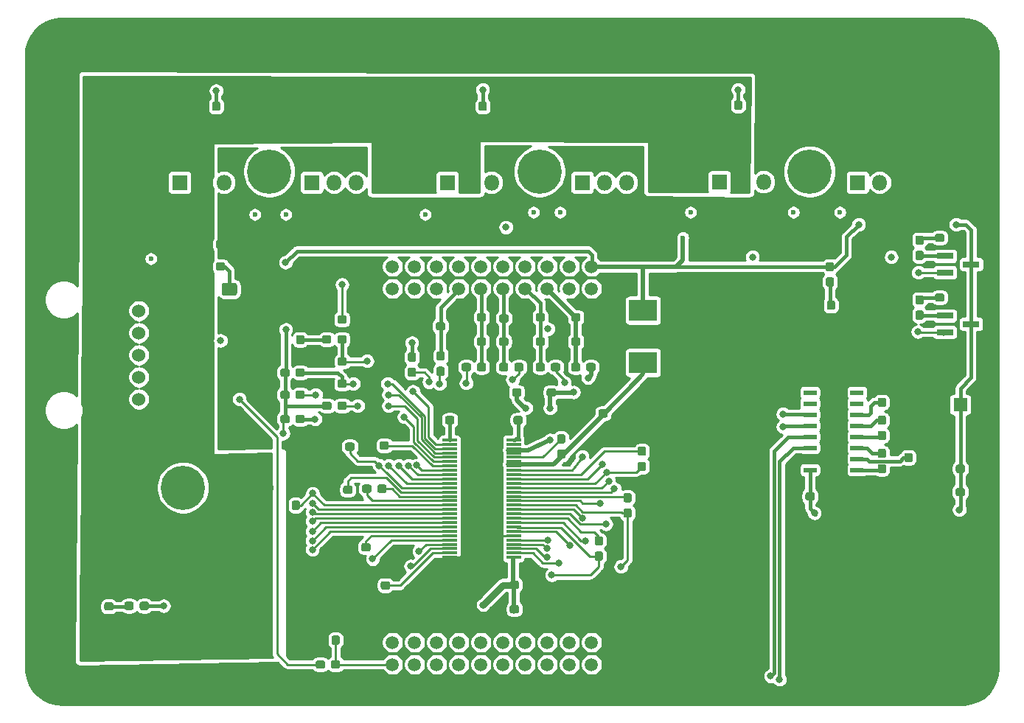
<source format=gbr>
G04 #@! TF.GenerationSoftware,KiCad,Pcbnew,(5.1.2)-1*
G04 #@! TF.CreationDate,2019-10-20T14:10:16-05:00*
G04 #@! TF.ProjectId,MotorController_Hardware,4d6f746f-7243-46f6-9e74-726f6c6c6572,rev?*
G04 #@! TF.SameCoordinates,Original*
G04 #@! TF.FileFunction,Copper,L1,Top*
G04 #@! TF.FilePolarity,Positive*
%FSLAX46Y46*%
G04 Gerber Fmt 4.6, Leading zero omitted, Abs format (unit mm)*
G04 Created by KiCad (PCBNEW (5.1.2)-1) date 2019-10-20 14:10:16*
%MOMM*%
%LPD*%
G04 APERTURE LIST*
%ADD10R,1.676400X0.304800*%
%ADD11R,3.610000X6.350000*%
%ADD12C,0.100000*%
%ADD13C,0.950000*%
%ADD14C,2.400000*%
%ADD15R,2.400000X2.400000*%
%ADD16R,1.600000X1.600000*%
%ADD17C,1.600000*%
%ADD18C,1.524000*%
%ADD19C,5.080000*%
%ADD20R,3.251200X2.489200*%
%ADD21R,1.900000X0.800000*%
%ADD22O,1.800000X1.800000*%
%ADD23R,1.800000X1.800000*%
%ADD24C,1.425000*%
%ADD25R,1.500000X0.600000*%
%ADD26C,0.600000*%
%ADD27C,1.520000*%
%ADD28C,0.800000*%
%ADD29C,0.254000*%
%ADD30C,0.381000*%
%ADD31C,0.508000*%
%ADD32C,0.762000*%
G04 APERTURE END LIST*
D10*
X133489700Y-103740014D03*
X133489700Y-104240012D03*
X133489700Y-104740012D03*
X133489700Y-105240010D03*
X133489700Y-105740010D03*
X133489700Y-106240009D03*
X133489700Y-106740008D03*
X133489700Y-107240006D03*
X133489700Y-107740006D03*
X133489700Y-108240004D03*
X133489700Y-108740004D03*
X133489700Y-109240003D03*
X133489700Y-109740002D03*
X133489700Y-110240000D03*
X133489700Y-110740000D03*
X133489700Y-111239998D03*
X133489700Y-111739997D03*
X133489700Y-112239996D03*
X133489700Y-112739996D03*
X133489700Y-113239994D03*
X133489700Y-113739994D03*
X133489700Y-114239992D03*
X133489700Y-114739991D03*
X133489700Y-115239990D03*
X133489700Y-115739990D03*
X133489700Y-116239988D03*
X133489700Y-116739988D03*
X133489700Y-117239986D03*
X140830300Y-117239986D03*
X140830300Y-116739988D03*
X140830300Y-116239988D03*
X140830300Y-115739990D03*
X140830300Y-115239990D03*
X140830300Y-114739991D03*
X140830300Y-114239992D03*
X140830300Y-113739994D03*
X140830300Y-113239994D03*
X140830300Y-112739996D03*
X140830300Y-112239996D03*
X140830300Y-111739997D03*
X140830300Y-111239998D03*
X140830300Y-110740000D03*
X140830300Y-110240000D03*
X140830300Y-109740002D03*
X140830300Y-109240003D03*
X140830300Y-108740004D03*
X140830300Y-108240004D03*
X140830300Y-107740006D03*
X140830300Y-107240006D03*
X140830300Y-106740008D03*
X140830300Y-106240009D03*
X140830300Y-105740010D03*
X140830300Y-105240010D03*
X140830300Y-104740012D03*
X140830300Y-104240012D03*
X140830300Y-103740014D03*
D11*
X137160000Y-110490000D03*
D12*
G36*
X192461779Y-106587144D02*
G01*
X192484834Y-106590563D01*
X192507443Y-106596227D01*
X192529387Y-106604079D01*
X192550457Y-106614044D01*
X192570448Y-106626026D01*
X192589168Y-106639910D01*
X192606438Y-106655562D01*
X192622090Y-106672832D01*
X192635974Y-106691552D01*
X192647956Y-106711543D01*
X192657921Y-106732613D01*
X192665773Y-106754557D01*
X192671437Y-106777166D01*
X192674856Y-106800221D01*
X192676000Y-106823500D01*
X192676000Y-107298500D01*
X192674856Y-107321779D01*
X192671437Y-107344834D01*
X192665773Y-107367443D01*
X192657921Y-107389387D01*
X192647956Y-107410457D01*
X192635974Y-107430448D01*
X192622090Y-107449168D01*
X192606438Y-107466438D01*
X192589168Y-107482090D01*
X192570448Y-107495974D01*
X192550457Y-107507956D01*
X192529387Y-107517921D01*
X192507443Y-107525773D01*
X192484834Y-107531437D01*
X192461779Y-107534856D01*
X192438500Y-107536000D01*
X191863500Y-107536000D01*
X191840221Y-107534856D01*
X191817166Y-107531437D01*
X191794557Y-107525773D01*
X191772613Y-107517921D01*
X191751543Y-107507956D01*
X191731552Y-107495974D01*
X191712832Y-107482090D01*
X191695562Y-107466438D01*
X191679910Y-107449168D01*
X191666026Y-107430448D01*
X191654044Y-107410457D01*
X191644079Y-107389387D01*
X191636227Y-107367443D01*
X191630563Y-107344834D01*
X191627144Y-107321779D01*
X191626000Y-107298500D01*
X191626000Y-106823500D01*
X191627144Y-106800221D01*
X191630563Y-106777166D01*
X191636227Y-106754557D01*
X191644079Y-106732613D01*
X191654044Y-106711543D01*
X191666026Y-106691552D01*
X191679910Y-106672832D01*
X191695562Y-106655562D01*
X191712832Y-106639910D01*
X191731552Y-106626026D01*
X191751543Y-106614044D01*
X191772613Y-106604079D01*
X191794557Y-106596227D01*
X191817166Y-106590563D01*
X191840221Y-106587144D01*
X191863500Y-106586000D01*
X192438500Y-106586000D01*
X192461779Y-106587144D01*
X192461779Y-106587144D01*
G37*
D13*
X192151000Y-107061000D03*
D12*
G36*
X190711779Y-106587144D02*
G01*
X190734834Y-106590563D01*
X190757443Y-106596227D01*
X190779387Y-106604079D01*
X190800457Y-106614044D01*
X190820448Y-106626026D01*
X190839168Y-106639910D01*
X190856438Y-106655562D01*
X190872090Y-106672832D01*
X190885974Y-106691552D01*
X190897956Y-106711543D01*
X190907921Y-106732613D01*
X190915773Y-106754557D01*
X190921437Y-106777166D01*
X190924856Y-106800221D01*
X190926000Y-106823500D01*
X190926000Y-107298500D01*
X190924856Y-107321779D01*
X190921437Y-107344834D01*
X190915773Y-107367443D01*
X190907921Y-107389387D01*
X190897956Y-107410457D01*
X190885974Y-107430448D01*
X190872090Y-107449168D01*
X190856438Y-107466438D01*
X190839168Y-107482090D01*
X190820448Y-107495974D01*
X190800457Y-107507956D01*
X190779387Y-107517921D01*
X190757443Y-107525773D01*
X190734834Y-107531437D01*
X190711779Y-107534856D01*
X190688500Y-107536000D01*
X190113500Y-107536000D01*
X190090221Y-107534856D01*
X190067166Y-107531437D01*
X190044557Y-107525773D01*
X190022613Y-107517921D01*
X190001543Y-107507956D01*
X189981552Y-107495974D01*
X189962832Y-107482090D01*
X189945562Y-107466438D01*
X189929910Y-107449168D01*
X189916026Y-107430448D01*
X189904044Y-107410457D01*
X189894079Y-107389387D01*
X189886227Y-107367443D01*
X189880563Y-107344834D01*
X189877144Y-107321779D01*
X189876000Y-107298500D01*
X189876000Y-106823500D01*
X189877144Y-106800221D01*
X189880563Y-106777166D01*
X189886227Y-106754557D01*
X189894079Y-106732613D01*
X189904044Y-106711543D01*
X189916026Y-106691552D01*
X189929910Y-106672832D01*
X189945562Y-106655562D01*
X189962832Y-106639910D01*
X189981552Y-106626026D01*
X190001543Y-106614044D01*
X190022613Y-106604079D01*
X190044557Y-106596227D01*
X190067166Y-106590563D01*
X190090221Y-106587144D01*
X190113500Y-106586000D01*
X190688500Y-106586000D01*
X190711779Y-106587144D01*
X190711779Y-106587144D01*
G37*
D13*
X190401000Y-107061000D03*
D12*
G36*
X143721779Y-97824144D02*
G01*
X143744834Y-97827563D01*
X143767443Y-97833227D01*
X143789387Y-97841079D01*
X143810457Y-97851044D01*
X143830448Y-97863026D01*
X143849168Y-97876910D01*
X143866438Y-97892562D01*
X143882090Y-97909832D01*
X143895974Y-97928552D01*
X143907956Y-97948543D01*
X143917921Y-97969613D01*
X143925773Y-97991557D01*
X143931437Y-98014166D01*
X143934856Y-98037221D01*
X143936000Y-98060500D01*
X143936000Y-98535500D01*
X143934856Y-98558779D01*
X143931437Y-98581834D01*
X143925773Y-98604443D01*
X143917921Y-98626387D01*
X143907956Y-98647457D01*
X143895974Y-98667448D01*
X143882090Y-98686168D01*
X143866438Y-98703438D01*
X143849168Y-98719090D01*
X143830448Y-98732974D01*
X143810457Y-98744956D01*
X143789387Y-98754921D01*
X143767443Y-98762773D01*
X143744834Y-98768437D01*
X143721779Y-98771856D01*
X143698500Y-98773000D01*
X143123500Y-98773000D01*
X143100221Y-98771856D01*
X143077166Y-98768437D01*
X143054557Y-98762773D01*
X143032613Y-98754921D01*
X143011543Y-98744956D01*
X142991552Y-98732974D01*
X142972832Y-98719090D01*
X142955562Y-98703438D01*
X142939910Y-98686168D01*
X142926026Y-98667448D01*
X142914044Y-98647457D01*
X142904079Y-98626387D01*
X142896227Y-98604443D01*
X142890563Y-98581834D01*
X142887144Y-98558779D01*
X142886000Y-98535500D01*
X142886000Y-98060500D01*
X142887144Y-98037221D01*
X142890563Y-98014166D01*
X142896227Y-97991557D01*
X142904079Y-97969613D01*
X142914044Y-97948543D01*
X142926026Y-97928552D01*
X142939910Y-97909832D01*
X142955562Y-97892562D01*
X142972832Y-97876910D01*
X142991552Y-97863026D01*
X143011543Y-97851044D01*
X143032613Y-97841079D01*
X143054557Y-97833227D01*
X143077166Y-97827563D01*
X143100221Y-97824144D01*
X143123500Y-97823000D01*
X143698500Y-97823000D01*
X143721779Y-97824144D01*
X143721779Y-97824144D01*
G37*
D13*
X143411000Y-98298000D03*
D12*
G36*
X145471779Y-97824144D02*
G01*
X145494834Y-97827563D01*
X145517443Y-97833227D01*
X145539387Y-97841079D01*
X145560457Y-97851044D01*
X145580448Y-97863026D01*
X145599168Y-97876910D01*
X145616438Y-97892562D01*
X145632090Y-97909832D01*
X145645974Y-97928552D01*
X145657956Y-97948543D01*
X145667921Y-97969613D01*
X145675773Y-97991557D01*
X145681437Y-98014166D01*
X145684856Y-98037221D01*
X145686000Y-98060500D01*
X145686000Y-98535500D01*
X145684856Y-98558779D01*
X145681437Y-98581834D01*
X145675773Y-98604443D01*
X145667921Y-98626387D01*
X145657956Y-98647457D01*
X145645974Y-98667448D01*
X145632090Y-98686168D01*
X145616438Y-98703438D01*
X145599168Y-98719090D01*
X145580448Y-98732974D01*
X145560457Y-98744956D01*
X145539387Y-98754921D01*
X145517443Y-98762773D01*
X145494834Y-98768437D01*
X145471779Y-98771856D01*
X145448500Y-98773000D01*
X144873500Y-98773000D01*
X144850221Y-98771856D01*
X144827166Y-98768437D01*
X144804557Y-98762773D01*
X144782613Y-98754921D01*
X144761543Y-98744956D01*
X144741552Y-98732974D01*
X144722832Y-98719090D01*
X144705562Y-98703438D01*
X144689910Y-98686168D01*
X144676026Y-98667448D01*
X144664044Y-98647457D01*
X144654079Y-98626387D01*
X144646227Y-98604443D01*
X144640563Y-98581834D01*
X144637144Y-98558779D01*
X144636000Y-98535500D01*
X144636000Y-98060500D01*
X144637144Y-98037221D01*
X144640563Y-98014166D01*
X144646227Y-97991557D01*
X144654079Y-97969613D01*
X144664044Y-97948543D01*
X144676026Y-97928552D01*
X144689910Y-97909832D01*
X144705562Y-97892562D01*
X144722832Y-97876910D01*
X144741552Y-97863026D01*
X144761543Y-97851044D01*
X144782613Y-97841079D01*
X144804557Y-97833227D01*
X144827166Y-97827563D01*
X144850221Y-97824144D01*
X144873500Y-97823000D01*
X145448500Y-97823000D01*
X145471779Y-97824144D01*
X145471779Y-97824144D01*
G37*
D13*
X145161000Y-98298000D03*
D12*
G36*
X190697779Y-109254144D02*
G01*
X190720834Y-109257563D01*
X190743443Y-109263227D01*
X190765387Y-109271079D01*
X190786457Y-109281044D01*
X190806448Y-109293026D01*
X190825168Y-109306910D01*
X190842438Y-109322562D01*
X190858090Y-109339832D01*
X190871974Y-109358552D01*
X190883956Y-109378543D01*
X190893921Y-109399613D01*
X190901773Y-109421557D01*
X190907437Y-109444166D01*
X190910856Y-109467221D01*
X190912000Y-109490500D01*
X190912000Y-109965500D01*
X190910856Y-109988779D01*
X190907437Y-110011834D01*
X190901773Y-110034443D01*
X190893921Y-110056387D01*
X190883956Y-110077457D01*
X190871974Y-110097448D01*
X190858090Y-110116168D01*
X190842438Y-110133438D01*
X190825168Y-110149090D01*
X190806448Y-110162974D01*
X190786457Y-110174956D01*
X190765387Y-110184921D01*
X190743443Y-110192773D01*
X190720834Y-110198437D01*
X190697779Y-110201856D01*
X190674500Y-110203000D01*
X190099500Y-110203000D01*
X190076221Y-110201856D01*
X190053166Y-110198437D01*
X190030557Y-110192773D01*
X190008613Y-110184921D01*
X189987543Y-110174956D01*
X189967552Y-110162974D01*
X189948832Y-110149090D01*
X189931562Y-110133438D01*
X189915910Y-110116168D01*
X189902026Y-110097448D01*
X189890044Y-110077457D01*
X189880079Y-110056387D01*
X189872227Y-110034443D01*
X189866563Y-110011834D01*
X189863144Y-109988779D01*
X189862000Y-109965500D01*
X189862000Y-109490500D01*
X189863144Y-109467221D01*
X189866563Y-109444166D01*
X189872227Y-109421557D01*
X189880079Y-109399613D01*
X189890044Y-109378543D01*
X189902026Y-109358552D01*
X189915910Y-109339832D01*
X189931562Y-109322562D01*
X189948832Y-109306910D01*
X189967552Y-109293026D01*
X189987543Y-109281044D01*
X190008613Y-109271079D01*
X190030557Y-109263227D01*
X190053166Y-109257563D01*
X190076221Y-109254144D01*
X190099500Y-109253000D01*
X190674500Y-109253000D01*
X190697779Y-109254144D01*
X190697779Y-109254144D01*
G37*
D13*
X190387000Y-109728000D03*
D12*
G36*
X192447779Y-109254144D02*
G01*
X192470834Y-109257563D01*
X192493443Y-109263227D01*
X192515387Y-109271079D01*
X192536457Y-109281044D01*
X192556448Y-109293026D01*
X192575168Y-109306910D01*
X192592438Y-109322562D01*
X192608090Y-109339832D01*
X192621974Y-109358552D01*
X192633956Y-109378543D01*
X192643921Y-109399613D01*
X192651773Y-109421557D01*
X192657437Y-109444166D01*
X192660856Y-109467221D01*
X192662000Y-109490500D01*
X192662000Y-109965500D01*
X192660856Y-109988779D01*
X192657437Y-110011834D01*
X192651773Y-110034443D01*
X192643921Y-110056387D01*
X192633956Y-110077457D01*
X192621974Y-110097448D01*
X192608090Y-110116168D01*
X192592438Y-110133438D01*
X192575168Y-110149090D01*
X192556448Y-110162974D01*
X192536457Y-110174956D01*
X192515387Y-110184921D01*
X192493443Y-110192773D01*
X192470834Y-110198437D01*
X192447779Y-110201856D01*
X192424500Y-110203000D01*
X191849500Y-110203000D01*
X191826221Y-110201856D01*
X191803166Y-110198437D01*
X191780557Y-110192773D01*
X191758613Y-110184921D01*
X191737543Y-110174956D01*
X191717552Y-110162974D01*
X191698832Y-110149090D01*
X191681562Y-110133438D01*
X191665910Y-110116168D01*
X191652026Y-110097448D01*
X191640044Y-110077457D01*
X191630079Y-110056387D01*
X191622227Y-110034443D01*
X191616563Y-110011834D01*
X191613144Y-109988779D01*
X191612000Y-109965500D01*
X191612000Y-109490500D01*
X191613144Y-109467221D01*
X191616563Y-109444166D01*
X191622227Y-109421557D01*
X191630079Y-109399613D01*
X191640044Y-109378543D01*
X191652026Y-109358552D01*
X191665910Y-109339832D01*
X191681562Y-109322562D01*
X191698832Y-109306910D01*
X191717552Y-109293026D01*
X191737543Y-109281044D01*
X191758613Y-109271079D01*
X191780557Y-109263227D01*
X191803166Y-109257563D01*
X191826221Y-109254144D01*
X191849500Y-109253000D01*
X192424500Y-109253000D01*
X192447779Y-109254144D01*
X192447779Y-109254144D01*
G37*
D13*
X192137000Y-109728000D03*
D12*
G36*
X141506779Y-97824144D02*
G01*
X141529834Y-97827563D01*
X141552443Y-97833227D01*
X141574387Y-97841079D01*
X141595457Y-97851044D01*
X141615448Y-97863026D01*
X141634168Y-97876910D01*
X141651438Y-97892562D01*
X141667090Y-97909832D01*
X141680974Y-97928552D01*
X141692956Y-97948543D01*
X141702921Y-97969613D01*
X141710773Y-97991557D01*
X141716437Y-98014166D01*
X141719856Y-98037221D01*
X141721000Y-98060500D01*
X141721000Y-98535500D01*
X141719856Y-98558779D01*
X141716437Y-98581834D01*
X141710773Y-98604443D01*
X141702921Y-98626387D01*
X141692956Y-98647457D01*
X141680974Y-98667448D01*
X141667090Y-98686168D01*
X141651438Y-98703438D01*
X141634168Y-98719090D01*
X141615448Y-98732974D01*
X141595457Y-98744956D01*
X141574387Y-98754921D01*
X141552443Y-98762773D01*
X141529834Y-98768437D01*
X141506779Y-98771856D01*
X141483500Y-98773000D01*
X140908500Y-98773000D01*
X140885221Y-98771856D01*
X140862166Y-98768437D01*
X140839557Y-98762773D01*
X140817613Y-98754921D01*
X140796543Y-98744956D01*
X140776552Y-98732974D01*
X140757832Y-98719090D01*
X140740562Y-98703438D01*
X140724910Y-98686168D01*
X140711026Y-98667448D01*
X140699044Y-98647457D01*
X140689079Y-98626387D01*
X140681227Y-98604443D01*
X140675563Y-98581834D01*
X140672144Y-98558779D01*
X140671000Y-98535500D01*
X140671000Y-98060500D01*
X140672144Y-98037221D01*
X140675563Y-98014166D01*
X140681227Y-97991557D01*
X140689079Y-97969613D01*
X140699044Y-97948543D01*
X140711026Y-97928552D01*
X140724910Y-97909832D01*
X140740562Y-97892562D01*
X140757832Y-97876910D01*
X140776552Y-97863026D01*
X140796543Y-97851044D01*
X140817613Y-97841079D01*
X140839557Y-97833227D01*
X140862166Y-97827563D01*
X140885221Y-97824144D01*
X140908500Y-97823000D01*
X141483500Y-97823000D01*
X141506779Y-97824144D01*
X141506779Y-97824144D01*
G37*
D13*
X141196000Y-98298000D03*
D12*
G36*
X139756779Y-97824144D02*
G01*
X139779834Y-97827563D01*
X139802443Y-97833227D01*
X139824387Y-97841079D01*
X139845457Y-97851044D01*
X139865448Y-97863026D01*
X139884168Y-97876910D01*
X139901438Y-97892562D01*
X139917090Y-97909832D01*
X139930974Y-97928552D01*
X139942956Y-97948543D01*
X139952921Y-97969613D01*
X139960773Y-97991557D01*
X139966437Y-98014166D01*
X139969856Y-98037221D01*
X139971000Y-98060500D01*
X139971000Y-98535500D01*
X139969856Y-98558779D01*
X139966437Y-98581834D01*
X139960773Y-98604443D01*
X139952921Y-98626387D01*
X139942956Y-98647457D01*
X139930974Y-98667448D01*
X139917090Y-98686168D01*
X139901438Y-98703438D01*
X139884168Y-98719090D01*
X139865448Y-98732974D01*
X139845457Y-98744956D01*
X139824387Y-98754921D01*
X139802443Y-98762773D01*
X139779834Y-98768437D01*
X139756779Y-98771856D01*
X139733500Y-98773000D01*
X139158500Y-98773000D01*
X139135221Y-98771856D01*
X139112166Y-98768437D01*
X139089557Y-98762773D01*
X139067613Y-98754921D01*
X139046543Y-98744956D01*
X139026552Y-98732974D01*
X139007832Y-98719090D01*
X138990562Y-98703438D01*
X138974910Y-98686168D01*
X138961026Y-98667448D01*
X138949044Y-98647457D01*
X138939079Y-98626387D01*
X138931227Y-98604443D01*
X138925563Y-98581834D01*
X138922144Y-98558779D01*
X138921000Y-98535500D01*
X138921000Y-98060500D01*
X138922144Y-98037221D01*
X138925563Y-98014166D01*
X138931227Y-97991557D01*
X138939079Y-97969613D01*
X138949044Y-97948543D01*
X138961026Y-97928552D01*
X138974910Y-97909832D01*
X138990562Y-97892562D01*
X139007832Y-97876910D01*
X139026552Y-97863026D01*
X139046543Y-97851044D01*
X139067613Y-97841079D01*
X139089557Y-97833227D01*
X139112166Y-97827563D01*
X139135221Y-97824144D01*
X139158500Y-97823000D01*
X139733500Y-97823000D01*
X139756779Y-97824144D01*
X139756779Y-97824144D01*
G37*
D13*
X139446000Y-98298000D03*
D14*
X97663000Y-58754000D03*
D15*
X97663000Y-63754000D03*
D16*
X192151000Y-99695000D03*
D17*
X189651000Y-99695000D03*
D15*
X128333500Y-64897000D03*
D14*
X128333500Y-59897000D03*
D12*
G36*
X142981279Y-119922144D02*
G01*
X143004334Y-119925563D01*
X143026943Y-119931227D01*
X143048887Y-119939079D01*
X143069957Y-119949044D01*
X143089948Y-119961026D01*
X143108668Y-119974910D01*
X143125938Y-119990562D01*
X143141590Y-120007832D01*
X143155474Y-120026552D01*
X143167456Y-120046543D01*
X143177421Y-120067613D01*
X143185273Y-120089557D01*
X143190937Y-120112166D01*
X143194356Y-120135221D01*
X143195500Y-120158500D01*
X143195500Y-120633500D01*
X143194356Y-120656779D01*
X143190937Y-120679834D01*
X143185273Y-120702443D01*
X143177421Y-120724387D01*
X143167456Y-120745457D01*
X143155474Y-120765448D01*
X143141590Y-120784168D01*
X143125938Y-120801438D01*
X143108668Y-120817090D01*
X143089948Y-120830974D01*
X143069957Y-120842956D01*
X143048887Y-120852921D01*
X143026943Y-120860773D01*
X143004334Y-120866437D01*
X142981279Y-120869856D01*
X142958000Y-120871000D01*
X142383000Y-120871000D01*
X142359721Y-120869856D01*
X142336666Y-120866437D01*
X142314057Y-120860773D01*
X142292113Y-120852921D01*
X142271043Y-120842956D01*
X142251052Y-120830974D01*
X142232332Y-120817090D01*
X142215062Y-120801438D01*
X142199410Y-120784168D01*
X142185526Y-120765448D01*
X142173544Y-120745457D01*
X142163579Y-120724387D01*
X142155727Y-120702443D01*
X142150063Y-120679834D01*
X142146644Y-120656779D01*
X142145500Y-120633500D01*
X142145500Y-120158500D01*
X142146644Y-120135221D01*
X142150063Y-120112166D01*
X142155727Y-120089557D01*
X142163579Y-120067613D01*
X142173544Y-120046543D01*
X142185526Y-120026552D01*
X142199410Y-120007832D01*
X142215062Y-119990562D01*
X142232332Y-119974910D01*
X142251052Y-119961026D01*
X142271043Y-119949044D01*
X142292113Y-119939079D01*
X142314057Y-119931227D01*
X142336666Y-119925563D01*
X142359721Y-119922144D01*
X142383000Y-119921000D01*
X142958000Y-119921000D01*
X142981279Y-119922144D01*
X142981279Y-119922144D01*
G37*
D13*
X142670500Y-120396000D03*
D12*
G36*
X141231279Y-119922144D02*
G01*
X141254334Y-119925563D01*
X141276943Y-119931227D01*
X141298887Y-119939079D01*
X141319957Y-119949044D01*
X141339948Y-119961026D01*
X141358668Y-119974910D01*
X141375938Y-119990562D01*
X141391590Y-120007832D01*
X141405474Y-120026552D01*
X141417456Y-120046543D01*
X141427421Y-120067613D01*
X141435273Y-120089557D01*
X141440937Y-120112166D01*
X141444356Y-120135221D01*
X141445500Y-120158500D01*
X141445500Y-120633500D01*
X141444356Y-120656779D01*
X141440937Y-120679834D01*
X141435273Y-120702443D01*
X141427421Y-120724387D01*
X141417456Y-120745457D01*
X141405474Y-120765448D01*
X141391590Y-120784168D01*
X141375938Y-120801438D01*
X141358668Y-120817090D01*
X141339948Y-120830974D01*
X141319957Y-120842956D01*
X141298887Y-120852921D01*
X141276943Y-120860773D01*
X141254334Y-120866437D01*
X141231279Y-120869856D01*
X141208000Y-120871000D01*
X140633000Y-120871000D01*
X140609721Y-120869856D01*
X140586666Y-120866437D01*
X140564057Y-120860773D01*
X140542113Y-120852921D01*
X140521043Y-120842956D01*
X140501052Y-120830974D01*
X140482332Y-120817090D01*
X140465062Y-120801438D01*
X140449410Y-120784168D01*
X140435526Y-120765448D01*
X140423544Y-120745457D01*
X140413579Y-120724387D01*
X140405727Y-120702443D01*
X140400063Y-120679834D01*
X140396644Y-120656779D01*
X140395500Y-120633500D01*
X140395500Y-120158500D01*
X140396644Y-120135221D01*
X140400063Y-120112166D01*
X140405727Y-120089557D01*
X140413579Y-120067613D01*
X140423544Y-120046543D01*
X140435526Y-120026552D01*
X140449410Y-120007832D01*
X140465062Y-119990562D01*
X140482332Y-119974910D01*
X140501052Y-119961026D01*
X140521043Y-119949044D01*
X140542113Y-119939079D01*
X140564057Y-119931227D01*
X140586666Y-119925563D01*
X140609721Y-119922144D01*
X140633000Y-119921000D01*
X141208000Y-119921000D01*
X141231279Y-119922144D01*
X141231279Y-119922144D01*
G37*
D13*
X140920500Y-120396000D03*
D14*
X88345000Y-75946000D03*
D15*
X93345000Y-75946000D03*
D12*
G36*
X141231279Y-122716144D02*
G01*
X141254334Y-122719563D01*
X141276943Y-122725227D01*
X141298887Y-122733079D01*
X141319957Y-122743044D01*
X141339948Y-122755026D01*
X141358668Y-122768910D01*
X141375938Y-122784562D01*
X141391590Y-122801832D01*
X141405474Y-122820552D01*
X141417456Y-122840543D01*
X141427421Y-122861613D01*
X141435273Y-122883557D01*
X141440937Y-122906166D01*
X141444356Y-122929221D01*
X141445500Y-122952500D01*
X141445500Y-123427500D01*
X141444356Y-123450779D01*
X141440937Y-123473834D01*
X141435273Y-123496443D01*
X141427421Y-123518387D01*
X141417456Y-123539457D01*
X141405474Y-123559448D01*
X141391590Y-123578168D01*
X141375938Y-123595438D01*
X141358668Y-123611090D01*
X141339948Y-123624974D01*
X141319957Y-123636956D01*
X141298887Y-123646921D01*
X141276943Y-123654773D01*
X141254334Y-123660437D01*
X141231279Y-123663856D01*
X141208000Y-123665000D01*
X140633000Y-123665000D01*
X140609721Y-123663856D01*
X140586666Y-123660437D01*
X140564057Y-123654773D01*
X140542113Y-123646921D01*
X140521043Y-123636956D01*
X140501052Y-123624974D01*
X140482332Y-123611090D01*
X140465062Y-123595438D01*
X140449410Y-123578168D01*
X140435526Y-123559448D01*
X140423544Y-123539457D01*
X140413579Y-123518387D01*
X140405727Y-123496443D01*
X140400063Y-123473834D01*
X140396644Y-123450779D01*
X140395500Y-123427500D01*
X140395500Y-122952500D01*
X140396644Y-122929221D01*
X140400063Y-122906166D01*
X140405727Y-122883557D01*
X140413579Y-122861613D01*
X140423544Y-122840543D01*
X140435526Y-122820552D01*
X140449410Y-122801832D01*
X140465062Y-122784562D01*
X140482332Y-122768910D01*
X140501052Y-122755026D01*
X140521043Y-122743044D01*
X140542113Y-122733079D01*
X140564057Y-122725227D01*
X140586666Y-122719563D01*
X140609721Y-122716144D01*
X140633000Y-122715000D01*
X141208000Y-122715000D01*
X141231279Y-122716144D01*
X141231279Y-122716144D01*
G37*
D13*
X140920500Y-123190000D03*
D12*
G36*
X142981279Y-122716144D02*
G01*
X143004334Y-122719563D01*
X143026943Y-122725227D01*
X143048887Y-122733079D01*
X143069957Y-122743044D01*
X143089948Y-122755026D01*
X143108668Y-122768910D01*
X143125938Y-122784562D01*
X143141590Y-122801832D01*
X143155474Y-122820552D01*
X143167456Y-122840543D01*
X143177421Y-122861613D01*
X143185273Y-122883557D01*
X143190937Y-122906166D01*
X143194356Y-122929221D01*
X143195500Y-122952500D01*
X143195500Y-123427500D01*
X143194356Y-123450779D01*
X143190937Y-123473834D01*
X143185273Y-123496443D01*
X143177421Y-123518387D01*
X143167456Y-123539457D01*
X143155474Y-123559448D01*
X143141590Y-123578168D01*
X143125938Y-123595438D01*
X143108668Y-123611090D01*
X143089948Y-123624974D01*
X143069957Y-123636956D01*
X143048887Y-123646921D01*
X143026943Y-123654773D01*
X143004334Y-123660437D01*
X142981279Y-123663856D01*
X142958000Y-123665000D01*
X142383000Y-123665000D01*
X142359721Y-123663856D01*
X142336666Y-123660437D01*
X142314057Y-123654773D01*
X142292113Y-123646921D01*
X142271043Y-123636956D01*
X142251052Y-123624974D01*
X142232332Y-123611090D01*
X142215062Y-123595438D01*
X142199410Y-123578168D01*
X142185526Y-123559448D01*
X142173544Y-123539457D01*
X142163579Y-123518387D01*
X142155727Y-123496443D01*
X142150063Y-123473834D01*
X142146644Y-123450779D01*
X142145500Y-123427500D01*
X142145500Y-122952500D01*
X142146644Y-122929221D01*
X142150063Y-122906166D01*
X142155727Y-122883557D01*
X142163579Y-122861613D01*
X142173544Y-122840543D01*
X142185526Y-122820552D01*
X142199410Y-122801832D01*
X142215062Y-122784562D01*
X142232332Y-122768910D01*
X142251052Y-122755026D01*
X142271043Y-122743044D01*
X142292113Y-122733079D01*
X142314057Y-122725227D01*
X142336666Y-122719563D01*
X142359721Y-122716144D01*
X142383000Y-122715000D01*
X142958000Y-122715000D01*
X142981279Y-122716144D01*
X142981279Y-122716144D01*
G37*
D13*
X142670500Y-123190000D03*
D14*
X158877000Y-59643000D03*
D15*
X158877000Y-64643000D03*
D12*
G36*
X121440779Y-89442144D02*
G01*
X121463834Y-89445563D01*
X121486443Y-89451227D01*
X121508387Y-89459079D01*
X121529457Y-89469044D01*
X121549448Y-89481026D01*
X121568168Y-89494910D01*
X121585438Y-89510562D01*
X121601090Y-89527832D01*
X121614974Y-89546552D01*
X121626956Y-89566543D01*
X121636921Y-89587613D01*
X121644773Y-89609557D01*
X121650437Y-89632166D01*
X121653856Y-89655221D01*
X121655000Y-89678500D01*
X121655000Y-90153500D01*
X121653856Y-90176779D01*
X121650437Y-90199834D01*
X121644773Y-90222443D01*
X121636921Y-90244387D01*
X121626956Y-90265457D01*
X121614974Y-90285448D01*
X121601090Y-90304168D01*
X121585438Y-90321438D01*
X121568168Y-90337090D01*
X121549448Y-90350974D01*
X121529457Y-90362956D01*
X121508387Y-90372921D01*
X121486443Y-90380773D01*
X121463834Y-90386437D01*
X121440779Y-90389856D01*
X121417500Y-90391000D01*
X120842500Y-90391000D01*
X120819221Y-90389856D01*
X120796166Y-90386437D01*
X120773557Y-90380773D01*
X120751613Y-90372921D01*
X120730543Y-90362956D01*
X120710552Y-90350974D01*
X120691832Y-90337090D01*
X120674562Y-90321438D01*
X120658910Y-90304168D01*
X120645026Y-90285448D01*
X120633044Y-90265457D01*
X120623079Y-90244387D01*
X120615227Y-90222443D01*
X120609563Y-90199834D01*
X120606144Y-90176779D01*
X120605000Y-90153500D01*
X120605000Y-89678500D01*
X120606144Y-89655221D01*
X120609563Y-89632166D01*
X120615227Y-89609557D01*
X120623079Y-89587613D01*
X120633044Y-89566543D01*
X120645026Y-89546552D01*
X120658910Y-89527832D01*
X120674562Y-89510562D01*
X120691832Y-89494910D01*
X120710552Y-89481026D01*
X120730543Y-89469044D01*
X120751613Y-89459079D01*
X120773557Y-89451227D01*
X120796166Y-89445563D01*
X120819221Y-89442144D01*
X120842500Y-89441000D01*
X121417500Y-89441000D01*
X121440779Y-89442144D01*
X121440779Y-89442144D01*
G37*
D13*
X121130000Y-89916000D03*
D12*
G36*
X119690779Y-89442144D02*
G01*
X119713834Y-89445563D01*
X119736443Y-89451227D01*
X119758387Y-89459079D01*
X119779457Y-89469044D01*
X119799448Y-89481026D01*
X119818168Y-89494910D01*
X119835438Y-89510562D01*
X119851090Y-89527832D01*
X119864974Y-89546552D01*
X119876956Y-89566543D01*
X119886921Y-89587613D01*
X119894773Y-89609557D01*
X119900437Y-89632166D01*
X119903856Y-89655221D01*
X119905000Y-89678500D01*
X119905000Y-90153500D01*
X119903856Y-90176779D01*
X119900437Y-90199834D01*
X119894773Y-90222443D01*
X119886921Y-90244387D01*
X119876956Y-90265457D01*
X119864974Y-90285448D01*
X119851090Y-90304168D01*
X119835438Y-90321438D01*
X119818168Y-90337090D01*
X119799448Y-90350974D01*
X119779457Y-90362956D01*
X119758387Y-90372921D01*
X119736443Y-90380773D01*
X119713834Y-90386437D01*
X119690779Y-90389856D01*
X119667500Y-90391000D01*
X119092500Y-90391000D01*
X119069221Y-90389856D01*
X119046166Y-90386437D01*
X119023557Y-90380773D01*
X119001613Y-90372921D01*
X118980543Y-90362956D01*
X118960552Y-90350974D01*
X118941832Y-90337090D01*
X118924562Y-90321438D01*
X118908910Y-90304168D01*
X118895026Y-90285448D01*
X118883044Y-90265457D01*
X118873079Y-90244387D01*
X118865227Y-90222443D01*
X118859563Y-90199834D01*
X118856144Y-90176779D01*
X118855000Y-90153500D01*
X118855000Y-89678500D01*
X118856144Y-89655221D01*
X118859563Y-89632166D01*
X118865227Y-89609557D01*
X118873079Y-89587613D01*
X118883044Y-89566543D01*
X118895026Y-89546552D01*
X118908910Y-89527832D01*
X118924562Y-89510562D01*
X118941832Y-89494910D01*
X118960552Y-89481026D01*
X118980543Y-89469044D01*
X119001613Y-89459079D01*
X119023557Y-89451227D01*
X119046166Y-89445563D01*
X119069221Y-89442144D01*
X119092500Y-89441000D01*
X119667500Y-89441000D01*
X119690779Y-89442144D01*
X119690779Y-89442144D01*
G37*
D13*
X119380000Y-89916000D03*
D12*
G36*
X146564779Y-103108144D02*
G01*
X146587834Y-103111563D01*
X146610443Y-103117227D01*
X146632387Y-103125079D01*
X146653457Y-103135044D01*
X146673448Y-103147026D01*
X146692168Y-103160910D01*
X146709438Y-103176562D01*
X146725090Y-103193832D01*
X146738974Y-103212552D01*
X146750956Y-103232543D01*
X146760921Y-103253613D01*
X146768773Y-103275557D01*
X146774437Y-103298166D01*
X146777856Y-103321221D01*
X146779000Y-103344500D01*
X146779000Y-103919500D01*
X146777856Y-103942779D01*
X146774437Y-103965834D01*
X146768773Y-103988443D01*
X146760921Y-104010387D01*
X146750956Y-104031457D01*
X146738974Y-104051448D01*
X146725090Y-104070168D01*
X146709438Y-104087438D01*
X146692168Y-104103090D01*
X146673448Y-104116974D01*
X146653457Y-104128956D01*
X146632387Y-104138921D01*
X146610443Y-104146773D01*
X146587834Y-104152437D01*
X146564779Y-104155856D01*
X146541500Y-104157000D01*
X146066500Y-104157000D01*
X146043221Y-104155856D01*
X146020166Y-104152437D01*
X145997557Y-104146773D01*
X145975613Y-104138921D01*
X145954543Y-104128956D01*
X145934552Y-104116974D01*
X145915832Y-104103090D01*
X145898562Y-104087438D01*
X145882910Y-104070168D01*
X145869026Y-104051448D01*
X145857044Y-104031457D01*
X145847079Y-104010387D01*
X145839227Y-103988443D01*
X145833563Y-103965834D01*
X145830144Y-103942779D01*
X145829000Y-103919500D01*
X145829000Y-103344500D01*
X145830144Y-103321221D01*
X145833563Y-103298166D01*
X145839227Y-103275557D01*
X145847079Y-103253613D01*
X145857044Y-103232543D01*
X145869026Y-103212552D01*
X145882910Y-103193832D01*
X145898562Y-103176562D01*
X145915832Y-103160910D01*
X145934552Y-103147026D01*
X145954543Y-103135044D01*
X145975613Y-103125079D01*
X145997557Y-103117227D01*
X146020166Y-103111563D01*
X146043221Y-103108144D01*
X146066500Y-103107000D01*
X146541500Y-103107000D01*
X146564779Y-103108144D01*
X146564779Y-103108144D01*
G37*
D13*
X146304000Y-103632000D03*
D12*
G36*
X146564779Y-104858144D02*
G01*
X146587834Y-104861563D01*
X146610443Y-104867227D01*
X146632387Y-104875079D01*
X146653457Y-104885044D01*
X146673448Y-104897026D01*
X146692168Y-104910910D01*
X146709438Y-104926562D01*
X146725090Y-104943832D01*
X146738974Y-104962552D01*
X146750956Y-104982543D01*
X146760921Y-105003613D01*
X146768773Y-105025557D01*
X146774437Y-105048166D01*
X146777856Y-105071221D01*
X146779000Y-105094500D01*
X146779000Y-105669500D01*
X146777856Y-105692779D01*
X146774437Y-105715834D01*
X146768773Y-105738443D01*
X146760921Y-105760387D01*
X146750956Y-105781457D01*
X146738974Y-105801448D01*
X146725090Y-105820168D01*
X146709438Y-105837438D01*
X146692168Y-105853090D01*
X146673448Y-105866974D01*
X146653457Y-105878956D01*
X146632387Y-105888921D01*
X146610443Y-105896773D01*
X146587834Y-105902437D01*
X146564779Y-105905856D01*
X146541500Y-105907000D01*
X146066500Y-105907000D01*
X146043221Y-105905856D01*
X146020166Y-105902437D01*
X145997557Y-105896773D01*
X145975613Y-105888921D01*
X145954543Y-105878956D01*
X145934552Y-105866974D01*
X145915832Y-105853090D01*
X145898562Y-105837438D01*
X145882910Y-105820168D01*
X145869026Y-105801448D01*
X145857044Y-105781457D01*
X145847079Y-105760387D01*
X145839227Y-105738443D01*
X145833563Y-105715834D01*
X145830144Y-105692779D01*
X145829000Y-105669500D01*
X145829000Y-105094500D01*
X145830144Y-105071221D01*
X145833563Y-105048166D01*
X145839227Y-105025557D01*
X145847079Y-105003613D01*
X145857044Y-104982543D01*
X145869026Y-104962552D01*
X145882910Y-104943832D01*
X145898562Y-104926562D01*
X145915832Y-104910910D01*
X145934552Y-104897026D01*
X145954543Y-104885044D01*
X145975613Y-104875079D01*
X145997557Y-104867227D01*
X146020166Y-104861563D01*
X146043221Y-104858144D01*
X146066500Y-104857000D01*
X146541500Y-104857000D01*
X146564779Y-104858144D01*
X146564779Y-104858144D01*
G37*
D13*
X146304000Y-105382000D03*
D12*
G36*
X131007779Y-90204144D02*
G01*
X131030834Y-90207563D01*
X131053443Y-90213227D01*
X131075387Y-90221079D01*
X131096457Y-90231044D01*
X131116448Y-90243026D01*
X131135168Y-90256910D01*
X131152438Y-90272562D01*
X131168090Y-90289832D01*
X131181974Y-90308552D01*
X131193956Y-90328543D01*
X131203921Y-90349613D01*
X131211773Y-90371557D01*
X131217437Y-90394166D01*
X131220856Y-90417221D01*
X131222000Y-90440500D01*
X131222000Y-90915500D01*
X131220856Y-90938779D01*
X131217437Y-90961834D01*
X131211773Y-90984443D01*
X131203921Y-91006387D01*
X131193956Y-91027457D01*
X131181974Y-91047448D01*
X131168090Y-91066168D01*
X131152438Y-91083438D01*
X131135168Y-91099090D01*
X131116448Y-91112974D01*
X131096457Y-91124956D01*
X131075387Y-91134921D01*
X131053443Y-91142773D01*
X131030834Y-91148437D01*
X131007779Y-91151856D01*
X130984500Y-91153000D01*
X130409500Y-91153000D01*
X130386221Y-91151856D01*
X130363166Y-91148437D01*
X130340557Y-91142773D01*
X130318613Y-91134921D01*
X130297543Y-91124956D01*
X130277552Y-91112974D01*
X130258832Y-91099090D01*
X130241562Y-91083438D01*
X130225910Y-91066168D01*
X130212026Y-91047448D01*
X130200044Y-91027457D01*
X130190079Y-91006387D01*
X130182227Y-90984443D01*
X130176563Y-90961834D01*
X130173144Y-90938779D01*
X130172000Y-90915500D01*
X130172000Y-90440500D01*
X130173144Y-90417221D01*
X130176563Y-90394166D01*
X130182227Y-90371557D01*
X130190079Y-90349613D01*
X130200044Y-90328543D01*
X130212026Y-90308552D01*
X130225910Y-90289832D01*
X130241562Y-90272562D01*
X130258832Y-90256910D01*
X130277552Y-90243026D01*
X130297543Y-90231044D01*
X130318613Y-90221079D01*
X130340557Y-90213227D01*
X130363166Y-90207563D01*
X130386221Y-90204144D01*
X130409500Y-90203000D01*
X130984500Y-90203000D01*
X131007779Y-90204144D01*
X131007779Y-90204144D01*
G37*
D13*
X130697000Y-90678000D03*
D12*
G36*
X132757779Y-90204144D02*
G01*
X132780834Y-90207563D01*
X132803443Y-90213227D01*
X132825387Y-90221079D01*
X132846457Y-90231044D01*
X132866448Y-90243026D01*
X132885168Y-90256910D01*
X132902438Y-90272562D01*
X132918090Y-90289832D01*
X132931974Y-90308552D01*
X132943956Y-90328543D01*
X132953921Y-90349613D01*
X132961773Y-90371557D01*
X132967437Y-90394166D01*
X132970856Y-90417221D01*
X132972000Y-90440500D01*
X132972000Y-90915500D01*
X132970856Y-90938779D01*
X132967437Y-90961834D01*
X132961773Y-90984443D01*
X132953921Y-91006387D01*
X132943956Y-91027457D01*
X132931974Y-91047448D01*
X132918090Y-91066168D01*
X132902438Y-91083438D01*
X132885168Y-91099090D01*
X132866448Y-91112974D01*
X132846457Y-91124956D01*
X132825387Y-91134921D01*
X132803443Y-91142773D01*
X132780834Y-91148437D01*
X132757779Y-91151856D01*
X132734500Y-91153000D01*
X132159500Y-91153000D01*
X132136221Y-91151856D01*
X132113166Y-91148437D01*
X132090557Y-91142773D01*
X132068613Y-91134921D01*
X132047543Y-91124956D01*
X132027552Y-91112974D01*
X132008832Y-91099090D01*
X131991562Y-91083438D01*
X131975910Y-91066168D01*
X131962026Y-91047448D01*
X131950044Y-91027457D01*
X131940079Y-91006387D01*
X131932227Y-90984443D01*
X131926563Y-90961834D01*
X131923144Y-90938779D01*
X131922000Y-90915500D01*
X131922000Y-90440500D01*
X131923144Y-90417221D01*
X131926563Y-90394166D01*
X131932227Y-90371557D01*
X131940079Y-90349613D01*
X131950044Y-90328543D01*
X131962026Y-90308552D01*
X131975910Y-90289832D01*
X131991562Y-90272562D01*
X132008832Y-90256910D01*
X132027552Y-90243026D01*
X132047543Y-90231044D01*
X132068613Y-90221079D01*
X132090557Y-90213227D01*
X132113166Y-90207563D01*
X132136221Y-90204144D01*
X132159500Y-90203000D01*
X132734500Y-90203000D01*
X132757779Y-90204144D01*
X132757779Y-90204144D01*
G37*
D13*
X132447000Y-90678000D03*
D12*
G36*
X107498779Y-80806144D02*
G01*
X107521834Y-80809563D01*
X107544443Y-80815227D01*
X107566387Y-80823079D01*
X107587457Y-80833044D01*
X107607448Y-80845026D01*
X107626168Y-80858910D01*
X107643438Y-80874562D01*
X107659090Y-80891832D01*
X107672974Y-80910552D01*
X107684956Y-80930543D01*
X107694921Y-80951613D01*
X107702773Y-80973557D01*
X107708437Y-80996166D01*
X107711856Y-81019221D01*
X107713000Y-81042500D01*
X107713000Y-81517500D01*
X107711856Y-81540779D01*
X107708437Y-81563834D01*
X107702773Y-81586443D01*
X107694921Y-81608387D01*
X107684956Y-81629457D01*
X107672974Y-81649448D01*
X107659090Y-81668168D01*
X107643438Y-81685438D01*
X107626168Y-81701090D01*
X107607448Y-81714974D01*
X107587457Y-81726956D01*
X107566387Y-81736921D01*
X107544443Y-81744773D01*
X107521834Y-81750437D01*
X107498779Y-81753856D01*
X107475500Y-81755000D01*
X106900500Y-81755000D01*
X106877221Y-81753856D01*
X106854166Y-81750437D01*
X106831557Y-81744773D01*
X106809613Y-81736921D01*
X106788543Y-81726956D01*
X106768552Y-81714974D01*
X106749832Y-81701090D01*
X106732562Y-81685438D01*
X106716910Y-81668168D01*
X106703026Y-81649448D01*
X106691044Y-81629457D01*
X106681079Y-81608387D01*
X106673227Y-81586443D01*
X106667563Y-81563834D01*
X106664144Y-81540779D01*
X106663000Y-81517500D01*
X106663000Y-81042500D01*
X106664144Y-81019221D01*
X106667563Y-80996166D01*
X106673227Y-80973557D01*
X106681079Y-80951613D01*
X106691044Y-80930543D01*
X106703026Y-80910552D01*
X106716910Y-80891832D01*
X106732562Y-80874562D01*
X106749832Y-80858910D01*
X106768552Y-80845026D01*
X106788543Y-80833044D01*
X106809613Y-80823079D01*
X106831557Y-80815227D01*
X106854166Y-80809563D01*
X106877221Y-80806144D01*
X106900500Y-80805000D01*
X107475500Y-80805000D01*
X107498779Y-80806144D01*
X107498779Y-80806144D01*
G37*
D13*
X107188000Y-81280000D03*
D12*
G36*
X105748779Y-80806144D02*
G01*
X105771834Y-80809563D01*
X105794443Y-80815227D01*
X105816387Y-80823079D01*
X105837457Y-80833044D01*
X105857448Y-80845026D01*
X105876168Y-80858910D01*
X105893438Y-80874562D01*
X105909090Y-80891832D01*
X105922974Y-80910552D01*
X105934956Y-80930543D01*
X105944921Y-80951613D01*
X105952773Y-80973557D01*
X105958437Y-80996166D01*
X105961856Y-81019221D01*
X105963000Y-81042500D01*
X105963000Y-81517500D01*
X105961856Y-81540779D01*
X105958437Y-81563834D01*
X105952773Y-81586443D01*
X105944921Y-81608387D01*
X105934956Y-81629457D01*
X105922974Y-81649448D01*
X105909090Y-81668168D01*
X105893438Y-81685438D01*
X105876168Y-81701090D01*
X105857448Y-81714974D01*
X105837457Y-81726956D01*
X105816387Y-81736921D01*
X105794443Y-81744773D01*
X105771834Y-81750437D01*
X105748779Y-81753856D01*
X105725500Y-81755000D01*
X105150500Y-81755000D01*
X105127221Y-81753856D01*
X105104166Y-81750437D01*
X105081557Y-81744773D01*
X105059613Y-81736921D01*
X105038543Y-81726956D01*
X105018552Y-81714974D01*
X104999832Y-81701090D01*
X104982562Y-81685438D01*
X104966910Y-81668168D01*
X104953026Y-81649448D01*
X104941044Y-81629457D01*
X104931079Y-81608387D01*
X104923227Y-81586443D01*
X104917563Y-81563834D01*
X104914144Y-81540779D01*
X104913000Y-81517500D01*
X104913000Y-81042500D01*
X104914144Y-81019221D01*
X104917563Y-80996166D01*
X104923227Y-80973557D01*
X104931079Y-80951613D01*
X104941044Y-80930543D01*
X104953026Y-80910552D01*
X104966910Y-80891832D01*
X104982562Y-80874562D01*
X104999832Y-80858910D01*
X105018552Y-80845026D01*
X105038543Y-80833044D01*
X105059613Y-80823079D01*
X105081557Y-80815227D01*
X105104166Y-80809563D01*
X105127221Y-80806144D01*
X105150500Y-80805000D01*
X105725500Y-80805000D01*
X105748779Y-80806144D01*
X105748779Y-80806144D01*
G37*
D13*
X105438000Y-81280000D03*
D12*
G36*
X105748779Y-83346144D02*
G01*
X105771834Y-83349563D01*
X105794443Y-83355227D01*
X105816387Y-83363079D01*
X105837457Y-83373044D01*
X105857448Y-83385026D01*
X105876168Y-83398910D01*
X105893438Y-83414562D01*
X105909090Y-83431832D01*
X105922974Y-83450552D01*
X105934956Y-83470543D01*
X105944921Y-83491613D01*
X105952773Y-83513557D01*
X105958437Y-83536166D01*
X105961856Y-83559221D01*
X105963000Y-83582500D01*
X105963000Y-84057500D01*
X105961856Y-84080779D01*
X105958437Y-84103834D01*
X105952773Y-84126443D01*
X105944921Y-84148387D01*
X105934956Y-84169457D01*
X105922974Y-84189448D01*
X105909090Y-84208168D01*
X105893438Y-84225438D01*
X105876168Y-84241090D01*
X105857448Y-84254974D01*
X105837457Y-84266956D01*
X105816387Y-84276921D01*
X105794443Y-84284773D01*
X105771834Y-84290437D01*
X105748779Y-84293856D01*
X105725500Y-84295000D01*
X105150500Y-84295000D01*
X105127221Y-84293856D01*
X105104166Y-84290437D01*
X105081557Y-84284773D01*
X105059613Y-84276921D01*
X105038543Y-84266956D01*
X105018552Y-84254974D01*
X104999832Y-84241090D01*
X104982562Y-84225438D01*
X104966910Y-84208168D01*
X104953026Y-84189448D01*
X104941044Y-84169457D01*
X104931079Y-84148387D01*
X104923227Y-84126443D01*
X104917563Y-84103834D01*
X104914144Y-84080779D01*
X104913000Y-84057500D01*
X104913000Y-83582500D01*
X104914144Y-83559221D01*
X104917563Y-83536166D01*
X104923227Y-83513557D01*
X104931079Y-83491613D01*
X104941044Y-83470543D01*
X104953026Y-83450552D01*
X104966910Y-83431832D01*
X104982562Y-83414562D01*
X104999832Y-83398910D01*
X105018552Y-83385026D01*
X105038543Y-83373044D01*
X105059613Y-83363079D01*
X105081557Y-83355227D01*
X105104166Y-83349563D01*
X105127221Y-83346144D01*
X105150500Y-83345000D01*
X105725500Y-83345000D01*
X105748779Y-83346144D01*
X105748779Y-83346144D01*
G37*
D13*
X105438000Y-83820000D03*
D12*
G36*
X107498779Y-83346144D02*
G01*
X107521834Y-83349563D01*
X107544443Y-83355227D01*
X107566387Y-83363079D01*
X107587457Y-83373044D01*
X107607448Y-83385026D01*
X107626168Y-83398910D01*
X107643438Y-83414562D01*
X107659090Y-83431832D01*
X107672974Y-83450552D01*
X107684956Y-83470543D01*
X107694921Y-83491613D01*
X107702773Y-83513557D01*
X107708437Y-83536166D01*
X107711856Y-83559221D01*
X107713000Y-83582500D01*
X107713000Y-84057500D01*
X107711856Y-84080779D01*
X107708437Y-84103834D01*
X107702773Y-84126443D01*
X107694921Y-84148387D01*
X107684956Y-84169457D01*
X107672974Y-84189448D01*
X107659090Y-84208168D01*
X107643438Y-84225438D01*
X107626168Y-84241090D01*
X107607448Y-84254974D01*
X107587457Y-84266956D01*
X107566387Y-84276921D01*
X107544443Y-84284773D01*
X107521834Y-84290437D01*
X107498779Y-84293856D01*
X107475500Y-84295000D01*
X106900500Y-84295000D01*
X106877221Y-84293856D01*
X106854166Y-84290437D01*
X106831557Y-84284773D01*
X106809613Y-84276921D01*
X106788543Y-84266956D01*
X106768552Y-84254974D01*
X106749832Y-84241090D01*
X106732562Y-84225438D01*
X106716910Y-84208168D01*
X106703026Y-84189448D01*
X106691044Y-84169457D01*
X106681079Y-84148387D01*
X106673227Y-84126443D01*
X106667563Y-84103834D01*
X106664144Y-84080779D01*
X106663000Y-84057500D01*
X106663000Y-83582500D01*
X106664144Y-83559221D01*
X106667563Y-83536166D01*
X106673227Y-83513557D01*
X106681079Y-83491613D01*
X106691044Y-83470543D01*
X106703026Y-83450552D01*
X106716910Y-83431832D01*
X106732562Y-83414562D01*
X106749832Y-83398910D01*
X106768552Y-83385026D01*
X106788543Y-83373044D01*
X106809613Y-83363079D01*
X106831557Y-83355227D01*
X106854166Y-83349563D01*
X106877221Y-83346144D01*
X106900500Y-83345000D01*
X107475500Y-83345000D01*
X107498779Y-83346144D01*
X107498779Y-83346144D01*
G37*
D13*
X107188000Y-83820000D03*
D12*
G36*
X124290779Y-108873144D02*
G01*
X124313834Y-108876563D01*
X124336443Y-108882227D01*
X124358387Y-108890079D01*
X124379457Y-108900044D01*
X124399448Y-108912026D01*
X124418168Y-108925910D01*
X124435438Y-108941562D01*
X124451090Y-108958832D01*
X124464974Y-108977552D01*
X124476956Y-108997543D01*
X124486921Y-109018613D01*
X124494773Y-109040557D01*
X124500437Y-109063166D01*
X124503856Y-109086221D01*
X124505000Y-109109500D01*
X124505000Y-109584500D01*
X124503856Y-109607779D01*
X124500437Y-109630834D01*
X124494773Y-109653443D01*
X124486921Y-109675387D01*
X124476956Y-109696457D01*
X124464974Y-109716448D01*
X124451090Y-109735168D01*
X124435438Y-109752438D01*
X124418168Y-109768090D01*
X124399448Y-109781974D01*
X124379457Y-109793956D01*
X124358387Y-109803921D01*
X124336443Y-109811773D01*
X124313834Y-109817437D01*
X124290779Y-109820856D01*
X124267500Y-109822000D01*
X123692500Y-109822000D01*
X123669221Y-109820856D01*
X123646166Y-109817437D01*
X123623557Y-109811773D01*
X123601613Y-109803921D01*
X123580543Y-109793956D01*
X123560552Y-109781974D01*
X123541832Y-109768090D01*
X123524562Y-109752438D01*
X123508910Y-109735168D01*
X123495026Y-109716448D01*
X123483044Y-109696457D01*
X123473079Y-109675387D01*
X123465227Y-109653443D01*
X123459563Y-109630834D01*
X123456144Y-109607779D01*
X123455000Y-109584500D01*
X123455000Y-109109500D01*
X123456144Y-109086221D01*
X123459563Y-109063166D01*
X123465227Y-109040557D01*
X123473079Y-109018613D01*
X123483044Y-108997543D01*
X123495026Y-108977552D01*
X123508910Y-108958832D01*
X123524562Y-108941562D01*
X123541832Y-108925910D01*
X123560552Y-108912026D01*
X123580543Y-108900044D01*
X123601613Y-108890079D01*
X123623557Y-108882227D01*
X123646166Y-108876563D01*
X123669221Y-108873144D01*
X123692500Y-108872000D01*
X124267500Y-108872000D01*
X124290779Y-108873144D01*
X124290779Y-108873144D01*
G37*
D13*
X123980000Y-109347000D03*
D12*
G36*
X126040779Y-108873144D02*
G01*
X126063834Y-108876563D01*
X126086443Y-108882227D01*
X126108387Y-108890079D01*
X126129457Y-108900044D01*
X126149448Y-108912026D01*
X126168168Y-108925910D01*
X126185438Y-108941562D01*
X126201090Y-108958832D01*
X126214974Y-108977552D01*
X126226956Y-108997543D01*
X126236921Y-109018613D01*
X126244773Y-109040557D01*
X126250437Y-109063166D01*
X126253856Y-109086221D01*
X126255000Y-109109500D01*
X126255000Y-109584500D01*
X126253856Y-109607779D01*
X126250437Y-109630834D01*
X126244773Y-109653443D01*
X126236921Y-109675387D01*
X126226956Y-109696457D01*
X126214974Y-109716448D01*
X126201090Y-109735168D01*
X126185438Y-109752438D01*
X126168168Y-109768090D01*
X126149448Y-109781974D01*
X126129457Y-109793956D01*
X126108387Y-109803921D01*
X126086443Y-109811773D01*
X126063834Y-109817437D01*
X126040779Y-109820856D01*
X126017500Y-109822000D01*
X125442500Y-109822000D01*
X125419221Y-109820856D01*
X125396166Y-109817437D01*
X125373557Y-109811773D01*
X125351613Y-109803921D01*
X125330543Y-109793956D01*
X125310552Y-109781974D01*
X125291832Y-109768090D01*
X125274562Y-109752438D01*
X125258910Y-109735168D01*
X125245026Y-109716448D01*
X125233044Y-109696457D01*
X125223079Y-109675387D01*
X125215227Y-109653443D01*
X125209563Y-109630834D01*
X125206144Y-109607779D01*
X125205000Y-109584500D01*
X125205000Y-109109500D01*
X125206144Y-109086221D01*
X125209563Y-109063166D01*
X125215227Y-109040557D01*
X125223079Y-109018613D01*
X125233044Y-108997543D01*
X125245026Y-108977552D01*
X125258910Y-108958832D01*
X125274562Y-108941562D01*
X125291832Y-108925910D01*
X125310552Y-108912026D01*
X125330543Y-108900044D01*
X125351613Y-108890079D01*
X125373557Y-108882227D01*
X125396166Y-108876563D01*
X125419221Y-108873144D01*
X125442500Y-108872000D01*
X126017500Y-108872000D01*
X126040779Y-108873144D01*
X126040779Y-108873144D01*
G37*
D13*
X125730000Y-109347000D03*
D12*
G36*
X155835779Y-106269144D02*
G01*
X155858834Y-106272563D01*
X155881443Y-106278227D01*
X155903387Y-106286079D01*
X155924457Y-106296044D01*
X155944448Y-106308026D01*
X155963168Y-106321910D01*
X155980438Y-106337562D01*
X155996090Y-106354832D01*
X156009974Y-106373552D01*
X156021956Y-106393543D01*
X156031921Y-106414613D01*
X156039773Y-106436557D01*
X156045437Y-106459166D01*
X156048856Y-106482221D01*
X156050000Y-106505500D01*
X156050000Y-107080500D01*
X156048856Y-107103779D01*
X156045437Y-107126834D01*
X156039773Y-107149443D01*
X156031921Y-107171387D01*
X156021956Y-107192457D01*
X156009974Y-107212448D01*
X155996090Y-107231168D01*
X155980438Y-107248438D01*
X155963168Y-107264090D01*
X155944448Y-107277974D01*
X155924457Y-107289956D01*
X155903387Y-107299921D01*
X155881443Y-107307773D01*
X155858834Y-107313437D01*
X155835779Y-107316856D01*
X155812500Y-107318000D01*
X155337500Y-107318000D01*
X155314221Y-107316856D01*
X155291166Y-107313437D01*
X155268557Y-107307773D01*
X155246613Y-107299921D01*
X155225543Y-107289956D01*
X155205552Y-107277974D01*
X155186832Y-107264090D01*
X155169562Y-107248438D01*
X155153910Y-107231168D01*
X155140026Y-107212448D01*
X155128044Y-107192457D01*
X155118079Y-107171387D01*
X155110227Y-107149443D01*
X155104563Y-107126834D01*
X155101144Y-107103779D01*
X155100000Y-107080500D01*
X155100000Y-106505500D01*
X155101144Y-106482221D01*
X155104563Y-106459166D01*
X155110227Y-106436557D01*
X155118079Y-106414613D01*
X155128044Y-106393543D01*
X155140026Y-106373552D01*
X155153910Y-106354832D01*
X155169562Y-106337562D01*
X155186832Y-106321910D01*
X155205552Y-106308026D01*
X155225543Y-106296044D01*
X155246613Y-106286079D01*
X155268557Y-106278227D01*
X155291166Y-106272563D01*
X155314221Y-106269144D01*
X155337500Y-106268000D01*
X155812500Y-106268000D01*
X155835779Y-106269144D01*
X155835779Y-106269144D01*
G37*
D13*
X155575000Y-106793000D03*
D12*
G36*
X155835779Y-104519144D02*
G01*
X155858834Y-104522563D01*
X155881443Y-104528227D01*
X155903387Y-104536079D01*
X155924457Y-104546044D01*
X155944448Y-104558026D01*
X155963168Y-104571910D01*
X155980438Y-104587562D01*
X155996090Y-104604832D01*
X156009974Y-104623552D01*
X156021956Y-104643543D01*
X156031921Y-104664613D01*
X156039773Y-104686557D01*
X156045437Y-104709166D01*
X156048856Y-104732221D01*
X156050000Y-104755500D01*
X156050000Y-105330500D01*
X156048856Y-105353779D01*
X156045437Y-105376834D01*
X156039773Y-105399443D01*
X156031921Y-105421387D01*
X156021956Y-105442457D01*
X156009974Y-105462448D01*
X155996090Y-105481168D01*
X155980438Y-105498438D01*
X155963168Y-105514090D01*
X155944448Y-105527974D01*
X155924457Y-105539956D01*
X155903387Y-105549921D01*
X155881443Y-105557773D01*
X155858834Y-105563437D01*
X155835779Y-105566856D01*
X155812500Y-105568000D01*
X155337500Y-105568000D01*
X155314221Y-105566856D01*
X155291166Y-105563437D01*
X155268557Y-105557773D01*
X155246613Y-105549921D01*
X155225543Y-105539956D01*
X155205552Y-105527974D01*
X155186832Y-105514090D01*
X155169562Y-105498438D01*
X155153910Y-105481168D01*
X155140026Y-105462448D01*
X155128044Y-105442457D01*
X155118079Y-105421387D01*
X155110227Y-105399443D01*
X155104563Y-105376834D01*
X155101144Y-105353779D01*
X155100000Y-105330500D01*
X155100000Y-104755500D01*
X155101144Y-104732221D01*
X155104563Y-104709166D01*
X155110227Y-104686557D01*
X155118079Y-104664613D01*
X155128044Y-104643543D01*
X155140026Y-104623552D01*
X155153910Y-104604832D01*
X155169562Y-104587562D01*
X155186832Y-104571910D01*
X155205552Y-104558026D01*
X155225543Y-104546044D01*
X155246613Y-104536079D01*
X155268557Y-104528227D01*
X155291166Y-104522563D01*
X155314221Y-104519144D01*
X155337500Y-104518000D01*
X155812500Y-104518000D01*
X155835779Y-104519144D01*
X155835779Y-104519144D01*
G37*
D13*
X155575000Y-105043000D03*
D12*
G36*
X154184779Y-109867144D02*
G01*
X154207834Y-109870563D01*
X154230443Y-109876227D01*
X154252387Y-109884079D01*
X154273457Y-109894044D01*
X154293448Y-109906026D01*
X154312168Y-109919910D01*
X154329438Y-109935562D01*
X154345090Y-109952832D01*
X154358974Y-109971552D01*
X154370956Y-109991543D01*
X154380921Y-110012613D01*
X154388773Y-110034557D01*
X154394437Y-110057166D01*
X154397856Y-110080221D01*
X154399000Y-110103500D01*
X154399000Y-110678500D01*
X154397856Y-110701779D01*
X154394437Y-110724834D01*
X154388773Y-110747443D01*
X154380921Y-110769387D01*
X154370956Y-110790457D01*
X154358974Y-110810448D01*
X154345090Y-110829168D01*
X154329438Y-110846438D01*
X154312168Y-110862090D01*
X154293448Y-110875974D01*
X154273457Y-110887956D01*
X154252387Y-110897921D01*
X154230443Y-110905773D01*
X154207834Y-110911437D01*
X154184779Y-110914856D01*
X154161500Y-110916000D01*
X153686500Y-110916000D01*
X153663221Y-110914856D01*
X153640166Y-110911437D01*
X153617557Y-110905773D01*
X153595613Y-110897921D01*
X153574543Y-110887956D01*
X153554552Y-110875974D01*
X153535832Y-110862090D01*
X153518562Y-110846438D01*
X153502910Y-110829168D01*
X153489026Y-110810448D01*
X153477044Y-110790457D01*
X153467079Y-110769387D01*
X153459227Y-110747443D01*
X153453563Y-110724834D01*
X153450144Y-110701779D01*
X153449000Y-110678500D01*
X153449000Y-110103500D01*
X153450144Y-110080221D01*
X153453563Y-110057166D01*
X153459227Y-110034557D01*
X153467079Y-110012613D01*
X153477044Y-109991543D01*
X153489026Y-109971552D01*
X153502910Y-109952832D01*
X153518562Y-109935562D01*
X153535832Y-109919910D01*
X153554552Y-109906026D01*
X153574543Y-109894044D01*
X153595613Y-109884079D01*
X153617557Y-109876227D01*
X153640166Y-109870563D01*
X153663221Y-109867144D01*
X153686500Y-109866000D01*
X154161500Y-109866000D01*
X154184779Y-109867144D01*
X154184779Y-109867144D01*
G37*
D13*
X153924000Y-110391000D03*
D12*
G36*
X154184779Y-111617144D02*
G01*
X154207834Y-111620563D01*
X154230443Y-111626227D01*
X154252387Y-111634079D01*
X154273457Y-111644044D01*
X154293448Y-111656026D01*
X154312168Y-111669910D01*
X154329438Y-111685562D01*
X154345090Y-111702832D01*
X154358974Y-111721552D01*
X154370956Y-111741543D01*
X154380921Y-111762613D01*
X154388773Y-111784557D01*
X154394437Y-111807166D01*
X154397856Y-111830221D01*
X154399000Y-111853500D01*
X154399000Y-112428500D01*
X154397856Y-112451779D01*
X154394437Y-112474834D01*
X154388773Y-112497443D01*
X154380921Y-112519387D01*
X154370956Y-112540457D01*
X154358974Y-112560448D01*
X154345090Y-112579168D01*
X154329438Y-112596438D01*
X154312168Y-112612090D01*
X154293448Y-112625974D01*
X154273457Y-112637956D01*
X154252387Y-112647921D01*
X154230443Y-112655773D01*
X154207834Y-112661437D01*
X154184779Y-112664856D01*
X154161500Y-112666000D01*
X153686500Y-112666000D01*
X153663221Y-112664856D01*
X153640166Y-112661437D01*
X153617557Y-112655773D01*
X153595613Y-112647921D01*
X153574543Y-112637956D01*
X153554552Y-112625974D01*
X153535832Y-112612090D01*
X153518562Y-112596438D01*
X153502910Y-112579168D01*
X153489026Y-112560448D01*
X153477044Y-112540457D01*
X153467079Y-112519387D01*
X153459227Y-112497443D01*
X153453563Y-112474834D01*
X153450144Y-112451779D01*
X153449000Y-112428500D01*
X153449000Y-111853500D01*
X153450144Y-111830221D01*
X153453563Y-111807166D01*
X153459227Y-111784557D01*
X153467079Y-111762613D01*
X153477044Y-111741543D01*
X153489026Y-111721552D01*
X153502910Y-111702832D01*
X153518562Y-111685562D01*
X153535832Y-111669910D01*
X153554552Y-111656026D01*
X153574543Y-111644044D01*
X153595613Y-111634079D01*
X153617557Y-111626227D01*
X153640166Y-111620563D01*
X153663221Y-111617144D01*
X153686500Y-111616000D01*
X154161500Y-111616000D01*
X154184779Y-111617144D01*
X154184779Y-111617144D01*
G37*
D13*
X153924000Y-112141000D03*
D12*
G36*
X150882779Y-116570144D02*
G01*
X150905834Y-116573563D01*
X150928443Y-116579227D01*
X150950387Y-116587079D01*
X150971457Y-116597044D01*
X150991448Y-116609026D01*
X151010168Y-116622910D01*
X151027438Y-116638562D01*
X151043090Y-116655832D01*
X151056974Y-116674552D01*
X151068956Y-116694543D01*
X151078921Y-116715613D01*
X151086773Y-116737557D01*
X151092437Y-116760166D01*
X151095856Y-116783221D01*
X151097000Y-116806500D01*
X151097000Y-117381500D01*
X151095856Y-117404779D01*
X151092437Y-117427834D01*
X151086773Y-117450443D01*
X151078921Y-117472387D01*
X151068956Y-117493457D01*
X151056974Y-117513448D01*
X151043090Y-117532168D01*
X151027438Y-117549438D01*
X151010168Y-117565090D01*
X150991448Y-117578974D01*
X150971457Y-117590956D01*
X150950387Y-117600921D01*
X150928443Y-117608773D01*
X150905834Y-117614437D01*
X150882779Y-117617856D01*
X150859500Y-117619000D01*
X150384500Y-117619000D01*
X150361221Y-117617856D01*
X150338166Y-117614437D01*
X150315557Y-117608773D01*
X150293613Y-117600921D01*
X150272543Y-117590956D01*
X150252552Y-117578974D01*
X150233832Y-117565090D01*
X150216562Y-117549438D01*
X150200910Y-117532168D01*
X150187026Y-117513448D01*
X150175044Y-117493457D01*
X150165079Y-117472387D01*
X150157227Y-117450443D01*
X150151563Y-117427834D01*
X150148144Y-117404779D01*
X150147000Y-117381500D01*
X150147000Y-116806500D01*
X150148144Y-116783221D01*
X150151563Y-116760166D01*
X150157227Y-116737557D01*
X150165079Y-116715613D01*
X150175044Y-116694543D01*
X150187026Y-116674552D01*
X150200910Y-116655832D01*
X150216562Y-116638562D01*
X150233832Y-116622910D01*
X150252552Y-116609026D01*
X150272543Y-116597044D01*
X150293613Y-116587079D01*
X150315557Y-116579227D01*
X150338166Y-116573563D01*
X150361221Y-116570144D01*
X150384500Y-116569000D01*
X150859500Y-116569000D01*
X150882779Y-116570144D01*
X150882779Y-116570144D01*
G37*
D13*
X150622000Y-117094000D03*
D12*
G36*
X150882779Y-114820144D02*
G01*
X150905834Y-114823563D01*
X150928443Y-114829227D01*
X150950387Y-114837079D01*
X150971457Y-114847044D01*
X150991448Y-114859026D01*
X151010168Y-114872910D01*
X151027438Y-114888562D01*
X151043090Y-114905832D01*
X151056974Y-114924552D01*
X151068956Y-114944543D01*
X151078921Y-114965613D01*
X151086773Y-114987557D01*
X151092437Y-115010166D01*
X151095856Y-115033221D01*
X151097000Y-115056500D01*
X151097000Y-115631500D01*
X151095856Y-115654779D01*
X151092437Y-115677834D01*
X151086773Y-115700443D01*
X151078921Y-115722387D01*
X151068956Y-115743457D01*
X151056974Y-115763448D01*
X151043090Y-115782168D01*
X151027438Y-115799438D01*
X151010168Y-115815090D01*
X150991448Y-115828974D01*
X150971457Y-115840956D01*
X150950387Y-115850921D01*
X150928443Y-115858773D01*
X150905834Y-115864437D01*
X150882779Y-115867856D01*
X150859500Y-115869000D01*
X150384500Y-115869000D01*
X150361221Y-115867856D01*
X150338166Y-115864437D01*
X150315557Y-115858773D01*
X150293613Y-115850921D01*
X150272543Y-115840956D01*
X150252552Y-115828974D01*
X150233832Y-115815090D01*
X150216562Y-115799438D01*
X150200910Y-115782168D01*
X150187026Y-115763448D01*
X150175044Y-115743457D01*
X150165079Y-115722387D01*
X150157227Y-115700443D01*
X150151563Y-115677834D01*
X150148144Y-115654779D01*
X150147000Y-115631500D01*
X150147000Y-115056500D01*
X150148144Y-115033221D01*
X150151563Y-115010166D01*
X150157227Y-114987557D01*
X150165079Y-114965613D01*
X150175044Y-114944543D01*
X150187026Y-114924552D01*
X150200910Y-114905832D01*
X150216562Y-114888562D01*
X150233832Y-114872910D01*
X150252552Y-114859026D01*
X150272543Y-114847044D01*
X150293613Y-114837079D01*
X150315557Y-114829227D01*
X150338166Y-114823563D01*
X150361221Y-114820144D01*
X150384500Y-114819000D01*
X150859500Y-114819000D01*
X150882779Y-114820144D01*
X150882779Y-114820144D01*
G37*
D13*
X150622000Y-115344000D03*
D12*
G36*
X150043779Y-89188144D02*
G01*
X150066834Y-89191563D01*
X150089443Y-89197227D01*
X150111387Y-89205079D01*
X150132457Y-89215044D01*
X150152448Y-89227026D01*
X150171168Y-89240910D01*
X150188438Y-89256562D01*
X150204090Y-89273832D01*
X150217974Y-89292552D01*
X150229956Y-89312543D01*
X150239921Y-89333613D01*
X150247773Y-89355557D01*
X150253437Y-89378166D01*
X150256856Y-89401221D01*
X150258000Y-89424500D01*
X150258000Y-89899500D01*
X150256856Y-89922779D01*
X150253437Y-89945834D01*
X150247773Y-89968443D01*
X150239921Y-89990387D01*
X150229956Y-90011457D01*
X150217974Y-90031448D01*
X150204090Y-90050168D01*
X150188438Y-90067438D01*
X150171168Y-90083090D01*
X150152448Y-90096974D01*
X150132457Y-90108956D01*
X150111387Y-90118921D01*
X150089443Y-90126773D01*
X150066834Y-90132437D01*
X150043779Y-90135856D01*
X150020500Y-90137000D01*
X149445500Y-90137000D01*
X149422221Y-90135856D01*
X149399166Y-90132437D01*
X149376557Y-90126773D01*
X149354613Y-90118921D01*
X149333543Y-90108956D01*
X149313552Y-90096974D01*
X149294832Y-90083090D01*
X149277562Y-90067438D01*
X149261910Y-90050168D01*
X149248026Y-90031448D01*
X149236044Y-90011457D01*
X149226079Y-89990387D01*
X149218227Y-89968443D01*
X149212563Y-89945834D01*
X149209144Y-89922779D01*
X149208000Y-89899500D01*
X149208000Y-89424500D01*
X149209144Y-89401221D01*
X149212563Y-89378166D01*
X149218227Y-89355557D01*
X149226079Y-89333613D01*
X149236044Y-89312543D01*
X149248026Y-89292552D01*
X149261910Y-89273832D01*
X149277562Y-89256562D01*
X149294832Y-89240910D01*
X149313552Y-89227026D01*
X149333543Y-89215044D01*
X149354613Y-89205079D01*
X149376557Y-89197227D01*
X149399166Y-89191563D01*
X149422221Y-89188144D01*
X149445500Y-89187000D01*
X150020500Y-89187000D01*
X150043779Y-89188144D01*
X150043779Y-89188144D01*
G37*
D13*
X149733000Y-89662000D03*
D12*
G36*
X148293779Y-89188144D02*
G01*
X148316834Y-89191563D01*
X148339443Y-89197227D01*
X148361387Y-89205079D01*
X148382457Y-89215044D01*
X148402448Y-89227026D01*
X148421168Y-89240910D01*
X148438438Y-89256562D01*
X148454090Y-89273832D01*
X148467974Y-89292552D01*
X148479956Y-89312543D01*
X148489921Y-89333613D01*
X148497773Y-89355557D01*
X148503437Y-89378166D01*
X148506856Y-89401221D01*
X148508000Y-89424500D01*
X148508000Y-89899500D01*
X148506856Y-89922779D01*
X148503437Y-89945834D01*
X148497773Y-89968443D01*
X148489921Y-89990387D01*
X148479956Y-90011457D01*
X148467974Y-90031448D01*
X148454090Y-90050168D01*
X148438438Y-90067438D01*
X148421168Y-90083090D01*
X148402448Y-90096974D01*
X148382457Y-90108956D01*
X148361387Y-90118921D01*
X148339443Y-90126773D01*
X148316834Y-90132437D01*
X148293779Y-90135856D01*
X148270500Y-90137000D01*
X147695500Y-90137000D01*
X147672221Y-90135856D01*
X147649166Y-90132437D01*
X147626557Y-90126773D01*
X147604613Y-90118921D01*
X147583543Y-90108956D01*
X147563552Y-90096974D01*
X147544832Y-90083090D01*
X147527562Y-90067438D01*
X147511910Y-90050168D01*
X147498026Y-90031448D01*
X147486044Y-90011457D01*
X147476079Y-89990387D01*
X147468227Y-89968443D01*
X147462563Y-89945834D01*
X147459144Y-89922779D01*
X147458000Y-89899500D01*
X147458000Y-89424500D01*
X147459144Y-89401221D01*
X147462563Y-89378166D01*
X147468227Y-89355557D01*
X147476079Y-89333613D01*
X147486044Y-89312543D01*
X147498026Y-89292552D01*
X147511910Y-89273832D01*
X147527562Y-89256562D01*
X147544832Y-89240910D01*
X147563552Y-89227026D01*
X147583543Y-89215044D01*
X147604613Y-89205079D01*
X147626557Y-89197227D01*
X147649166Y-89191563D01*
X147672221Y-89188144D01*
X147695500Y-89187000D01*
X148270500Y-89187000D01*
X148293779Y-89188144D01*
X148293779Y-89188144D01*
G37*
D13*
X147983000Y-89662000D03*
D12*
G36*
X141661779Y-100999144D02*
G01*
X141684834Y-101002563D01*
X141707443Y-101008227D01*
X141729387Y-101016079D01*
X141750457Y-101026044D01*
X141770448Y-101038026D01*
X141789168Y-101051910D01*
X141806438Y-101067562D01*
X141822090Y-101084832D01*
X141835974Y-101103552D01*
X141847956Y-101123543D01*
X141857921Y-101144613D01*
X141865773Y-101166557D01*
X141871437Y-101189166D01*
X141874856Y-101212221D01*
X141876000Y-101235500D01*
X141876000Y-101710500D01*
X141874856Y-101733779D01*
X141871437Y-101756834D01*
X141865773Y-101779443D01*
X141857921Y-101801387D01*
X141847956Y-101822457D01*
X141835974Y-101842448D01*
X141822090Y-101861168D01*
X141806438Y-101878438D01*
X141789168Y-101894090D01*
X141770448Y-101907974D01*
X141750457Y-101919956D01*
X141729387Y-101929921D01*
X141707443Y-101937773D01*
X141684834Y-101943437D01*
X141661779Y-101946856D01*
X141638500Y-101948000D01*
X141063500Y-101948000D01*
X141040221Y-101946856D01*
X141017166Y-101943437D01*
X140994557Y-101937773D01*
X140972613Y-101929921D01*
X140951543Y-101919956D01*
X140931552Y-101907974D01*
X140912832Y-101894090D01*
X140895562Y-101878438D01*
X140879910Y-101861168D01*
X140866026Y-101842448D01*
X140854044Y-101822457D01*
X140844079Y-101801387D01*
X140836227Y-101779443D01*
X140830563Y-101756834D01*
X140827144Y-101733779D01*
X140826000Y-101710500D01*
X140826000Y-101235500D01*
X140827144Y-101212221D01*
X140830563Y-101189166D01*
X140836227Y-101166557D01*
X140844079Y-101144613D01*
X140854044Y-101123543D01*
X140866026Y-101103552D01*
X140879910Y-101084832D01*
X140895562Y-101067562D01*
X140912832Y-101051910D01*
X140931552Y-101038026D01*
X140951543Y-101026044D01*
X140972613Y-101016079D01*
X140994557Y-101008227D01*
X141017166Y-101002563D01*
X141040221Y-100999144D01*
X141063500Y-100998000D01*
X141638500Y-100998000D01*
X141661779Y-100999144D01*
X141661779Y-100999144D01*
G37*
D13*
X141351000Y-101473000D03*
D12*
G36*
X139911779Y-100999144D02*
G01*
X139934834Y-101002563D01*
X139957443Y-101008227D01*
X139979387Y-101016079D01*
X140000457Y-101026044D01*
X140020448Y-101038026D01*
X140039168Y-101051910D01*
X140056438Y-101067562D01*
X140072090Y-101084832D01*
X140085974Y-101103552D01*
X140097956Y-101123543D01*
X140107921Y-101144613D01*
X140115773Y-101166557D01*
X140121437Y-101189166D01*
X140124856Y-101212221D01*
X140126000Y-101235500D01*
X140126000Y-101710500D01*
X140124856Y-101733779D01*
X140121437Y-101756834D01*
X140115773Y-101779443D01*
X140107921Y-101801387D01*
X140097956Y-101822457D01*
X140085974Y-101842448D01*
X140072090Y-101861168D01*
X140056438Y-101878438D01*
X140039168Y-101894090D01*
X140020448Y-101907974D01*
X140000457Y-101919956D01*
X139979387Y-101929921D01*
X139957443Y-101937773D01*
X139934834Y-101943437D01*
X139911779Y-101946856D01*
X139888500Y-101948000D01*
X139313500Y-101948000D01*
X139290221Y-101946856D01*
X139267166Y-101943437D01*
X139244557Y-101937773D01*
X139222613Y-101929921D01*
X139201543Y-101919956D01*
X139181552Y-101907974D01*
X139162832Y-101894090D01*
X139145562Y-101878438D01*
X139129910Y-101861168D01*
X139116026Y-101842448D01*
X139104044Y-101822457D01*
X139094079Y-101801387D01*
X139086227Y-101779443D01*
X139080563Y-101756834D01*
X139077144Y-101733779D01*
X139076000Y-101710500D01*
X139076000Y-101235500D01*
X139077144Y-101212221D01*
X139080563Y-101189166D01*
X139086227Y-101166557D01*
X139094079Y-101144613D01*
X139104044Y-101123543D01*
X139116026Y-101103552D01*
X139129910Y-101084832D01*
X139145562Y-101067562D01*
X139162832Y-101051910D01*
X139181552Y-101038026D01*
X139201543Y-101026044D01*
X139222613Y-101016079D01*
X139244557Y-101008227D01*
X139267166Y-101002563D01*
X139290221Y-100999144D01*
X139313500Y-100998000D01*
X139888500Y-100998000D01*
X139911779Y-100999144D01*
X139911779Y-100999144D01*
G37*
D13*
X139601000Y-101473000D03*
D12*
G36*
X119718779Y-94268144D02*
G01*
X119741834Y-94271563D01*
X119764443Y-94277227D01*
X119786387Y-94285079D01*
X119807457Y-94295044D01*
X119827448Y-94307026D01*
X119846168Y-94320910D01*
X119863438Y-94336562D01*
X119879090Y-94353832D01*
X119892974Y-94372552D01*
X119904956Y-94392543D01*
X119914921Y-94413613D01*
X119922773Y-94435557D01*
X119928437Y-94458166D01*
X119931856Y-94481221D01*
X119933000Y-94504500D01*
X119933000Y-94979500D01*
X119931856Y-95002779D01*
X119928437Y-95025834D01*
X119922773Y-95048443D01*
X119914921Y-95070387D01*
X119904956Y-95091457D01*
X119892974Y-95111448D01*
X119879090Y-95130168D01*
X119863438Y-95147438D01*
X119846168Y-95163090D01*
X119827448Y-95176974D01*
X119807457Y-95188956D01*
X119786387Y-95198921D01*
X119764443Y-95206773D01*
X119741834Y-95212437D01*
X119718779Y-95215856D01*
X119695500Y-95217000D01*
X119120500Y-95217000D01*
X119097221Y-95215856D01*
X119074166Y-95212437D01*
X119051557Y-95206773D01*
X119029613Y-95198921D01*
X119008543Y-95188956D01*
X118988552Y-95176974D01*
X118969832Y-95163090D01*
X118952562Y-95147438D01*
X118936910Y-95130168D01*
X118923026Y-95111448D01*
X118911044Y-95091457D01*
X118901079Y-95070387D01*
X118893227Y-95048443D01*
X118887563Y-95025834D01*
X118884144Y-95002779D01*
X118883000Y-94979500D01*
X118883000Y-94504500D01*
X118884144Y-94481221D01*
X118887563Y-94458166D01*
X118893227Y-94435557D01*
X118901079Y-94413613D01*
X118911044Y-94392543D01*
X118923026Y-94372552D01*
X118936910Y-94353832D01*
X118952562Y-94336562D01*
X118969832Y-94320910D01*
X118988552Y-94307026D01*
X119008543Y-94295044D01*
X119029613Y-94285079D01*
X119051557Y-94277227D01*
X119074166Y-94271563D01*
X119097221Y-94268144D01*
X119120500Y-94267000D01*
X119695500Y-94267000D01*
X119718779Y-94268144D01*
X119718779Y-94268144D01*
G37*
D13*
X119408000Y-94742000D03*
D12*
G36*
X121468779Y-94268144D02*
G01*
X121491834Y-94271563D01*
X121514443Y-94277227D01*
X121536387Y-94285079D01*
X121557457Y-94295044D01*
X121577448Y-94307026D01*
X121596168Y-94320910D01*
X121613438Y-94336562D01*
X121629090Y-94353832D01*
X121642974Y-94372552D01*
X121654956Y-94392543D01*
X121664921Y-94413613D01*
X121672773Y-94435557D01*
X121678437Y-94458166D01*
X121681856Y-94481221D01*
X121683000Y-94504500D01*
X121683000Y-94979500D01*
X121681856Y-95002779D01*
X121678437Y-95025834D01*
X121672773Y-95048443D01*
X121664921Y-95070387D01*
X121654956Y-95091457D01*
X121642974Y-95111448D01*
X121629090Y-95130168D01*
X121613438Y-95147438D01*
X121596168Y-95163090D01*
X121577448Y-95176974D01*
X121557457Y-95188956D01*
X121536387Y-95198921D01*
X121514443Y-95206773D01*
X121491834Y-95212437D01*
X121468779Y-95215856D01*
X121445500Y-95217000D01*
X120870500Y-95217000D01*
X120847221Y-95215856D01*
X120824166Y-95212437D01*
X120801557Y-95206773D01*
X120779613Y-95198921D01*
X120758543Y-95188956D01*
X120738552Y-95176974D01*
X120719832Y-95163090D01*
X120702562Y-95147438D01*
X120686910Y-95130168D01*
X120673026Y-95111448D01*
X120661044Y-95091457D01*
X120651079Y-95070387D01*
X120643227Y-95048443D01*
X120637563Y-95025834D01*
X120634144Y-95002779D01*
X120633000Y-94979500D01*
X120633000Y-94504500D01*
X120634144Y-94481221D01*
X120637563Y-94458166D01*
X120643227Y-94435557D01*
X120651079Y-94413613D01*
X120661044Y-94392543D01*
X120673026Y-94372552D01*
X120686910Y-94353832D01*
X120702562Y-94336562D01*
X120719832Y-94320910D01*
X120738552Y-94307026D01*
X120758543Y-94295044D01*
X120779613Y-94285079D01*
X120801557Y-94277227D01*
X120824166Y-94271563D01*
X120847221Y-94268144D01*
X120870500Y-94267000D01*
X121445500Y-94267000D01*
X121468779Y-94268144D01*
X121468779Y-94268144D01*
G37*
D13*
X121158000Y-94742000D03*
D12*
G36*
X116592779Y-93456144D02*
G01*
X116615834Y-93459563D01*
X116638443Y-93465227D01*
X116660387Y-93473079D01*
X116681457Y-93483044D01*
X116701448Y-93495026D01*
X116720168Y-93508910D01*
X116737438Y-93524562D01*
X116753090Y-93541832D01*
X116766974Y-93560552D01*
X116778956Y-93580543D01*
X116788921Y-93601613D01*
X116796773Y-93623557D01*
X116802437Y-93646166D01*
X116805856Y-93669221D01*
X116807000Y-93692500D01*
X116807000Y-94267500D01*
X116805856Y-94290779D01*
X116802437Y-94313834D01*
X116796773Y-94336443D01*
X116788921Y-94358387D01*
X116778956Y-94379457D01*
X116766974Y-94399448D01*
X116753090Y-94418168D01*
X116737438Y-94435438D01*
X116720168Y-94451090D01*
X116701448Y-94464974D01*
X116681457Y-94476956D01*
X116660387Y-94486921D01*
X116638443Y-94494773D01*
X116615834Y-94500437D01*
X116592779Y-94503856D01*
X116569500Y-94505000D01*
X116094500Y-94505000D01*
X116071221Y-94503856D01*
X116048166Y-94500437D01*
X116025557Y-94494773D01*
X116003613Y-94486921D01*
X115982543Y-94476956D01*
X115962552Y-94464974D01*
X115943832Y-94451090D01*
X115926562Y-94435438D01*
X115910910Y-94418168D01*
X115897026Y-94399448D01*
X115885044Y-94379457D01*
X115875079Y-94358387D01*
X115867227Y-94336443D01*
X115861563Y-94313834D01*
X115858144Y-94290779D01*
X115857000Y-94267500D01*
X115857000Y-93692500D01*
X115858144Y-93669221D01*
X115861563Y-93646166D01*
X115867227Y-93623557D01*
X115875079Y-93601613D01*
X115885044Y-93580543D01*
X115897026Y-93560552D01*
X115910910Y-93541832D01*
X115926562Y-93524562D01*
X115943832Y-93508910D01*
X115962552Y-93495026D01*
X115982543Y-93483044D01*
X116003613Y-93473079D01*
X116025557Y-93465227D01*
X116048166Y-93459563D01*
X116071221Y-93456144D01*
X116094500Y-93455000D01*
X116569500Y-93455000D01*
X116592779Y-93456144D01*
X116592779Y-93456144D01*
G37*
D13*
X116332000Y-93980000D03*
D12*
G36*
X116592779Y-91706144D02*
G01*
X116615834Y-91709563D01*
X116638443Y-91715227D01*
X116660387Y-91723079D01*
X116681457Y-91733044D01*
X116701448Y-91745026D01*
X116720168Y-91758910D01*
X116737438Y-91774562D01*
X116753090Y-91791832D01*
X116766974Y-91810552D01*
X116778956Y-91830543D01*
X116788921Y-91851613D01*
X116796773Y-91873557D01*
X116802437Y-91896166D01*
X116805856Y-91919221D01*
X116807000Y-91942500D01*
X116807000Y-92517500D01*
X116805856Y-92540779D01*
X116802437Y-92563834D01*
X116796773Y-92586443D01*
X116788921Y-92608387D01*
X116778956Y-92629457D01*
X116766974Y-92649448D01*
X116753090Y-92668168D01*
X116737438Y-92685438D01*
X116720168Y-92701090D01*
X116701448Y-92714974D01*
X116681457Y-92726956D01*
X116660387Y-92736921D01*
X116638443Y-92744773D01*
X116615834Y-92750437D01*
X116592779Y-92753856D01*
X116569500Y-92755000D01*
X116094500Y-92755000D01*
X116071221Y-92753856D01*
X116048166Y-92750437D01*
X116025557Y-92744773D01*
X116003613Y-92736921D01*
X115982543Y-92726956D01*
X115962552Y-92714974D01*
X115943832Y-92701090D01*
X115926562Y-92685438D01*
X115910910Y-92668168D01*
X115897026Y-92649448D01*
X115885044Y-92629457D01*
X115875079Y-92608387D01*
X115867227Y-92586443D01*
X115861563Y-92563834D01*
X115858144Y-92540779D01*
X115857000Y-92517500D01*
X115857000Y-91942500D01*
X115858144Y-91919221D01*
X115861563Y-91896166D01*
X115867227Y-91873557D01*
X115875079Y-91851613D01*
X115885044Y-91830543D01*
X115897026Y-91810552D01*
X115910910Y-91791832D01*
X115926562Y-91774562D01*
X115943832Y-91758910D01*
X115962552Y-91745026D01*
X115982543Y-91733044D01*
X116003613Y-91723079D01*
X116025557Y-91715227D01*
X116048166Y-91709563D01*
X116071221Y-91706144D01*
X116094500Y-91705000D01*
X116569500Y-91705000D01*
X116592779Y-91706144D01*
X116592779Y-91706144D01*
G37*
D13*
X116332000Y-92230000D03*
D12*
G36*
X120353779Y-109000144D02*
G01*
X120376834Y-109003563D01*
X120399443Y-109009227D01*
X120421387Y-109017079D01*
X120442457Y-109027044D01*
X120462448Y-109039026D01*
X120481168Y-109052910D01*
X120498438Y-109068562D01*
X120514090Y-109085832D01*
X120527974Y-109104552D01*
X120539956Y-109124543D01*
X120549921Y-109145613D01*
X120557773Y-109167557D01*
X120563437Y-109190166D01*
X120566856Y-109213221D01*
X120568000Y-109236500D01*
X120568000Y-109711500D01*
X120566856Y-109734779D01*
X120563437Y-109757834D01*
X120557773Y-109780443D01*
X120549921Y-109802387D01*
X120539956Y-109823457D01*
X120527974Y-109843448D01*
X120514090Y-109862168D01*
X120498438Y-109879438D01*
X120481168Y-109895090D01*
X120462448Y-109908974D01*
X120442457Y-109920956D01*
X120421387Y-109930921D01*
X120399443Y-109938773D01*
X120376834Y-109944437D01*
X120353779Y-109947856D01*
X120330500Y-109949000D01*
X119755500Y-109949000D01*
X119732221Y-109947856D01*
X119709166Y-109944437D01*
X119686557Y-109938773D01*
X119664613Y-109930921D01*
X119643543Y-109920956D01*
X119623552Y-109908974D01*
X119604832Y-109895090D01*
X119587562Y-109879438D01*
X119571910Y-109862168D01*
X119558026Y-109843448D01*
X119546044Y-109823457D01*
X119536079Y-109802387D01*
X119528227Y-109780443D01*
X119522563Y-109757834D01*
X119519144Y-109734779D01*
X119518000Y-109711500D01*
X119518000Y-109236500D01*
X119519144Y-109213221D01*
X119522563Y-109190166D01*
X119528227Y-109167557D01*
X119536079Y-109145613D01*
X119546044Y-109124543D01*
X119558026Y-109104552D01*
X119571910Y-109085832D01*
X119587562Y-109068562D01*
X119604832Y-109052910D01*
X119623552Y-109039026D01*
X119643543Y-109027044D01*
X119664613Y-109017079D01*
X119686557Y-109009227D01*
X119709166Y-109003563D01*
X119732221Y-109000144D01*
X119755500Y-108999000D01*
X120330500Y-108999000D01*
X120353779Y-109000144D01*
X120353779Y-109000144D01*
G37*
D13*
X120043000Y-109474000D03*
D12*
G36*
X122103779Y-109000144D02*
G01*
X122126834Y-109003563D01*
X122149443Y-109009227D01*
X122171387Y-109017079D01*
X122192457Y-109027044D01*
X122212448Y-109039026D01*
X122231168Y-109052910D01*
X122248438Y-109068562D01*
X122264090Y-109085832D01*
X122277974Y-109104552D01*
X122289956Y-109124543D01*
X122299921Y-109145613D01*
X122307773Y-109167557D01*
X122313437Y-109190166D01*
X122316856Y-109213221D01*
X122318000Y-109236500D01*
X122318000Y-109711500D01*
X122316856Y-109734779D01*
X122313437Y-109757834D01*
X122307773Y-109780443D01*
X122299921Y-109802387D01*
X122289956Y-109823457D01*
X122277974Y-109843448D01*
X122264090Y-109862168D01*
X122248438Y-109879438D01*
X122231168Y-109895090D01*
X122212448Y-109908974D01*
X122192457Y-109920956D01*
X122171387Y-109930921D01*
X122149443Y-109938773D01*
X122126834Y-109944437D01*
X122103779Y-109947856D01*
X122080500Y-109949000D01*
X121505500Y-109949000D01*
X121482221Y-109947856D01*
X121459166Y-109944437D01*
X121436557Y-109938773D01*
X121414613Y-109930921D01*
X121393543Y-109920956D01*
X121373552Y-109908974D01*
X121354832Y-109895090D01*
X121337562Y-109879438D01*
X121321910Y-109862168D01*
X121308026Y-109843448D01*
X121296044Y-109823457D01*
X121286079Y-109802387D01*
X121278227Y-109780443D01*
X121272563Y-109757834D01*
X121269144Y-109734779D01*
X121268000Y-109711500D01*
X121268000Y-109236500D01*
X121269144Y-109213221D01*
X121272563Y-109190166D01*
X121278227Y-109167557D01*
X121286079Y-109145613D01*
X121296044Y-109124543D01*
X121308026Y-109104552D01*
X121321910Y-109085832D01*
X121337562Y-109068562D01*
X121354832Y-109052910D01*
X121373552Y-109039026D01*
X121393543Y-109027044D01*
X121414613Y-109017079D01*
X121436557Y-109009227D01*
X121459166Y-109003563D01*
X121482221Y-109000144D01*
X121505500Y-108999000D01*
X122080500Y-108999000D01*
X122103779Y-109000144D01*
X122103779Y-109000144D01*
G37*
D13*
X121793000Y-109474000D03*
D12*
G36*
X124199279Y-115604144D02*
G01*
X124222334Y-115607563D01*
X124244943Y-115613227D01*
X124266887Y-115621079D01*
X124287957Y-115631044D01*
X124307948Y-115643026D01*
X124326668Y-115656910D01*
X124343938Y-115672562D01*
X124359590Y-115689832D01*
X124373474Y-115708552D01*
X124385456Y-115728543D01*
X124395421Y-115749613D01*
X124403273Y-115771557D01*
X124408937Y-115794166D01*
X124412356Y-115817221D01*
X124413500Y-115840500D01*
X124413500Y-116315500D01*
X124412356Y-116338779D01*
X124408937Y-116361834D01*
X124403273Y-116384443D01*
X124395421Y-116406387D01*
X124385456Y-116427457D01*
X124373474Y-116447448D01*
X124359590Y-116466168D01*
X124343938Y-116483438D01*
X124326668Y-116499090D01*
X124307948Y-116512974D01*
X124287957Y-116524956D01*
X124266887Y-116534921D01*
X124244943Y-116542773D01*
X124222334Y-116548437D01*
X124199279Y-116551856D01*
X124176000Y-116553000D01*
X123601000Y-116553000D01*
X123577721Y-116551856D01*
X123554666Y-116548437D01*
X123532057Y-116542773D01*
X123510113Y-116534921D01*
X123489043Y-116524956D01*
X123469052Y-116512974D01*
X123450332Y-116499090D01*
X123433062Y-116483438D01*
X123417410Y-116466168D01*
X123403526Y-116447448D01*
X123391544Y-116427457D01*
X123381579Y-116406387D01*
X123373727Y-116384443D01*
X123368063Y-116361834D01*
X123364644Y-116338779D01*
X123363500Y-116315500D01*
X123363500Y-115840500D01*
X123364644Y-115817221D01*
X123368063Y-115794166D01*
X123373727Y-115771557D01*
X123381579Y-115749613D01*
X123391544Y-115728543D01*
X123403526Y-115708552D01*
X123417410Y-115689832D01*
X123433062Y-115672562D01*
X123450332Y-115656910D01*
X123469052Y-115643026D01*
X123489043Y-115631044D01*
X123510113Y-115621079D01*
X123532057Y-115613227D01*
X123554666Y-115607563D01*
X123577721Y-115604144D01*
X123601000Y-115603000D01*
X124176000Y-115603000D01*
X124199279Y-115604144D01*
X124199279Y-115604144D01*
G37*
D13*
X123888500Y-116078000D03*
D12*
G36*
X122449279Y-115604144D02*
G01*
X122472334Y-115607563D01*
X122494943Y-115613227D01*
X122516887Y-115621079D01*
X122537957Y-115631044D01*
X122557948Y-115643026D01*
X122576668Y-115656910D01*
X122593938Y-115672562D01*
X122609590Y-115689832D01*
X122623474Y-115708552D01*
X122635456Y-115728543D01*
X122645421Y-115749613D01*
X122653273Y-115771557D01*
X122658937Y-115794166D01*
X122662356Y-115817221D01*
X122663500Y-115840500D01*
X122663500Y-116315500D01*
X122662356Y-116338779D01*
X122658937Y-116361834D01*
X122653273Y-116384443D01*
X122645421Y-116406387D01*
X122635456Y-116427457D01*
X122623474Y-116447448D01*
X122609590Y-116466168D01*
X122593938Y-116483438D01*
X122576668Y-116499090D01*
X122557948Y-116512974D01*
X122537957Y-116524956D01*
X122516887Y-116534921D01*
X122494943Y-116542773D01*
X122472334Y-116548437D01*
X122449279Y-116551856D01*
X122426000Y-116553000D01*
X121851000Y-116553000D01*
X121827721Y-116551856D01*
X121804666Y-116548437D01*
X121782057Y-116542773D01*
X121760113Y-116534921D01*
X121739043Y-116524956D01*
X121719052Y-116512974D01*
X121700332Y-116499090D01*
X121683062Y-116483438D01*
X121667410Y-116466168D01*
X121653526Y-116447448D01*
X121641544Y-116427457D01*
X121631579Y-116406387D01*
X121623727Y-116384443D01*
X121618063Y-116361834D01*
X121614644Y-116338779D01*
X121613500Y-116315500D01*
X121613500Y-115840500D01*
X121614644Y-115817221D01*
X121618063Y-115794166D01*
X121623727Y-115771557D01*
X121631579Y-115749613D01*
X121641544Y-115728543D01*
X121653526Y-115708552D01*
X121667410Y-115689832D01*
X121683062Y-115672562D01*
X121700332Y-115656910D01*
X121719052Y-115643026D01*
X121739043Y-115631044D01*
X121760113Y-115621079D01*
X121782057Y-115613227D01*
X121804666Y-115607563D01*
X121827721Y-115604144D01*
X121851000Y-115603000D01*
X122426000Y-115603000D01*
X122449279Y-115604144D01*
X122449279Y-115604144D01*
G37*
D13*
X122138500Y-116078000D03*
D12*
G36*
X126421779Y-119985644D02*
G01*
X126444834Y-119989063D01*
X126467443Y-119994727D01*
X126489387Y-120002579D01*
X126510457Y-120012544D01*
X126530448Y-120024526D01*
X126549168Y-120038410D01*
X126566438Y-120054062D01*
X126582090Y-120071332D01*
X126595974Y-120090052D01*
X126607956Y-120110043D01*
X126617921Y-120131113D01*
X126625773Y-120153057D01*
X126631437Y-120175666D01*
X126634856Y-120198721D01*
X126636000Y-120222000D01*
X126636000Y-120697000D01*
X126634856Y-120720279D01*
X126631437Y-120743334D01*
X126625773Y-120765943D01*
X126617921Y-120787887D01*
X126607956Y-120808957D01*
X126595974Y-120828948D01*
X126582090Y-120847668D01*
X126566438Y-120864938D01*
X126549168Y-120880590D01*
X126530448Y-120894474D01*
X126510457Y-120906456D01*
X126489387Y-120916421D01*
X126467443Y-120924273D01*
X126444834Y-120929937D01*
X126421779Y-120933356D01*
X126398500Y-120934500D01*
X125823500Y-120934500D01*
X125800221Y-120933356D01*
X125777166Y-120929937D01*
X125754557Y-120924273D01*
X125732613Y-120916421D01*
X125711543Y-120906456D01*
X125691552Y-120894474D01*
X125672832Y-120880590D01*
X125655562Y-120864938D01*
X125639910Y-120847668D01*
X125626026Y-120828948D01*
X125614044Y-120808957D01*
X125604079Y-120787887D01*
X125596227Y-120765943D01*
X125590563Y-120743334D01*
X125587144Y-120720279D01*
X125586000Y-120697000D01*
X125586000Y-120222000D01*
X125587144Y-120198721D01*
X125590563Y-120175666D01*
X125596227Y-120153057D01*
X125604079Y-120131113D01*
X125614044Y-120110043D01*
X125626026Y-120090052D01*
X125639910Y-120071332D01*
X125655562Y-120054062D01*
X125672832Y-120038410D01*
X125691552Y-120024526D01*
X125711543Y-120012544D01*
X125732613Y-120002579D01*
X125754557Y-119994727D01*
X125777166Y-119989063D01*
X125800221Y-119985644D01*
X125823500Y-119984500D01*
X126398500Y-119984500D01*
X126421779Y-119985644D01*
X126421779Y-119985644D01*
G37*
D13*
X126111000Y-120459500D03*
D12*
G36*
X124671779Y-119985644D02*
G01*
X124694834Y-119989063D01*
X124717443Y-119994727D01*
X124739387Y-120002579D01*
X124760457Y-120012544D01*
X124780448Y-120024526D01*
X124799168Y-120038410D01*
X124816438Y-120054062D01*
X124832090Y-120071332D01*
X124845974Y-120090052D01*
X124857956Y-120110043D01*
X124867921Y-120131113D01*
X124875773Y-120153057D01*
X124881437Y-120175666D01*
X124884856Y-120198721D01*
X124886000Y-120222000D01*
X124886000Y-120697000D01*
X124884856Y-120720279D01*
X124881437Y-120743334D01*
X124875773Y-120765943D01*
X124867921Y-120787887D01*
X124857956Y-120808957D01*
X124845974Y-120828948D01*
X124832090Y-120847668D01*
X124816438Y-120864938D01*
X124799168Y-120880590D01*
X124780448Y-120894474D01*
X124760457Y-120906456D01*
X124739387Y-120916421D01*
X124717443Y-120924273D01*
X124694834Y-120929937D01*
X124671779Y-120933356D01*
X124648500Y-120934500D01*
X124073500Y-120934500D01*
X124050221Y-120933356D01*
X124027166Y-120929937D01*
X124004557Y-120924273D01*
X123982613Y-120916421D01*
X123961543Y-120906456D01*
X123941552Y-120894474D01*
X123922832Y-120880590D01*
X123905562Y-120864938D01*
X123889910Y-120847668D01*
X123876026Y-120828948D01*
X123864044Y-120808957D01*
X123854079Y-120787887D01*
X123846227Y-120765943D01*
X123840563Y-120743334D01*
X123837144Y-120720279D01*
X123836000Y-120697000D01*
X123836000Y-120222000D01*
X123837144Y-120198721D01*
X123840563Y-120175666D01*
X123846227Y-120153057D01*
X123854079Y-120131113D01*
X123864044Y-120110043D01*
X123876026Y-120090052D01*
X123889910Y-120071332D01*
X123905562Y-120054062D01*
X123922832Y-120038410D01*
X123941552Y-120024526D01*
X123961543Y-120012544D01*
X123982613Y-120002579D01*
X124004557Y-119994727D01*
X124027166Y-119989063D01*
X124050221Y-119985644D01*
X124073500Y-119984500D01*
X124648500Y-119984500D01*
X124671779Y-119985644D01*
X124671779Y-119985644D01*
G37*
D13*
X124361000Y-120459500D03*
D12*
G36*
X106940779Y-66631144D02*
G01*
X106963834Y-66634563D01*
X106986443Y-66640227D01*
X107008387Y-66648079D01*
X107029457Y-66658044D01*
X107049448Y-66670026D01*
X107068168Y-66683910D01*
X107085438Y-66699562D01*
X107101090Y-66716832D01*
X107114974Y-66735552D01*
X107126956Y-66755543D01*
X107136921Y-66776613D01*
X107144773Y-66798557D01*
X107150437Y-66821166D01*
X107153856Y-66844221D01*
X107155000Y-66867500D01*
X107155000Y-67442500D01*
X107153856Y-67465779D01*
X107150437Y-67488834D01*
X107144773Y-67511443D01*
X107136921Y-67533387D01*
X107126956Y-67554457D01*
X107114974Y-67574448D01*
X107101090Y-67593168D01*
X107085438Y-67610438D01*
X107068168Y-67626090D01*
X107049448Y-67639974D01*
X107029457Y-67651956D01*
X107008387Y-67661921D01*
X106986443Y-67669773D01*
X106963834Y-67675437D01*
X106940779Y-67678856D01*
X106917500Y-67680000D01*
X106442500Y-67680000D01*
X106419221Y-67678856D01*
X106396166Y-67675437D01*
X106373557Y-67669773D01*
X106351613Y-67661921D01*
X106330543Y-67651956D01*
X106310552Y-67639974D01*
X106291832Y-67626090D01*
X106274562Y-67610438D01*
X106258910Y-67593168D01*
X106245026Y-67574448D01*
X106233044Y-67554457D01*
X106223079Y-67533387D01*
X106215227Y-67511443D01*
X106209563Y-67488834D01*
X106206144Y-67465779D01*
X106205000Y-67442500D01*
X106205000Y-66867500D01*
X106206144Y-66844221D01*
X106209563Y-66821166D01*
X106215227Y-66798557D01*
X106223079Y-66776613D01*
X106233044Y-66755543D01*
X106245026Y-66735552D01*
X106258910Y-66716832D01*
X106274562Y-66699562D01*
X106291832Y-66683910D01*
X106310552Y-66670026D01*
X106330543Y-66658044D01*
X106351613Y-66648079D01*
X106373557Y-66640227D01*
X106396166Y-66634563D01*
X106419221Y-66631144D01*
X106442500Y-66630000D01*
X106917500Y-66630000D01*
X106940779Y-66631144D01*
X106940779Y-66631144D01*
G37*
D13*
X106680000Y-67155000D03*
D12*
G36*
X106940779Y-64881144D02*
G01*
X106963834Y-64884563D01*
X106986443Y-64890227D01*
X107008387Y-64898079D01*
X107029457Y-64908044D01*
X107049448Y-64920026D01*
X107068168Y-64933910D01*
X107085438Y-64949562D01*
X107101090Y-64966832D01*
X107114974Y-64985552D01*
X107126956Y-65005543D01*
X107136921Y-65026613D01*
X107144773Y-65048557D01*
X107150437Y-65071166D01*
X107153856Y-65094221D01*
X107155000Y-65117500D01*
X107155000Y-65692500D01*
X107153856Y-65715779D01*
X107150437Y-65738834D01*
X107144773Y-65761443D01*
X107136921Y-65783387D01*
X107126956Y-65804457D01*
X107114974Y-65824448D01*
X107101090Y-65843168D01*
X107085438Y-65860438D01*
X107068168Y-65876090D01*
X107049448Y-65889974D01*
X107029457Y-65901956D01*
X107008387Y-65911921D01*
X106986443Y-65919773D01*
X106963834Y-65925437D01*
X106940779Y-65928856D01*
X106917500Y-65930000D01*
X106442500Y-65930000D01*
X106419221Y-65928856D01*
X106396166Y-65925437D01*
X106373557Y-65919773D01*
X106351613Y-65911921D01*
X106330543Y-65901956D01*
X106310552Y-65889974D01*
X106291832Y-65876090D01*
X106274562Y-65860438D01*
X106258910Y-65843168D01*
X106245026Y-65824448D01*
X106233044Y-65804457D01*
X106223079Y-65783387D01*
X106215227Y-65761443D01*
X106209563Y-65738834D01*
X106206144Y-65715779D01*
X106205000Y-65692500D01*
X106205000Y-65117500D01*
X106206144Y-65094221D01*
X106209563Y-65071166D01*
X106215227Y-65048557D01*
X106223079Y-65026613D01*
X106233044Y-65005543D01*
X106245026Y-64985552D01*
X106258910Y-64966832D01*
X106274562Y-64949562D01*
X106291832Y-64933910D01*
X106310552Y-64920026D01*
X106330543Y-64908044D01*
X106351613Y-64898079D01*
X106373557Y-64890227D01*
X106396166Y-64884563D01*
X106419221Y-64881144D01*
X106442500Y-64880000D01*
X106917500Y-64880000D01*
X106940779Y-64881144D01*
X106940779Y-64881144D01*
G37*
D13*
X106680000Y-65405000D03*
D12*
G36*
X137547779Y-64895144D02*
G01*
X137570834Y-64898563D01*
X137593443Y-64904227D01*
X137615387Y-64912079D01*
X137636457Y-64922044D01*
X137656448Y-64934026D01*
X137675168Y-64947910D01*
X137692438Y-64963562D01*
X137708090Y-64980832D01*
X137721974Y-64999552D01*
X137733956Y-65019543D01*
X137743921Y-65040613D01*
X137751773Y-65062557D01*
X137757437Y-65085166D01*
X137760856Y-65108221D01*
X137762000Y-65131500D01*
X137762000Y-65706500D01*
X137760856Y-65729779D01*
X137757437Y-65752834D01*
X137751773Y-65775443D01*
X137743921Y-65797387D01*
X137733956Y-65818457D01*
X137721974Y-65838448D01*
X137708090Y-65857168D01*
X137692438Y-65874438D01*
X137675168Y-65890090D01*
X137656448Y-65903974D01*
X137636457Y-65915956D01*
X137615387Y-65925921D01*
X137593443Y-65933773D01*
X137570834Y-65939437D01*
X137547779Y-65942856D01*
X137524500Y-65944000D01*
X137049500Y-65944000D01*
X137026221Y-65942856D01*
X137003166Y-65939437D01*
X136980557Y-65933773D01*
X136958613Y-65925921D01*
X136937543Y-65915956D01*
X136917552Y-65903974D01*
X136898832Y-65890090D01*
X136881562Y-65874438D01*
X136865910Y-65857168D01*
X136852026Y-65838448D01*
X136840044Y-65818457D01*
X136830079Y-65797387D01*
X136822227Y-65775443D01*
X136816563Y-65752834D01*
X136813144Y-65729779D01*
X136812000Y-65706500D01*
X136812000Y-65131500D01*
X136813144Y-65108221D01*
X136816563Y-65085166D01*
X136822227Y-65062557D01*
X136830079Y-65040613D01*
X136840044Y-65019543D01*
X136852026Y-64999552D01*
X136865910Y-64980832D01*
X136881562Y-64963562D01*
X136898832Y-64947910D01*
X136917552Y-64934026D01*
X136937543Y-64922044D01*
X136958613Y-64912079D01*
X136980557Y-64904227D01*
X137003166Y-64898563D01*
X137026221Y-64895144D01*
X137049500Y-64894000D01*
X137524500Y-64894000D01*
X137547779Y-64895144D01*
X137547779Y-64895144D01*
G37*
D13*
X137287000Y-65419000D03*
D12*
G36*
X137547779Y-66645144D02*
G01*
X137570834Y-66648563D01*
X137593443Y-66654227D01*
X137615387Y-66662079D01*
X137636457Y-66672044D01*
X137656448Y-66684026D01*
X137675168Y-66697910D01*
X137692438Y-66713562D01*
X137708090Y-66730832D01*
X137721974Y-66749552D01*
X137733956Y-66769543D01*
X137743921Y-66790613D01*
X137751773Y-66812557D01*
X137757437Y-66835166D01*
X137760856Y-66858221D01*
X137762000Y-66881500D01*
X137762000Y-67456500D01*
X137760856Y-67479779D01*
X137757437Y-67502834D01*
X137751773Y-67525443D01*
X137743921Y-67547387D01*
X137733956Y-67568457D01*
X137721974Y-67588448D01*
X137708090Y-67607168D01*
X137692438Y-67624438D01*
X137675168Y-67640090D01*
X137656448Y-67653974D01*
X137636457Y-67665956D01*
X137615387Y-67675921D01*
X137593443Y-67683773D01*
X137570834Y-67689437D01*
X137547779Y-67692856D01*
X137524500Y-67694000D01*
X137049500Y-67694000D01*
X137026221Y-67692856D01*
X137003166Y-67689437D01*
X136980557Y-67683773D01*
X136958613Y-67675921D01*
X136937543Y-67665956D01*
X136917552Y-67653974D01*
X136898832Y-67640090D01*
X136881562Y-67624438D01*
X136865910Y-67607168D01*
X136852026Y-67588448D01*
X136840044Y-67568457D01*
X136830079Y-67547387D01*
X136822227Y-67525443D01*
X136816563Y-67502834D01*
X136813144Y-67479779D01*
X136812000Y-67456500D01*
X136812000Y-66881500D01*
X136813144Y-66858221D01*
X136816563Y-66835166D01*
X136822227Y-66812557D01*
X136830079Y-66790613D01*
X136840044Y-66769543D01*
X136852026Y-66749552D01*
X136865910Y-66730832D01*
X136881562Y-66713562D01*
X136898832Y-66697910D01*
X136917552Y-66684026D01*
X136937543Y-66672044D01*
X136958613Y-66662079D01*
X136980557Y-66654227D01*
X137003166Y-66648563D01*
X137026221Y-66645144D01*
X137049500Y-66644000D01*
X137524500Y-66644000D01*
X137547779Y-66645144D01*
X137547779Y-66645144D01*
G37*
D13*
X137287000Y-67169000D03*
D12*
G36*
X166884779Y-66518144D02*
G01*
X166907834Y-66521563D01*
X166930443Y-66527227D01*
X166952387Y-66535079D01*
X166973457Y-66545044D01*
X166993448Y-66557026D01*
X167012168Y-66570910D01*
X167029438Y-66586562D01*
X167045090Y-66603832D01*
X167058974Y-66622552D01*
X167070956Y-66642543D01*
X167080921Y-66663613D01*
X167088773Y-66685557D01*
X167094437Y-66708166D01*
X167097856Y-66731221D01*
X167099000Y-66754500D01*
X167099000Y-67329500D01*
X167097856Y-67352779D01*
X167094437Y-67375834D01*
X167088773Y-67398443D01*
X167080921Y-67420387D01*
X167070956Y-67441457D01*
X167058974Y-67461448D01*
X167045090Y-67480168D01*
X167029438Y-67497438D01*
X167012168Y-67513090D01*
X166993448Y-67526974D01*
X166973457Y-67538956D01*
X166952387Y-67548921D01*
X166930443Y-67556773D01*
X166907834Y-67562437D01*
X166884779Y-67565856D01*
X166861500Y-67567000D01*
X166386500Y-67567000D01*
X166363221Y-67565856D01*
X166340166Y-67562437D01*
X166317557Y-67556773D01*
X166295613Y-67548921D01*
X166274543Y-67538956D01*
X166254552Y-67526974D01*
X166235832Y-67513090D01*
X166218562Y-67497438D01*
X166202910Y-67480168D01*
X166189026Y-67461448D01*
X166177044Y-67441457D01*
X166167079Y-67420387D01*
X166159227Y-67398443D01*
X166153563Y-67375834D01*
X166150144Y-67352779D01*
X166149000Y-67329500D01*
X166149000Y-66754500D01*
X166150144Y-66731221D01*
X166153563Y-66708166D01*
X166159227Y-66685557D01*
X166167079Y-66663613D01*
X166177044Y-66642543D01*
X166189026Y-66622552D01*
X166202910Y-66603832D01*
X166218562Y-66586562D01*
X166235832Y-66570910D01*
X166254552Y-66557026D01*
X166274543Y-66545044D01*
X166295613Y-66535079D01*
X166317557Y-66527227D01*
X166340166Y-66521563D01*
X166363221Y-66518144D01*
X166386500Y-66517000D01*
X166861500Y-66517000D01*
X166884779Y-66518144D01*
X166884779Y-66518144D01*
G37*
D13*
X166624000Y-67042000D03*
D12*
G36*
X166884779Y-64768144D02*
G01*
X166907834Y-64771563D01*
X166930443Y-64777227D01*
X166952387Y-64785079D01*
X166973457Y-64795044D01*
X166993448Y-64807026D01*
X167012168Y-64820910D01*
X167029438Y-64836562D01*
X167045090Y-64853832D01*
X167058974Y-64872552D01*
X167070956Y-64892543D01*
X167080921Y-64913613D01*
X167088773Y-64935557D01*
X167094437Y-64958166D01*
X167097856Y-64981221D01*
X167099000Y-65004500D01*
X167099000Y-65579500D01*
X167097856Y-65602779D01*
X167094437Y-65625834D01*
X167088773Y-65648443D01*
X167080921Y-65670387D01*
X167070956Y-65691457D01*
X167058974Y-65711448D01*
X167045090Y-65730168D01*
X167029438Y-65747438D01*
X167012168Y-65763090D01*
X166993448Y-65776974D01*
X166973457Y-65788956D01*
X166952387Y-65798921D01*
X166930443Y-65806773D01*
X166907834Y-65812437D01*
X166884779Y-65815856D01*
X166861500Y-65817000D01*
X166386500Y-65817000D01*
X166363221Y-65815856D01*
X166340166Y-65812437D01*
X166317557Y-65806773D01*
X166295613Y-65798921D01*
X166274543Y-65788956D01*
X166254552Y-65776974D01*
X166235832Y-65763090D01*
X166218562Y-65747438D01*
X166202910Y-65730168D01*
X166189026Y-65711448D01*
X166177044Y-65691457D01*
X166167079Y-65670387D01*
X166159227Y-65648443D01*
X166153563Y-65625834D01*
X166150144Y-65602779D01*
X166149000Y-65579500D01*
X166149000Y-65004500D01*
X166150144Y-64981221D01*
X166153563Y-64958166D01*
X166159227Y-64935557D01*
X166167079Y-64913613D01*
X166177044Y-64892543D01*
X166189026Y-64872552D01*
X166202910Y-64853832D01*
X166218562Y-64836562D01*
X166235832Y-64820910D01*
X166254552Y-64807026D01*
X166274543Y-64795044D01*
X166295613Y-64785079D01*
X166317557Y-64777227D01*
X166340166Y-64771563D01*
X166363221Y-64768144D01*
X166386500Y-64767000D01*
X166861500Y-64767000D01*
X166884779Y-64768144D01*
X166884779Y-64768144D01*
G37*
D13*
X166624000Y-65292000D03*
D12*
G36*
X145965779Y-89188144D02*
G01*
X145988834Y-89191563D01*
X146011443Y-89197227D01*
X146033387Y-89205079D01*
X146054457Y-89215044D01*
X146074448Y-89227026D01*
X146093168Y-89240910D01*
X146110438Y-89256562D01*
X146126090Y-89273832D01*
X146139974Y-89292552D01*
X146151956Y-89312543D01*
X146161921Y-89333613D01*
X146169773Y-89355557D01*
X146175437Y-89378166D01*
X146178856Y-89401221D01*
X146180000Y-89424500D01*
X146180000Y-89899500D01*
X146178856Y-89922779D01*
X146175437Y-89945834D01*
X146169773Y-89968443D01*
X146161921Y-89990387D01*
X146151956Y-90011457D01*
X146139974Y-90031448D01*
X146126090Y-90050168D01*
X146110438Y-90067438D01*
X146093168Y-90083090D01*
X146074448Y-90096974D01*
X146054457Y-90108956D01*
X146033387Y-90118921D01*
X146011443Y-90126773D01*
X145988834Y-90132437D01*
X145965779Y-90135856D01*
X145942500Y-90137000D01*
X145367500Y-90137000D01*
X145344221Y-90135856D01*
X145321166Y-90132437D01*
X145298557Y-90126773D01*
X145276613Y-90118921D01*
X145255543Y-90108956D01*
X145235552Y-90096974D01*
X145216832Y-90083090D01*
X145199562Y-90067438D01*
X145183910Y-90050168D01*
X145170026Y-90031448D01*
X145158044Y-90011457D01*
X145148079Y-89990387D01*
X145140227Y-89968443D01*
X145134563Y-89945834D01*
X145131144Y-89922779D01*
X145130000Y-89899500D01*
X145130000Y-89424500D01*
X145131144Y-89401221D01*
X145134563Y-89378166D01*
X145140227Y-89355557D01*
X145148079Y-89333613D01*
X145158044Y-89312543D01*
X145170026Y-89292552D01*
X145183910Y-89273832D01*
X145199562Y-89256562D01*
X145216832Y-89240910D01*
X145235552Y-89227026D01*
X145255543Y-89215044D01*
X145276613Y-89205079D01*
X145298557Y-89197227D01*
X145321166Y-89191563D01*
X145344221Y-89188144D01*
X145367500Y-89187000D01*
X145942500Y-89187000D01*
X145965779Y-89188144D01*
X145965779Y-89188144D01*
G37*
D13*
X145655000Y-89662000D03*
D12*
G36*
X144215779Y-89188144D02*
G01*
X144238834Y-89191563D01*
X144261443Y-89197227D01*
X144283387Y-89205079D01*
X144304457Y-89215044D01*
X144324448Y-89227026D01*
X144343168Y-89240910D01*
X144360438Y-89256562D01*
X144376090Y-89273832D01*
X144389974Y-89292552D01*
X144401956Y-89312543D01*
X144411921Y-89333613D01*
X144419773Y-89355557D01*
X144425437Y-89378166D01*
X144428856Y-89401221D01*
X144430000Y-89424500D01*
X144430000Y-89899500D01*
X144428856Y-89922779D01*
X144425437Y-89945834D01*
X144419773Y-89968443D01*
X144411921Y-89990387D01*
X144401956Y-90011457D01*
X144389974Y-90031448D01*
X144376090Y-90050168D01*
X144360438Y-90067438D01*
X144343168Y-90083090D01*
X144324448Y-90096974D01*
X144304457Y-90108956D01*
X144283387Y-90118921D01*
X144261443Y-90126773D01*
X144238834Y-90132437D01*
X144215779Y-90135856D01*
X144192500Y-90137000D01*
X143617500Y-90137000D01*
X143594221Y-90135856D01*
X143571166Y-90132437D01*
X143548557Y-90126773D01*
X143526613Y-90118921D01*
X143505543Y-90108956D01*
X143485552Y-90096974D01*
X143466832Y-90083090D01*
X143449562Y-90067438D01*
X143433910Y-90050168D01*
X143420026Y-90031448D01*
X143408044Y-90011457D01*
X143398079Y-89990387D01*
X143390227Y-89968443D01*
X143384563Y-89945834D01*
X143381144Y-89922779D01*
X143380000Y-89899500D01*
X143380000Y-89424500D01*
X143381144Y-89401221D01*
X143384563Y-89378166D01*
X143390227Y-89355557D01*
X143398079Y-89333613D01*
X143408044Y-89312543D01*
X143420026Y-89292552D01*
X143433910Y-89273832D01*
X143449562Y-89256562D01*
X143466832Y-89240910D01*
X143485552Y-89227026D01*
X143505543Y-89215044D01*
X143526613Y-89205079D01*
X143548557Y-89197227D01*
X143571166Y-89191563D01*
X143594221Y-89188144D01*
X143617500Y-89187000D01*
X144192500Y-89187000D01*
X144215779Y-89188144D01*
X144215779Y-89188144D01*
G37*
D13*
X143905000Y-89662000D03*
D12*
G36*
X141788779Y-89315144D02*
G01*
X141811834Y-89318563D01*
X141834443Y-89324227D01*
X141856387Y-89332079D01*
X141877457Y-89342044D01*
X141897448Y-89354026D01*
X141916168Y-89367910D01*
X141933438Y-89383562D01*
X141949090Y-89400832D01*
X141962974Y-89419552D01*
X141974956Y-89439543D01*
X141984921Y-89460613D01*
X141992773Y-89482557D01*
X141998437Y-89505166D01*
X142001856Y-89528221D01*
X142003000Y-89551500D01*
X142003000Y-90026500D01*
X142001856Y-90049779D01*
X141998437Y-90072834D01*
X141992773Y-90095443D01*
X141984921Y-90117387D01*
X141974956Y-90138457D01*
X141962974Y-90158448D01*
X141949090Y-90177168D01*
X141933438Y-90194438D01*
X141916168Y-90210090D01*
X141897448Y-90223974D01*
X141877457Y-90235956D01*
X141856387Y-90245921D01*
X141834443Y-90253773D01*
X141811834Y-90259437D01*
X141788779Y-90262856D01*
X141765500Y-90264000D01*
X141190500Y-90264000D01*
X141167221Y-90262856D01*
X141144166Y-90259437D01*
X141121557Y-90253773D01*
X141099613Y-90245921D01*
X141078543Y-90235956D01*
X141058552Y-90223974D01*
X141039832Y-90210090D01*
X141022562Y-90194438D01*
X141006910Y-90177168D01*
X140993026Y-90158448D01*
X140981044Y-90138457D01*
X140971079Y-90117387D01*
X140963227Y-90095443D01*
X140957563Y-90072834D01*
X140954144Y-90049779D01*
X140953000Y-90026500D01*
X140953000Y-89551500D01*
X140954144Y-89528221D01*
X140957563Y-89505166D01*
X140963227Y-89482557D01*
X140971079Y-89460613D01*
X140981044Y-89439543D01*
X140993026Y-89419552D01*
X141006910Y-89400832D01*
X141022562Y-89383562D01*
X141039832Y-89367910D01*
X141058552Y-89354026D01*
X141078543Y-89342044D01*
X141099613Y-89332079D01*
X141121557Y-89324227D01*
X141144166Y-89318563D01*
X141167221Y-89315144D01*
X141190500Y-89314000D01*
X141765500Y-89314000D01*
X141788779Y-89315144D01*
X141788779Y-89315144D01*
G37*
D13*
X141478000Y-89789000D03*
D12*
G36*
X140038779Y-89315144D02*
G01*
X140061834Y-89318563D01*
X140084443Y-89324227D01*
X140106387Y-89332079D01*
X140127457Y-89342044D01*
X140147448Y-89354026D01*
X140166168Y-89367910D01*
X140183438Y-89383562D01*
X140199090Y-89400832D01*
X140212974Y-89419552D01*
X140224956Y-89439543D01*
X140234921Y-89460613D01*
X140242773Y-89482557D01*
X140248437Y-89505166D01*
X140251856Y-89528221D01*
X140253000Y-89551500D01*
X140253000Y-90026500D01*
X140251856Y-90049779D01*
X140248437Y-90072834D01*
X140242773Y-90095443D01*
X140234921Y-90117387D01*
X140224956Y-90138457D01*
X140212974Y-90158448D01*
X140199090Y-90177168D01*
X140183438Y-90194438D01*
X140166168Y-90210090D01*
X140147448Y-90223974D01*
X140127457Y-90235956D01*
X140106387Y-90245921D01*
X140084443Y-90253773D01*
X140061834Y-90259437D01*
X140038779Y-90262856D01*
X140015500Y-90264000D01*
X139440500Y-90264000D01*
X139417221Y-90262856D01*
X139394166Y-90259437D01*
X139371557Y-90253773D01*
X139349613Y-90245921D01*
X139328543Y-90235956D01*
X139308552Y-90223974D01*
X139289832Y-90210090D01*
X139272562Y-90194438D01*
X139256910Y-90177168D01*
X139243026Y-90158448D01*
X139231044Y-90138457D01*
X139221079Y-90117387D01*
X139213227Y-90095443D01*
X139207563Y-90072834D01*
X139204144Y-90049779D01*
X139203000Y-90026500D01*
X139203000Y-89551500D01*
X139204144Y-89528221D01*
X139207563Y-89505166D01*
X139213227Y-89482557D01*
X139221079Y-89460613D01*
X139231044Y-89439543D01*
X139243026Y-89419552D01*
X139256910Y-89400832D01*
X139272562Y-89383562D01*
X139289832Y-89367910D01*
X139308552Y-89354026D01*
X139328543Y-89342044D01*
X139349613Y-89332079D01*
X139371557Y-89324227D01*
X139394166Y-89318563D01*
X139417221Y-89315144D01*
X139440500Y-89314000D01*
X140015500Y-89314000D01*
X140038779Y-89315144D01*
X140038779Y-89315144D01*
G37*
D13*
X139728000Y-89789000D03*
D12*
G36*
X135720779Y-89188144D02*
G01*
X135743834Y-89191563D01*
X135766443Y-89197227D01*
X135788387Y-89205079D01*
X135809457Y-89215044D01*
X135829448Y-89227026D01*
X135848168Y-89240910D01*
X135865438Y-89256562D01*
X135881090Y-89273832D01*
X135894974Y-89292552D01*
X135906956Y-89312543D01*
X135916921Y-89333613D01*
X135924773Y-89355557D01*
X135930437Y-89378166D01*
X135933856Y-89401221D01*
X135935000Y-89424500D01*
X135935000Y-89899500D01*
X135933856Y-89922779D01*
X135930437Y-89945834D01*
X135924773Y-89968443D01*
X135916921Y-89990387D01*
X135906956Y-90011457D01*
X135894974Y-90031448D01*
X135881090Y-90050168D01*
X135865438Y-90067438D01*
X135848168Y-90083090D01*
X135829448Y-90096974D01*
X135809457Y-90108956D01*
X135788387Y-90118921D01*
X135766443Y-90126773D01*
X135743834Y-90132437D01*
X135720779Y-90135856D01*
X135697500Y-90137000D01*
X135122500Y-90137000D01*
X135099221Y-90135856D01*
X135076166Y-90132437D01*
X135053557Y-90126773D01*
X135031613Y-90118921D01*
X135010543Y-90108956D01*
X134990552Y-90096974D01*
X134971832Y-90083090D01*
X134954562Y-90067438D01*
X134938910Y-90050168D01*
X134925026Y-90031448D01*
X134913044Y-90011457D01*
X134903079Y-89990387D01*
X134895227Y-89968443D01*
X134889563Y-89945834D01*
X134886144Y-89922779D01*
X134885000Y-89899500D01*
X134885000Y-89424500D01*
X134886144Y-89401221D01*
X134889563Y-89378166D01*
X134895227Y-89355557D01*
X134903079Y-89333613D01*
X134913044Y-89312543D01*
X134925026Y-89292552D01*
X134938910Y-89273832D01*
X134954562Y-89256562D01*
X134971832Y-89240910D01*
X134990552Y-89227026D01*
X135010543Y-89215044D01*
X135031613Y-89205079D01*
X135053557Y-89197227D01*
X135076166Y-89191563D01*
X135099221Y-89188144D01*
X135122500Y-89187000D01*
X135697500Y-89187000D01*
X135720779Y-89188144D01*
X135720779Y-89188144D01*
G37*
D13*
X135410000Y-89662000D03*
D12*
G36*
X137470779Y-89188144D02*
G01*
X137493834Y-89191563D01*
X137516443Y-89197227D01*
X137538387Y-89205079D01*
X137559457Y-89215044D01*
X137579448Y-89227026D01*
X137598168Y-89240910D01*
X137615438Y-89256562D01*
X137631090Y-89273832D01*
X137644974Y-89292552D01*
X137656956Y-89312543D01*
X137666921Y-89333613D01*
X137674773Y-89355557D01*
X137680437Y-89378166D01*
X137683856Y-89401221D01*
X137685000Y-89424500D01*
X137685000Y-89899500D01*
X137683856Y-89922779D01*
X137680437Y-89945834D01*
X137674773Y-89968443D01*
X137666921Y-89990387D01*
X137656956Y-90011457D01*
X137644974Y-90031448D01*
X137631090Y-90050168D01*
X137615438Y-90067438D01*
X137598168Y-90083090D01*
X137579448Y-90096974D01*
X137559457Y-90108956D01*
X137538387Y-90118921D01*
X137516443Y-90126773D01*
X137493834Y-90132437D01*
X137470779Y-90135856D01*
X137447500Y-90137000D01*
X136872500Y-90137000D01*
X136849221Y-90135856D01*
X136826166Y-90132437D01*
X136803557Y-90126773D01*
X136781613Y-90118921D01*
X136760543Y-90108956D01*
X136740552Y-90096974D01*
X136721832Y-90083090D01*
X136704562Y-90067438D01*
X136688910Y-90050168D01*
X136675026Y-90031448D01*
X136663044Y-90011457D01*
X136653079Y-89990387D01*
X136645227Y-89968443D01*
X136639563Y-89945834D01*
X136636144Y-89922779D01*
X136635000Y-89899500D01*
X136635000Y-89424500D01*
X136636144Y-89401221D01*
X136639563Y-89378166D01*
X136645227Y-89355557D01*
X136653079Y-89333613D01*
X136663044Y-89312543D01*
X136675026Y-89292552D01*
X136688910Y-89273832D01*
X136704562Y-89256562D01*
X136721832Y-89240910D01*
X136740552Y-89227026D01*
X136760543Y-89215044D01*
X136781613Y-89205079D01*
X136803557Y-89197227D01*
X136826166Y-89191563D01*
X136849221Y-89188144D01*
X136872500Y-89187000D01*
X137447500Y-89187000D01*
X137470779Y-89188144D01*
X137470779Y-89188144D01*
G37*
D13*
X137160000Y-89662000D03*
D12*
G36*
X120656779Y-126222144D02*
G01*
X120679834Y-126225563D01*
X120702443Y-126231227D01*
X120724387Y-126239079D01*
X120745457Y-126249044D01*
X120765448Y-126261026D01*
X120784168Y-126274910D01*
X120801438Y-126290562D01*
X120817090Y-126307832D01*
X120830974Y-126326552D01*
X120842956Y-126346543D01*
X120852921Y-126367613D01*
X120860773Y-126389557D01*
X120866437Y-126412166D01*
X120869856Y-126435221D01*
X120871000Y-126458500D01*
X120871000Y-127033500D01*
X120869856Y-127056779D01*
X120866437Y-127079834D01*
X120860773Y-127102443D01*
X120852921Y-127124387D01*
X120842956Y-127145457D01*
X120830974Y-127165448D01*
X120817090Y-127184168D01*
X120801438Y-127201438D01*
X120784168Y-127217090D01*
X120765448Y-127230974D01*
X120745457Y-127242956D01*
X120724387Y-127252921D01*
X120702443Y-127260773D01*
X120679834Y-127266437D01*
X120656779Y-127269856D01*
X120633500Y-127271000D01*
X120158500Y-127271000D01*
X120135221Y-127269856D01*
X120112166Y-127266437D01*
X120089557Y-127260773D01*
X120067613Y-127252921D01*
X120046543Y-127242956D01*
X120026552Y-127230974D01*
X120007832Y-127217090D01*
X119990562Y-127201438D01*
X119974910Y-127184168D01*
X119961026Y-127165448D01*
X119949044Y-127145457D01*
X119939079Y-127124387D01*
X119931227Y-127102443D01*
X119925563Y-127079834D01*
X119922144Y-127056779D01*
X119921000Y-127033500D01*
X119921000Y-126458500D01*
X119922144Y-126435221D01*
X119925563Y-126412166D01*
X119931227Y-126389557D01*
X119939079Y-126367613D01*
X119949044Y-126346543D01*
X119961026Y-126326552D01*
X119974910Y-126307832D01*
X119990562Y-126290562D01*
X120007832Y-126274910D01*
X120026552Y-126261026D01*
X120046543Y-126249044D01*
X120067613Y-126239079D01*
X120089557Y-126231227D01*
X120112166Y-126225563D01*
X120135221Y-126222144D01*
X120158500Y-126221000D01*
X120633500Y-126221000D01*
X120656779Y-126222144D01*
X120656779Y-126222144D01*
G37*
D13*
X120396000Y-126746000D03*
D12*
G36*
X120656779Y-124472144D02*
G01*
X120679834Y-124475563D01*
X120702443Y-124481227D01*
X120724387Y-124489079D01*
X120745457Y-124499044D01*
X120765448Y-124511026D01*
X120784168Y-124524910D01*
X120801438Y-124540562D01*
X120817090Y-124557832D01*
X120830974Y-124576552D01*
X120842956Y-124596543D01*
X120852921Y-124617613D01*
X120860773Y-124639557D01*
X120866437Y-124662166D01*
X120869856Y-124685221D01*
X120871000Y-124708500D01*
X120871000Y-125283500D01*
X120869856Y-125306779D01*
X120866437Y-125329834D01*
X120860773Y-125352443D01*
X120852921Y-125374387D01*
X120842956Y-125395457D01*
X120830974Y-125415448D01*
X120817090Y-125434168D01*
X120801438Y-125451438D01*
X120784168Y-125467090D01*
X120765448Y-125480974D01*
X120745457Y-125492956D01*
X120724387Y-125502921D01*
X120702443Y-125510773D01*
X120679834Y-125516437D01*
X120656779Y-125519856D01*
X120633500Y-125521000D01*
X120158500Y-125521000D01*
X120135221Y-125519856D01*
X120112166Y-125516437D01*
X120089557Y-125510773D01*
X120067613Y-125502921D01*
X120046543Y-125492956D01*
X120026552Y-125480974D01*
X120007832Y-125467090D01*
X119990562Y-125451438D01*
X119974910Y-125434168D01*
X119961026Y-125415448D01*
X119949044Y-125395457D01*
X119939079Y-125374387D01*
X119931227Y-125352443D01*
X119925563Y-125329834D01*
X119922144Y-125306779D01*
X119921000Y-125283500D01*
X119921000Y-124708500D01*
X119922144Y-124685221D01*
X119925563Y-124662166D01*
X119931227Y-124639557D01*
X119939079Y-124617613D01*
X119949044Y-124596543D01*
X119961026Y-124576552D01*
X119974910Y-124557832D01*
X119990562Y-124540562D01*
X120007832Y-124524910D01*
X120026552Y-124511026D01*
X120046543Y-124499044D01*
X120067613Y-124489079D01*
X120089557Y-124481227D01*
X120112166Y-124475563D01*
X120135221Y-124472144D01*
X120158500Y-124471000D01*
X120633500Y-124471000D01*
X120656779Y-124472144D01*
X120656779Y-124472144D01*
G37*
D13*
X120396000Y-124996000D03*
D12*
G36*
X186442779Y-105253144D02*
G01*
X186465834Y-105256563D01*
X186488443Y-105262227D01*
X186510387Y-105270079D01*
X186531457Y-105280044D01*
X186551448Y-105292026D01*
X186570168Y-105305910D01*
X186587438Y-105321562D01*
X186603090Y-105338832D01*
X186616974Y-105357552D01*
X186628956Y-105377543D01*
X186638921Y-105398613D01*
X186646773Y-105420557D01*
X186652437Y-105443166D01*
X186655856Y-105466221D01*
X186657000Y-105489500D01*
X186657000Y-106064500D01*
X186655856Y-106087779D01*
X186652437Y-106110834D01*
X186646773Y-106133443D01*
X186638921Y-106155387D01*
X186628956Y-106176457D01*
X186616974Y-106196448D01*
X186603090Y-106215168D01*
X186587438Y-106232438D01*
X186570168Y-106248090D01*
X186551448Y-106261974D01*
X186531457Y-106273956D01*
X186510387Y-106283921D01*
X186488443Y-106291773D01*
X186465834Y-106297437D01*
X186442779Y-106300856D01*
X186419500Y-106302000D01*
X185944500Y-106302000D01*
X185921221Y-106300856D01*
X185898166Y-106297437D01*
X185875557Y-106291773D01*
X185853613Y-106283921D01*
X185832543Y-106273956D01*
X185812552Y-106261974D01*
X185793832Y-106248090D01*
X185776562Y-106232438D01*
X185760910Y-106215168D01*
X185747026Y-106196448D01*
X185735044Y-106176457D01*
X185725079Y-106155387D01*
X185717227Y-106133443D01*
X185711563Y-106110834D01*
X185708144Y-106087779D01*
X185707000Y-106064500D01*
X185707000Y-105489500D01*
X185708144Y-105466221D01*
X185711563Y-105443166D01*
X185717227Y-105420557D01*
X185725079Y-105398613D01*
X185735044Y-105377543D01*
X185747026Y-105357552D01*
X185760910Y-105338832D01*
X185776562Y-105321562D01*
X185793832Y-105305910D01*
X185812552Y-105292026D01*
X185832543Y-105280044D01*
X185853613Y-105270079D01*
X185875557Y-105262227D01*
X185898166Y-105256563D01*
X185921221Y-105253144D01*
X185944500Y-105252000D01*
X186419500Y-105252000D01*
X186442779Y-105253144D01*
X186442779Y-105253144D01*
G37*
D13*
X186182000Y-105777000D03*
D12*
G36*
X186442779Y-103503144D02*
G01*
X186465834Y-103506563D01*
X186488443Y-103512227D01*
X186510387Y-103520079D01*
X186531457Y-103530044D01*
X186551448Y-103542026D01*
X186570168Y-103555910D01*
X186587438Y-103571562D01*
X186603090Y-103588832D01*
X186616974Y-103607552D01*
X186628956Y-103627543D01*
X186638921Y-103648613D01*
X186646773Y-103670557D01*
X186652437Y-103693166D01*
X186655856Y-103716221D01*
X186657000Y-103739500D01*
X186657000Y-104314500D01*
X186655856Y-104337779D01*
X186652437Y-104360834D01*
X186646773Y-104383443D01*
X186638921Y-104405387D01*
X186628956Y-104426457D01*
X186616974Y-104446448D01*
X186603090Y-104465168D01*
X186587438Y-104482438D01*
X186570168Y-104498090D01*
X186551448Y-104511974D01*
X186531457Y-104523956D01*
X186510387Y-104533921D01*
X186488443Y-104541773D01*
X186465834Y-104547437D01*
X186442779Y-104550856D01*
X186419500Y-104552000D01*
X185944500Y-104552000D01*
X185921221Y-104550856D01*
X185898166Y-104547437D01*
X185875557Y-104541773D01*
X185853613Y-104533921D01*
X185832543Y-104523956D01*
X185812552Y-104511974D01*
X185793832Y-104498090D01*
X185776562Y-104482438D01*
X185760910Y-104465168D01*
X185747026Y-104446448D01*
X185735044Y-104426457D01*
X185725079Y-104405387D01*
X185717227Y-104383443D01*
X185711563Y-104360834D01*
X185708144Y-104337779D01*
X185707000Y-104314500D01*
X185707000Y-103739500D01*
X185708144Y-103716221D01*
X185711563Y-103693166D01*
X185717227Y-103670557D01*
X185725079Y-103648613D01*
X185735044Y-103627543D01*
X185747026Y-103607552D01*
X185760910Y-103588832D01*
X185776562Y-103571562D01*
X185793832Y-103555910D01*
X185812552Y-103542026D01*
X185832543Y-103530044D01*
X185853613Y-103520079D01*
X185875557Y-103512227D01*
X185898166Y-103506563D01*
X185921221Y-103503144D01*
X185944500Y-103502000D01*
X186419500Y-103502000D01*
X186442779Y-103503144D01*
X186442779Y-103503144D01*
G37*
D13*
X186182000Y-104027000D03*
D12*
G36*
X183394779Y-98903144D02*
G01*
X183417834Y-98906563D01*
X183440443Y-98912227D01*
X183462387Y-98920079D01*
X183483457Y-98930044D01*
X183503448Y-98942026D01*
X183522168Y-98955910D01*
X183539438Y-98971562D01*
X183555090Y-98988832D01*
X183568974Y-99007552D01*
X183580956Y-99027543D01*
X183590921Y-99048613D01*
X183598773Y-99070557D01*
X183604437Y-99093166D01*
X183607856Y-99116221D01*
X183609000Y-99139500D01*
X183609000Y-99714500D01*
X183607856Y-99737779D01*
X183604437Y-99760834D01*
X183598773Y-99783443D01*
X183590921Y-99805387D01*
X183580956Y-99826457D01*
X183568974Y-99846448D01*
X183555090Y-99865168D01*
X183539438Y-99882438D01*
X183522168Y-99898090D01*
X183503448Y-99911974D01*
X183483457Y-99923956D01*
X183462387Y-99933921D01*
X183440443Y-99941773D01*
X183417834Y-99947437D01*
X183394779Y-99950856D01*
X183371500Y-99952000D01*
X182896500Y-99952000D01*
X182873221Y-99950856D01*
X182850166Y-99947437D01*
X182827557Y-99941773D01*
X182805613Y-99933921D01*
X182784543Y-99923956D01*
X182764552Y-99911974D01*
X182745832Y-99898090D01*
X182728562Y-99882438D01*
X182712910Y-99865168D01*
X182699026Y-99846448D01*
X182687044Y-99826457D01*
X182677079Y-99805387D01*
X182669227Y-99783443D01*
X182663563Y-99760834D01*
X182660144Y-99737779D01*
X182659000Y-99714500D01*
X182659000Y-99139500D01*
X182660144Y-99116221D01*
X182663563Y-99093166D01*
X182669227Y-99070557D01*
X182677079Y-99048613D01*
X182687044Y-99027543D01*
X182699026Y-99007552D01*
X182712910Y-98988832D01*
X182728562Y-98971562D01*
X182745832Y-98955910D01*
X182764552Y-98942026D01*
X182784543Y-98930044D01*
X182805613Y-98920079D01*
X182827557Y-98912227D01*
X182850166Y-98906563D01*
X182873221Y-98903144D01*
X182896500Y-98902000D01*
X183371500Y-98902000D01*
X183394779Y-98903144D01*
X183394779Y-98903144D01*
G37*
D13*
X183134000Y-99427000D03*
D12*
G36*
X183394779Y-97153144D02*
G01*
X183417834Y-97156563D01*
X183440443Y-97162227D01*
X183462387Y-97170079D01*
X183483457Y-97180044D01*
X183503448Y-97192026D01*
X183522168Y-97205910D01*
X183539438Y-97221562D01*
X183555090Y-97238832D01*
X183568974Y-97257552D01*
X183580956Y-97277543D01*
X183590921Y-97298613D01*
X183598773Y-97320557D01*
X183604437Y-97343166D01*
X183607856Y-97366221D01*
X183609000Y-97389500D01*
X183609000Y-97964500D01*
X183607856Y-97987779D01*
X183604437Y-98010834D01*
X183598773Y-98033443D01*
X183590921Y-98055387D01*
X183580956Y-98076457D01*
X183568974Y-98096448D01*
X183555090Y-98115168D01*
X183539438Y-98132438D01*
X183522168Y-98148090D01*
X183503448Y-98161974D01*
X183483457Y-98173956D01*
X183462387Y-98183921D01*
X183440443Y-98191773D01*
X183417834Y-98197437D01*
X183394779Y-98200856D01*
X183371500Y-98202000D01*
X182896500Y-98202000D01*
X182873221Y-98200856D01*
X182850166Y-98197437D01*
X182827557Y-98191773D01*
X182805613Y-98183921D01*
X182784543Y-98173956D01*
X182764552Y-98161974D01*
X182745832Y-98148090D01*
X182728562Y-98132438D01*
X182712910Y-98115168D01*
X182699026Y-98096448D01*
X182687044Y-98076457D01*
X182677079Y-98055387D01*
X182669227Y-98033443D01*
X182663563Y-98010834D01*
X182660144Y-97987779D01*
X182659000Y-97964500D01*
X182659000Y-97389500D01*
X182660144Y-97366221D01*
X182663563Y-97343166D01*
X182669227Y-97320557D01*
X182677079Y-97298613D01*
X182687044Y-97277543D01*
X182699026Y-97257552D01*
X182712910Y-97238832D01*
X182728562Y-97221562D01*
X182745832Y-97205910D01*
X182764552Y-97192026D01*
X182784543Y-97180044D01*
X182805613Y-97170079D01*
X182827557Y-97162227D01*
X182850166Y-97156563D01*
X182873221Y-97153144D01*
X182896500Y-97152000D01*
X183371500Y-97152000D01*
X183394779Y-97153144D01*
X183394779Y-97153144D01*
G37*
D13*
X183134000Y-97677000D03*
D12*
G36*
X176939779Y-109762144D02*
G01*
X176962834Y-109765563D01*
X176985443Y-109771227D01*
X177007387Y-109779079D01*
X177028457Y-109789044D01*
X177048448Y-109801026D01*
X177067168Y-109814910D01*
X177084438Y-109830562D01*
X177100090Y-109847832D01*
X177113974Y-109866552D01*
X177125956Y-109886543D01*
X177135921Y-109907613D01*
X177143773Y-109929557D01*
X177149437Y-109952166D01*
X177152856Y-109975221D01*
X177154000Y-109998500D01*
X177154000Y-110473500D01*
X177152856Y-110496779D01*
X177149437Y-110519834D01*
X177143773Y-110542443D01*
X177135921Y-110564387D01*
X177125956Y-110585457D01*
X177113974Y-110605448D01*
X177100090Y-110624168D01*
X177084438Y-110641438D01*
X177067168Y-110657090D01*
X177048448Y-110670974D01*
X177028457Y-110682956D01*
X177007387Y-110692921D01*
X176985443Y-110700773D01*
X176962834Y-110706437D01*
X176939779Y-110709856D01*
X176916500Y-110711000D01*
X176341500Y-110711000D01*
X176318221Y-110709856D01*
X176295166Y-110706437D01*
X176272557Y-110700773D01*
X176250613Y-110692921D01*
X176229543Y-110682956D01*
X176209552Y-110670974D01*
X176190832Y-110657090D01*
X176173562Y-110641438D01*
X176157910Y-110624168D01*
X176144026Y-110605448D01*
X176132044Y-110585457D01*
X176122079Y-110564387D01*
X176114227Y-110542443D01*
X176108563Y-110519834D01*
X176105144Y-110496779D01*
X176104000Y-110473500D01*
X176104000Y-109998500D01*
X176105144Y-109975221D01*
X176108563Y-109952166D01*
X176114227Y-109929557D01*
X176122079Y-109907613D01*
X176132044Y-109886543D01*
X176144026Y-109866552D01*
X176157910Y-109847832D01*
X176173562Y-109830562D01*
X176190832Y-109814910D01*
X176209552Y-109801026D01*
X176229543Y-109789044D01*
X176250613Y-109779079D01*
X176272557Y-109771227D01*
X176295166Y-109765563D01*
X176318221Y-109762144D01*
X176341500Y-109761000D01*
X176916500Y-109761000D01*
X176939779Y-109762144D01*
X176939779Y-109762144D01*
G37*
D13*
X176629000Y-110236000D03*
D12*
G36*
X175189779Y-109762144D02*
G01*
X175212834Y-109765563D01*
X175235443Y-109771227D01*
X175257387Y-109779079D01*
X175278457Y-109789044D01*
X175298448Y-109801026D01*
X175317168Y-109814910D01*
X175334438Y-109830562D01*
X175350090Y-109847832D01*
X175363974Y-109866552D01*
X175375956Y-109886543D01*
X175385921Y-109907613D01*
X175393773Y-109929557D01*
X175399437Y-109952166D01*
X175402856Y-109975221D01*
X175404000Y-109998500D01*
X175404000Y-110473500D01*
X175402856Y-110496779D01*
X175399437Y-110519834D01*
X175393773Y-110542443D01*
X175385921Y-110564387D01*
X175375956Y-110585457D01*
X175363974Y-110605448D01*
X175350090Y-110624168D01*
X175334438Y-110641438D01*
X175317168Y-110657090D01*
X175298448Y-110670974D01*
X175278457Y-110682956D01*
X175257387Y-110692921D01*
X175235443Y-110700773D01*
X175212834Y-110706437D01*
X175189779Y-110709856D01*
X175166500Y-110711000D01*
X174591500Y-110711000D01*
X174568221Y-110709856D01*
X174545166Y-110706437D01*
X174522557Y-110700773D01*
X174500613Y-110692921D01*
X174479543Y-110682956D01*
X174459552Y-110670974D01*
X174440832Y-110657090D01*
X174423562Y-110641438D01*
X174407910Y-110624168D01*
X174394026Y-110605448D01*
X174382044Y-110585457D01*
X174372079Y-110564387D01*
X174364227Y-110542443D01*
X174358563Y-110519834D01*
X174355144Y-110496779D01*
X174354000Y-110473500D01*
X174354000Y-109998500D01*
X174355144Y-109975221D01*
X174358563Y-109952166D01*
X174364227Y-109929557D01*
X174372079Y-109907613D01*
X174382044Y-109886543D01*
X174394026Y-109866552D01*
X174407910Y-109847832D01*
X174423562Y-109830562D01*
X174440832Y-109814910D01*
X174459552Y-109801026D01*
X174479543Y-109789044D01*
X174500613Y-109779079D01*
X174522557Y-109771227D01*
X174545166Y-109765563D01*
X174568221Y-109762144D01*
X174591500Y-109761000D01*
X175166500Y-109761000D01*
X175189779Y-109762144D01*
X175189779Y-109762144D01*
G37*
D13*
X174879000Y-110236000D03*
D12*
G36*
X183394779Y-102713144D02*
G01*
X183417834Y-102716563D01*
X183440443Y-102722227D01*
X183462387Y-102730079D01*
X183483457Y-102740044D01*
X183503448Y-102752026D01*
X183522168Y-102765910D01*
X183539438Y-102781562D01*
X183555090Y-102798832D01*
X183568974Y-102817552D01*
X183580956Y-102837543D01*
X183590921Y-102858613D01*
X183598773Y-102880557D01*
X183604437Y-102903166D01*
X183607856Y-102926221D01*
X183609000Y-102949500D01*
X183609000Y-103524500D01*
X183607856Y-103547779D01*
X183604437Y-103570834D01*
X183598773Y-103593443D01*
X183590921Y-103615387D01*
X183580956Y-103636457D01*
X183568974Y-103656448D01*
X183555090Y-103675168D01*
X183539438Y-103692438D01*
X183522168Y-103708090D01*
X183503448Y-103721974D01*
X183483457Y-103733956D01*
X183462387Y-103743921D01*
X183440443Y-103751773D01*
X183417834Y-103757437D01*
X183394779Y-103760856D01*
X183371500Y-103762000D01*
X182896500Y-103762000D01*
X182873221Y-103760856D01*
X182850166Y-103757437D01*
X182827557Y-103751773D01*
X182805613Y-103743921D01*
X182784543Y-103733956D01*
X182764552Y-103721974D01*
X182745832Y-103708090D01*
X182728562Y-103692438D01*
X182712910Y-103675168D01*
X182699026Y-103656448D01*
X182687044Y-103636457D01*
X182677079Y-103615387D01*
X182669227Y-103593443D01*
X182663563Y-103570834D01*
X182660144Y-103547779D01*
X182659000Y-103524500D01*
X182659000Y-102949500D01*
X182660144Y-102926221D01*
X182663563Y-102903166D01*
X182669227Y-102880557D01*
X182677079Y-102858613D01*
X182687044Y-102837543D01*
X182699026Y-102817552D01*
X182712910Y-102798832D01*
X182728562Y-102781562D01*
X182745832Y-102765910D01*
X182764552Y-102752026D01*
X182784543Y-102740044D01*
X182805613Y-102730079D01*
X182827557Y-102722227D01*
X182850166Y-102716563D01*
X182873221Y-102713144D01*
X182896500Y-102712000D01*
X183371500Y-102712000D01*
X183394779Y-102713144D01*
X183394779Y-102713144D01*
G37*
D13*
X183134000Y-103237000D03*
D12*
G36*
X183394779Y-100963144D02*
G01*
X183417834Y-100966563D01*
X183440443Y-100972227D01*
X183462387Y-100980079D01*
X183483457Y-100990044D01*
X183503448Y-101002026D01*
X183522168Y-101015910D01*
X183539438Y-101031562D01*
X183555090Y-101048832D01*
X183568974Y-101067552D01*
X183580956Y-101087543D01*
X183590921Y-101108613D01*
X183598773Y-101130557D01*
X183604437Y-101153166D01*
X183607856Y-101176221D01*
X183609000Y-101199500D01*
X183609000Y-101774500D01*
X183607856Y-101797779D01*
X183604437Y-101820834D01*
X183598773Y-101843443D01*
X183590921Y-101865387D01*
X183580956Y-101886457D01*
X183568974Y-101906448D01*
X183555090Y-101925168D01*
X183539438Y-101942438D01*
X183522168Y-101958090D01*
X183503448Y-101971974D01*
X183483457Y-101983956D01*
X183462387Y-101993921D01*
X183440443Y-102001773D01*
X183417834Y-102007437D01*
X183394779Y-102010856D01*
X183371500Y-102012000D01*
X182896500Y-102012000D01*
X182873221Y-102010856D01*
X182850166Y-102007437D01*
X182827557Y-102001773D01*
X182805613Y-101993921D01*
X182784543Y-101983956D01*
X182764552Y-101971974D01*
X182745832Y-101958090D01*
X182728562Y-101942438D01*
X182712910Y-101925168D01*
X182699026Y-101906448D01*
X182687044Y-101886457D01*
X182677079Y-101865387D01*
X182669227Y-101843443D01*
X182663563Y-101820834D01*
X182660144Y-101797779D01*
X182659000Y-101774500D01*
X182659000Y-101199500D01*
X182660144Y-101176221D01*
X182663563Y-101153166D01*
X182669227Y-101130557D01*
X182677079Y-101108613D01*
X182687044Y-101087543D01*
X182699026Y-101067552D01*
X182712910Y-101048832D01*
X182728562Y-101031562D01*
X182745832Y-101015910D01*
X182764552Y-101002026D01*
X182784543Y-100990044D01*
X182805613Y-100980079D01*
X182827557Y-100972227D01*
X182850166Y-100966563D01*
X182873221Y-100963144D01*
X182896500Y-100962000D01*
X183371500Y-100962000D01*
X183394779Y-100963144D01*
X183394779Y-100963144D01*
G37*
D13*
X183134000Y-101487000D03*
D12*
G36*
X183394779Y-104773144D02*
G01*
X183417834Y-104776563D01*
X183440443Y-104782227D01*
X183462387Y-104790079D01*
X183483457Y-104800044D01*
X183503448Y-104812026D01*
X183522168Y-104825910D01*
X183539438Y-104841562D01*
X183555090Y-104858832D01*
X183568974Y-104877552D01*
X183580956Y-104897543D01*
X183590921Y-104918613D01*
X183598773Y-104940557D01*
X183604437Y-104963166D01*
X183607856Y-104986221D01*
X183609000Y-105009500D01*
X183609000Y-105584500D01*
X183607856Y-105607779D01*
X183604437Y-105630834D01*
X183598773Y-105653443D01*
X183590921Y-105675387D01*
X183580956Y-105696457D01*
X183568974Y-105716448D01*
X183555090Y-105735168D01*
X183539438Y-105752438D01*
X183522168Y-105768090D01*
X183503448Y-105781974D01*
X183483457Y-105793956D01*
X183462387Y-105803921D01*
X183440443Y-105811773D01*
X183417834Y-105817437D01*
X183394779Y-105820856D01*
X183371500Y-105822000D01*
X182896500Y-105822000D01*
X182873221Y-105820856D01*
X182850166Y-105817437D01*
X182827557Y-105811773D01*
X182805613Y-105803921D01*
X182784543Y-105793956D01*
X182764552Y-105781974D01*
X182745832Y-105768090D01*
X182728562Y-105752438D01*
X182712910Y-105735168D01*
X182699026Y-105716448D01*
X182687044Y-105696457D01*
X182677079Y-105675387D01*
X182669227Y-105653443D01*
X182663563Y-105630834D01*
X182660144Y-105607779D01*
X182659000Y-105584500D01*
X182659000Y-105009500D01*
X182660144Y-104986221D01*
X182663563Y-104963166D01*
X182669227Y-104940557D01*
X182677079Y-104918613D01*
X182687044Y-104897543D01*
X182699026Y-104877552D01*
X182712910Y-104858832D01*
X182728562Y-104841562D01*
X182745832Y-104825910D01*
X182764552Y-104812026D01*
X182784543Y-104800044D01*
X182805613Y-104790079D01*
X182827557Y-104782227D01*
X182850166Y-104776563D01*
X182873221Y-104773144D01*
X182896500Y-104772000D01*
X183371500Y-104772000D01*
X183394779Y-104773144D01*
X183394779Y-104773144D01*
G37*
D13*
X183134000Y-105297000D03*
D12*
G36*
X183394779Y-106523144D02*
G01*
X183417834Y-106526563D01*
X183440443Y-106532227D01*
X183462387Y-106540079D01*
X183483457Y-106550044D01*
X183503448Y-106562026D01*
X183522168Y-106575910D01*
X183539438Y-106591562D01*
X183555090Y-106608832D01*
X183568974Y-106627552D01*
X183580956Y-106647543D01*
X183590921Y-106668613D01*
X183598773Y-106690557D01*
X183604437Y-106713166D01*
X183607856Y-106736221D01*
X183609000Y-106759500D01*
X183609000Y-107334500D01*
X183607856Y-107357779D01*
X183604437Y-107380834D01*
X183598773Y-107403443D01*
X183590921Y-107425387D01*
X183580956Y-107446457D01*
X183568974Y-107466448D01*
X183555090Y-107485168D01*
X183539438Y-107502438D01*
X183522168Y-107518090D01*
X183503448Y-107531974D01*
X183483457Y-107543956D01*
X183462387Y-107553921D01*
X183440443Y-107561773D01*
X183417834Y-107567437D01*
X183394779Y-107570856D01*
X183371500Y-107572000D01*
X182896500Y-107572000D01*
X182873221Y-107570856D01*
X182850166Y-107567437D01*
X182827557Y-107561773D01*
X182805613Y-107553921D01*
X182784543Y-107543956D01*
X182764552Y-107531974D01*
X182745832Y-107518090D01*
X182728562Y-107502438D01*
X182712910Y-107485168D01*
X182699026Y-107466448D01*
X182687044Y-107446457D01*
X182677079Y-107425387D01*
X182669227Y-107403443D01*
X182663563Y-107380834D01*
X182660144Y-107357779D01*
X182659000Y-107334500D01*
X182659000Y-106759500D01*
X182660144Y-106736221D01*
X182663563Y-106713166D01*
X182669227Y-106690557D01*
X182677079Y-106668613D01*
X182687044Y-106647543D01*
X182699026Y-106627552D01*
X182712910Y-106608832D01*
X182728562Y-106591562D01*
X182745832Y-106575910D01*
X182764552Y-106562026D01*
X182784543Y-106550044D01*
X182805613Y-106540079D01*
X182827557Y-106532227D01*
X182850166Y-106526563D01*
X182873221Y-106523144D01*
X182896500Y-106522000D01*
X183371500Y-106522000D01*
X183394779Y-106523144D01*
X183394779Y-106523144D01*
G37*
D13*
X183134000Y-107047000D03*
D18*
X97790000Y-99060000D03*
X97790000Y-96520000D03*
X97790000Y-93980000D03*
X97790000Y-91440000D03*
X97790000Y-88900000D03*
D19*
X102870000Y-109220000D03*
X110744000Y-109220000D03*
X112776000Y-72923400D03*
X143814800Y-72898000D03*
X174828200Y-72923400D03*
D12*
G36*
X177425779Y-85074144D02*
G01*
X177448834Y-85077563D01*
X177471443Y-85083227D01*
X177493387Y-85091079D01*
X177514457Y-85101044D01*
X177534448Y-85113026D01*
X177553168Y-85126910D01*
X177570438Y-85142562D01*
X177586090Y-85159832D01*
X177599974Y-85178552D01*
X177611956Y-85198543D01*
X177621921Y-85219613D01*
X177629773Y-85241557D01*
X177635437Y-85264166D01*
X177638856Y-85287221D01*
X177640000Y-85310500D01*
X177640000Y-85885500D01*
X177638856Y-85908779D01*
X177635437Y-85931834D01*
X177629773Y-85954443D01*
X177621921Y-85976387D01*
X177611956Y-85997457D01*
X177599974Y-86017448D01*
X177586090Y-86036168D01*
X177570438Y-86053438D01*
X177553168Y-86069090D01*
X177534448Y-86082974D01*
X177514457Y-86094956D01*
X177493387Y-86104921D01*
X177471443Y-86112773D01*
X177448834Y-86118437D01*
X177425779Y-86121856D01*
X177402500Y-86123000D01*
X176927500Y-86123000D01*
X176904221Y-86121856D01*
X176881166Y-86118437D01*
X176858557Y-86112773D01*
X176836613Y-86104921D01*
X176815543Y-86094956D01*
X176795552Y-86082974D01*
X176776832Y-86069090D01*
X176759562Y-86053438D01*
X176743910Y-86036168D01*
X176730026Y-86017448D01*
X176718044Y-85997457D01*
X176708079Y-85976387D01*
X176700227Y-85954443D01*
X176694563Y-85931834D01*
X176691144Y-85908779D01*
X176690000Y-85885500D01*
X176690000Y-85310500D01*
X176691144Y-85287221D01*
X176694563Y-85264166D01*
X176700227Y-85241557D01*
X176708079Y-85219613D01*
X176718044Y-85198543D01*
X176730026Y-85178552D01*
X176743910Y-85159832D01*
X176759562Y-85142562D01*
X176776832Y-85126910D01*
X176795552Y-85113026D01*
X176815543Y-85101044D01*
X176836613Y-85091079D01*
X176858557Y-85083227D01*
X176881166Y-85077563D01*
X176904221Y-85074144D01*
X176927500Y-85073000D01*
X177402500Y-85073000D01*
X177425779Y-85074144D01*
X177425779Y-85074144D01*
G37*
D13*
X177165000Y-85598000D03*
D12*
G36*
X177425779Y-83324144D02*
G01*
X177448834Y-83327563D01*
X177471443Y-83333227D01*
X177493387Y-83341079D01*
X177514457Y-83351044D01*
X177534448Y-83363026D01*
X177553168Y-83376910D01*
X177570438Y-83392562D01*
X177586090Y-83409832D01*
X177599974Y-83428552D01*
X177611956Y-83448543D01*
X177621921Y-83469613D01*
X177629773Y-83491557D01*
X177635437Y-83514166D01*
X177638856Y-83537221D01*
X177640000Y-83560500D01*
X177640000Y-84135500D01*
X177638856Y-84158779D01*
X177635437Y-84181834D01*
X177629773Y-84204443D01*
X177621921Y-84226387D01*
X177611956Y-84247457D01*
X177599974Y-84267448D01*
X177586090Y-84286168D01*
X177570438Y-84303438D01*
X177553168Y-84319090D01*
X177534448Y-84332974D01*
X177514457Y-84344956D01*
X177493387Y-84354921D01*
X177471443Y-84362773D01*
X177448834Y-84368437D01*
X177425779Y-84371856D01*
X177402500Y-84373000D01*
X176927500Y-84373000D01*
X176904221Y-84371856D01*
X176881166Y-84368437D01*
X176858557Y-84362773D01*
X176836613Y-84354921D01*
X176815543Y-84344956D01*
X176795552Y-84332974D01*
X176776832Y-84319090D01*
X176759562Y-84303438D01*
X176743910Y-84286168D01*
X176730026Y-84267448D01*
X176718044Y-84247457D01*
X176708079Y-84226387D01*
X176700227Y-84204443D01*
X176694563Y-84181834D01*
X176691144Y-84158779D01*
X176690000Y-84135500D01*
X176690000Y-83560500D01*
X176691144Y-83537221D01*
X176694563Y-83514166D01*
X176700227Y-83491557D01*
X176708079Y-83469613D01*
X176718044Y-83448543D01*
X176730026Y-83428552D01*
X176743910Y-83409832D01*
X176759562Y-83392562D01*
X176776832Y-83376910D01*
X176795552Y-83363026D01*
X176815543Y-83351044D01*
X176836613Y-83341079D01*
X176858557Y-83333227D01*
X176881166Y-83327563D01*
X176904221Y-83324144D01*
X176927500Y-83323000D01*
X177402500Y-83323000D01*
X177425779Y-83324144D01*
X177425779Y-83324144D01*
G37*
D13*
X177165000Y-83848000D03*
D12*
G36*
X187712779Y-88884144D02*
G01*
X187735834Y-88887563D01*
X187758443Y-88893227D01*
X187780387Y-88901079D01*
X187801457Y-88911044D01*
X187821448Y-88923026D01*
X187840168Y-88936910D01*
X187857438Y-88952562D01*
X187873090Y-88969832D01*
X187886974Y-88988552D01*
X187898956Y-89008543D01*
X187908921Y-89029613D01*
X187916773Y-89051557D01*
X187922437Y-89074166D01*
X187925856Y-89097221D01*
X187927000Y-89120500D01*
X187927000Y-89695500D01*
X187925856Y-89718779D01*
X187922437Y-89741834D01*
X187916773Y-89764443D01*
X187908921Y-89786387D01*
X187898956Y-89807457D01*
X187886974Y-89827448D01*
X187873090Y-89846168D01*
X187857438Y-89863438D01*
X187840168Y-89879090D01*
X187821448Y-89892974D01*
X187801457Y-89904956D01*
X187780387Y-89914921D01*
X187758443Y-89922773D01*
X187735834Y-89928437D01*
X187712779Y-89931856D01*
X187689500Y-89933000D01*
X187214500Y-89933000D01*
X187191221Y-89931856D01*
X187168166Y-89928437D01*
X187145557Y-89922773D01*
X187123613Y-89914921D01*
X187102543Y-89904956D01*
X187082552Y-89892974D01*
X187063832Y-89879090D01*
X187046562Y-89863438D01*
X187030910Y-89846168D01*
X187017026Y-89827448D01*
X187005044Y-89807457D01*
X186995079Y-89786387D01*
X186987227Y-89764443D01*
X186981563Y-89741834D01*
X186978144Y-89718779D01*
X186977000Y-89695500D01*
X186977000Y-89120500D01*
X186978144Y-89097221D01*
X186981563Y-89074166D01*
X186987227Y-89051557D01*
X186995079Y-89029613D01*
X187005044Y-89008543D01*
X187017026Y-88988552D01*
X187030910Y-88969832D01*
X187046562Y-88952562D01*
X187063832Y-88936910D01*
X187082552Y-88923026D01*
X187102543Y-88911044D01*
X187123613Y-88901079D01*
X187145557Y-88893227D01*
X187168166Y-88887563D01*
X187191221Y-88884144D01*
X187214500Y-88883000D01*
X187689500Y-88883000D01*
X187712779Y-88884144D01*
X187712779Y-88884144D01*
G37*
D13*
X187452000Y-89408000D03*
D12*
G36*
X187712779Y-87134144D02*
G01*
X187735834Y-87137563D01*
X187758443Y-87143227D01*
X187780387Y-87151079D01*
X187801457Y-87161044D01*
X187821448Y-87173026D01*
X187840168Y-87186910D01*
X187857438Y-87202562D01*
X187873090Y-87219832D01*
X187886974Y-87238552D01*
X187898956Y-87258543D01*
X187908921Y-87279613D01*
X187916773Y-87301557D01*
X187922437Y-87324166D01*
X187925856Y-87347221D01*
X187927000Y-87370500D01*
X187927000Y-87945500D01*
X187925856Y-87968779D01*
X187922437Y-87991834D01*
X187916773Y-88014443D01*
X187908921Y-88036387D01*
X187898956Y-88057457D01*
X187886974Y-88077448D01*
X187873090Y-88096168D01*
X187857438Y-88113438D01*
X187840168Y-88129090D01*
X187821448Y-88142974D01*
X187801457Y-88154956D01*
X187780387Y-88164921D01*
X187758443Y-88172773D01*
X187735834Y-88178437D01*
X187712779Y-88181856D01*
X187689500Y-88183000D01*
X187214500Y-88183000D01*
X187191221Y-88181856D01*
X187168166Y-88178437D01*
X187145557Y-88172773D01*
X187123613Y-88164921D01*
X187102543Y-88154956D01*
X187082552Y-88142974D01*
X187063832Y-88129090D01*
X187046562Y-88113438D01*
X187030910Y-88096168D01*
X187017026Y-88077448D01*
X187005044Y-88057457D01*
X186995079Y-88036387D01*
X186987227Y-88014443D01*
X186981563Y-87991834D01*
X186978144Y-87968779D01*
X186977000Y-87945500D01*
X186977000Y-87370500D01*
X186978144Y-87347221D01*
X186981563Y-87324166D01*
X186987227Y-87301557D01*
X186995079Y-87279613D01*
X187005044Y-87258543D01*
X187017026Y-87238552D01*
X187030910Y-87219832D01*
X187046562Y-87202562D01*
X187063832Y-87186910D01*
X187082552Y-87173026D01*
X187102543Y-87161044D01*
X187123613Y-87151079D01*
X187145557Y-87143227D01*
X187168166Y-87137563D01*
X187191221Y-87134144D01*
X187214500Y-87133000D01*
X187689500Y-87133000D01*
X187712779Y-87134144D01*
X187712779Y-87134144D01*
G37*
D13*
X187452000Y-87658000D03*
D12*
G36*
X187712779Y-80276144D02*
G01*
X187735834Y-80279563D01*
X187758443Y-80285227D01*
X187780387Y-80293079D01*
X187801457Y-80303044D01*
X187821448Y-80315026D01*
X187840168Y-80328910D01*
X187857438Y-80344562D01*
X187873090Y-80361832D01*
X187886974Y-80380552D01*
X187898956Y-80400543D01*
X187908921Y-80421613D01*
X187916773Y-80443557D01*
X187922437Y-80466166D01*
X187925856Y-80489221D01*
X187927000Y-80512500D01*
X187927000Y-81087500D01*
X187925856Y-81110779D01*
X187922437Y-81133834D01*
X187916773Y-81156443D01*
X187908921Y-81178387D01*
X187898956Y-81199457D01*
X187886974Y-81219448D01*
X187873090Y-81238168D01*
X187857438Y-81255438D01*
X187840168Y-81271090D01*
X187821448Y-81284974D01*
X187801457Y-81296956D01*
X187780387Y-81306921D01*
X187758443Y-81314773D01*
X187735834Y-81320437D01*
X187712779Y-81323856D01*
X187689500Y-81325000D01*
X187214500Y-81325000D01*
X187191221Y-81323856D01*
X187168166Y-81320437D01*
X187145557Y-81314773D01*
X187123613Y-81306921D01*
X187102543Y-81296956D01*
X187082552Y-81284974D01*
X187063832Y-81271090D01*
X187046562Y-81255438D01*
X187030910Y-81238168D01*
X187017026Y-81219448D01*
X187005044Y-81199457D01*
X186995079Y-81178387D01*
X186987227Y-81156443D01*
X186981563Y-81133834D01*
X186978144Y-81110779D01*
X186977000Y-81087500D01*
X186977000Y-80512500D01*
X186978144Y-80489221D01*
X186981563Y-80466166D01*
X186987227Y-80443557D01*
X186995079Y-80421613D01*
X187005044Y-80400543D01*
X187017026Y-80380552D01*
X187030910Y-80361832D01*
X187046562Y-80344562D01*
X187063832Y-80328910D01*
X187082552Y-80315026D01*
X187102543Y-80303044D01*
X187123613Y-80293079D01*
X187145557Y-80285227D01*
X187168166Y-80279563D01*
X187191221Y-80276144D01*
X187214500Y-80275000D01*
X187689500Y-80275000D01*
X187712779Y-80276144D01*
X187712779Y-80276144D01*
G37*
D13*
X187452000Y-80800000D03*
D12*
G36*
X187712779Y-82026144D02*
G01*
X187735834Y-82029563D01*
X187758443Y-82035227D01*
X187780387Y-82043079D01*
X187801457Y-82053044D01*
X187821448Y-82065026D01*
X187840168Y-82078910D01*
X187857438Y-82094562D01*
X187873090Y-82111832D01*
X187886974Y-82130552D01*
X187898956Y-82150543D01*
X187908921Y-82171613D01*
X187916773Y-82193557D01*
X187922437Y-82216166D01*
X187925856Y-82239221D01*
X187927000Y-82262500D01*
X187927000Y-82837500D01*
X187925856Y-82860779D01*
X187922437Y-82883834D01*
X187916773Y-82906443D01*
X187908921Y-82928387D01*
X187898956Y-82949457D01*
X187886974Y-82969448D01*
X187873090Y-82988168D01*
X187857438Y-83005438D01*
X187840168Y-83021090D01*
X187821448Y-83034974D01*
X187801457Y-83046956D01*
X187780387Y-83056921D01*
X187758443Y-83064773D01*
X187735834Y-83070437D01*
X187712779Y-83073856D01*
X187689500Y-83075000D01*
X187214500Y-83075000D01*
X187191221Y-83073856D01*
X187168166Y-83070437D01*
X187145557Y-83064773D01*
X187123613Y-83056921D01*
X187102543Y-83046956D01*
X187082552Y-83034974D01*
X187063832Y-83021090D01*
X187046562Y-83005438D01*
X187030910Y-82988168D01*
X187017026Y-82969448D01*
X187005044Y-82949457D01*
X186995079Y-82928387D01*
X186987227Y-82906443D01*
X186981563Y-82883834D01*
X186978144Y-82860779D01*
X186977000Y-82837500D01*
X186977000Y-82262500D01*
X186978144Y-82239221D01*
X186981563Y-82216166D01*
X186987227Y-82193557D01*
X186995079Y-82171613D01*
X187005044Y-82150543D01*
X187017026Y-82130552D01*
X187030910Y-82111832D01*
X187046562Y-82094562D01*
X187063832Y-82078910D01*
X187082552Y-82065026D01*
X187102543Y-82053044D01*
X187123613Y-82043079D01*
X187145557Y-82035227D01*
X187168166Y-82029563D01*
X187191221Y-82026144D01*
X187214500Y-82025000D01*
X187689500Y-82025000D01*
X187712779Y-82026144D01*
X187712779Y-82026144D01*
G37*
D13*
X187452000Y-82550000D03*
D20*
X155702000Y-88874600D03*
X155702000Y-94869000D03*
D21*
X193373000Y-90424000D03*
X190373000Y-91374000D03*
X190373000Y-89474000D03*
X190397000Y-82616000D03*
X190397000Y-84516000D03*
X193397000Y-83566000D03*
D22*
X107569000Y-74168000D03*
X105029000Y-74168000D03*
D23*
X102489000Y-74168000D03*
X117665500Y-74168000D03*
D22*
X120205500Y-74168000D03*
X122745500Y-74168000D03*
D23*
X133223000Y-74168000D03*
D22*
X135763000Y-74168000D03*
X138303000Y-74168000D03*
X153797000Y-74168000D03*
X151257000Y-74168000D03*
D23*
X148717000Y-74168000D03*
X164465000Y-74104500D03*
D22*
X167005000Y-74104500D03*
X169545000Y-74104500D03*
X185420000Y-74168000D03*
X182880000Y-74168000D03*
D23*
X180340000Y-74168000D03*
D12*
G36*
X116642779Y-100872144D02*
G01*
X116665834Y-100875563D01*
X116688443Y-100881227D01*
X116710387Y-100889079D01*
X116731457Y-100899044D01*
X116751448Y-100911026D01*
X116770168Y-100924910D01*
X116787438Y-100940562D01*
X116803090Y-100957832D01*
X116816974Y-100976552D01*
X116828956Y-100996543D01*
X116838921Y-101017613D01*
X116846773Y-101039557D01*
X116852437Y-101062166D01*
X116855856Y-101085221D01*
X116857000Y-101108500D01*
X116857000Y-101583500D01*
X116855856Y-101606779D01*
X116852437Y-101629834D01*
X116846773Y-101652443D01*
X116838921Y-101674387D01*
X116828956Y-101695457D01*
X116816974Y-101715448D01*
X116803090Y-101734168D01*
X116787438Y-101751438D01*
X116770168Y-101767090D01*
X116751448Y-101780974D01*
X116731457Y-101792956D01*
X116710387Y-101802921D01*
X116688443Y-101810773D01*
X116665834Y-101816437D01*
X116642779Y-101819856D01*
X116619500Y-101821000D01*
X116044500Y-101821000D01*
X116021221Y-101819856D01*
X115998166Y-101816437D01*
X115975557Y-101810773D01*
X115953613Y-101802921D01*
X115932543Y-101792956D01*
X115912552Y-101780974D01*
X115893832Y-101767090D01*
X115876562Y-101751438D01*
X115860910Y-101734168D01*
X115847026Y-101715448D01*
X115835044Y-101695457D01*
X115825079Y-101674387D01*
X115817227Y-101652443D01*
X115811563Y-101629834D01*
X115808144Y-101606779D01*
X115807000Y-101583500D01*
X115807000Y-101108500D01*
X115808144Y-101085221D01*
X115811563Y-101062166D01*
X115817227Y-101039557D01*
X115825079Y-101017613D01*
X115835044Y-100996543D01*
X115847026Y-100976552D01*
X115860910Y-100957832D01*
X115876562Y-100940562D01*
X115893832Y-100924910D01*
X115912552Y-100911026D01*
X115932543Y-100899044D01*
X115953613Y-100889079D01*
X115975557Y-100881227D01*
X115998166Y-100875563D01*
X116021221Y-100872144D01*
X116044500Y-100871000D01*
X116619500Y-100871000D01*
X116642779Y-100872144D01*
X116642779Y-100872144D01*
G37*
D13*
X116332000Y-101346000D03*
D12*
G36*
X114892779Y-100872144D02*
G01*
X114915834Y-100875563D01*
X114938443Y-100881227D01*
X114960387Y-100889079D01*
X114981457Y-100899044D01*
X115001448Y-100911026D01*
X115020168Y-100924910D01*
X115037438Y-100940562D01*
X115053090Y-100957832D01*
X115066974Y-100976552D01*
X115078956Y-100996543D01*
X115088921Y-101017613D01*
X115096773Y-101039557D01*
X115102437Y-101062166D01*
X115105856Y-101085221D01*
X115107000Y-101108500D01*
X115107000Y-101583500D01*
X115105856Y-101606779D01*
X115102437Y-101629834D01*
X115096773Y-101652443D01*
X115088921Y-101674387D01*
X115078956Y-101695457D01*
X115066974Y-101715448D01*
X115053090Y-101734168D01*
X115037438Y-101751438D01*
X115020168Y-101767090D01*
X115001448Y-101780974D01*
X114981457Y-101792956D01*
X114960387Y-101802921D01*
X114938443Y-101810773D01*
X114915834Y-101816437D01*
X114892779Y-101819856D01*
X114869500Y-101821000D01*
X114294500Y-101821000D01*
X114271221Y-101819856D01*
X114248166Y-101816437D01*
X114225557Y-101810773D01*
X114203613Y-101802921D01*
X114182543Y-101792956D01*
X114162552Y-101780974D01*
X114143832Y-101767090D01*
X114126562Y-101751438D01*
X114110910Y-101734168D01*
X114097026Y-101715448D01*
X114085044Y-101695457D01*
X114075079Y-101674387D01*
X114067227Y-101652443D01*
X114061563Y-101629834D01*
X114058144Y-101606779D01*
X114057000Y-101583500D01*
X114057000Y-101108500D01*
X114058144Y-101085221D01*
X114061563Y-101062166D01*
X114067227Y-101039557D01*
X114075079Y-101017613D01*
X114085044Y-100996543D01*
X114097026Y-100976552D01*
X114110910Y-100957832D01*
X114126562Y-100940562D01*
X114143832Y-100924910D01*
X114162552Y-100911026D01*
X114182543Y-100899044D01*
X114203613Y-100889079D01*
X114225557Y-100881227D01*
X114248166Y-100875563D01*
X114271221Y-100872144D01*
X114294500Y-100871000D01*
X114869500Y-100871000D01*
X114892779Y-100872144D01*
X114892779Y-100872144D01*
G37*
D13*
X114582000Y-101346000D03*
D12*
G36*
X119704779Y-99348144D02*
G01*
X119727834Y-99351563D01*
X119750443Y-99357227D01*
X119772387Y-99365079D01*
X119793457Y-99375044D01*
X119813448Y-99387026D01*
X119832168Y-99400910D01*
X119849438Y-99416562D01*
X119865090Y-99433832D01*
X119878974Y-99452552D01*
X119890956Y-99472543D01*
X119900921Y-99493613D01*
X119908773Y-99515557D01*
X119914437Y-99538166D01*
X119917856Y-99561221D01*
X119919000Y-99584500D01*
X119919000Y-100059500D01*
X119917856Y-100082779D01*
X119914437Y-100105834D01*
X119908773Y-100128443D01*
X119900921Y-100150387D01*
X119890956Y-100171457D01*
X119878974Y-100191448D01*
X119865090Y-100210168D01*
X119849438Y-100227438D01*
X119832168Y-100243090D01*
X119813448Y-100256974D01*
X119793457Y-100268956D01*
X119772387Y-100278921D01*
X119750443Y-100286773D01*
X119727834Y-100292437D01*
X119704779Y-100295856D01*
X119681500Y-100297000D01*
X119106500Y-100297000D01*
X119083221Y-100295856D01*
X119060166Y-100292437D01*
X119037557Y-100286773D01*
X119015613Y-100278921D01*
X118994543Y-100268956D01*
X118974552Y-100256974D01*
X118955832Y-100243090D01*
X118938562Y-100227438D01*
X118922910Y-100210168D01*
X118909026Y-100191448D01*
X118897044Y-100171457D01*
X118887079Y-100150387D01*
X118879227Y-100128443D01*
X118873563Y-100105834D01*
X118870144Y-100082779D01*
X118869000Y-100059500D01*
X118869000Y-99584500D01*
X118870144Y-99561221D01*
X118873563Y-99538166D01*
X118879227Y-99515557D01*
X118887079Y-99493613D01*
X118897044Y-99472543D01*
X118909026Y-99452552D01*
X118922910Y-99433832D01*
X118938562Y-99416562D01*
X118955832Y-99400910D01*
X118974552Y-99387026D01*
X118994543Y-99375044D01*
X119015613Y-99365079D01*
X119037557Y-99357227D01*
X119060166Y-99351563D01*
X119083221Y-99348144D01*
X119106500Y-99347000D01*
X119681500Y-99347000D01*
X119704779Y-99348144D01*
X119704779Y-99348144D01*
G37*
D13*
X119394000Y-99822000D03*
D12*
G36*
X121454779Y-99348144D02*
G01*
X121477834Y-99351563D01*
X121500443Y-99357227D01*
X121522387Y-99365079D01*
X121543457Y-99375044D01*
X121563448Y-99387026D01*
X121582168Y-99400910D01*
X121599438Y-99416562D01*
X121615090Y-99433832D01*
X121628974Y-99452552D01*
X121640956Y-99472543D01*
X121650921Y-99493613D01*
X121658773Y-99515557D01*
X121664437Y-99538166D01*
X121667856Y-99561221D01*
X121669000Y-99584500D01*
X121669000Y-100059500D01*
X121667856Y-100082779D01*
X121664437Y-100105834D01*
X121658773Y-100128443D01*
X121650921Y-100150387D01*
X121640956Y-100171457D01*
X121628974Y-100191448D01*
X121615090Y-100210168D01*
X121599438Y-100227438D01*
X121582168Y-100243090D01*
X121563448Y-100256974D01*
X121543457Y-100268956D01*
X121522387Y-100278921D01*
X121500443Y-100286773D01*
X121477834Y-100292437D01*
X121454779Y-100295856D01*
X121431500Y-100297000D01*
X120856500Y-100297000D01*
X120833221Y-100295856D01*
X120810166Y-100292437D01*
X120787557Y-100286773D01*
X120765613Y-100278921D01*
X120744543Y-100268956D01*
X120724552Y-100256974D01*
X120705832Y-100243090D01*
X120688562Y-100227438D01*
X120672910Y-100210168D01*
X120659026Y-100191448D01*
X120647044Y-100171457D01*
X120637079Y-100150387D01*
X120629227Y-100128443D01*
X120623563Y-100105834D01*
X120620144Y-100082779D01*
X120619000Y-100059500D01*
X120619000Y-99584500D01*
X120620144Y-99561221D01*
X120623563Y-99538166D01*
X120629227Y-99515557D01*
X120637079Y-99493613D01*
X120647044Y-99472543D01*
X120659026Y-99452552D01*
X120672910Y-99433832D01*
X120688562Y-99416562D01*
X120705832Y-99400910D01*
X120724552Y-99387026D01*
X120744543Y-99375044D01*
X120765613Y-99365079D01*
X120787557Y-99357227D01*
X120810166Y-99351563D01*
X120833221Y-99348144D01*
X120856500Y-99347000D01*
X121431500Y-99347000D01*
X121454779Y-99348144D01*
X121454779Y-99348144D01*
G37*
D13*
X121144000Y-99822000D03*
D12*
G36*
X116642779Y-98078144D02*
G01*
X116665834Y-98081563D01*
X116688443Y-98087227D01*
X116710387Y-98095079D01*
X116731457Y-98105044D01*
X116751448Y-98117026D01*
X116770168Y-98130910D01*
X116787438Y-98146562D01*
X116803090Y-98163832D01*
X116816974Y-98182552D01*
X116828956Y-98202543D01*
X116838921Y-98223613D01*
X116846773Y-98245557D01*
X116852437Y-98268166D01*
X116855856Y-98291221D01*
X116857000Y-98314500D01*
X116857000Y-98789500D01*
X116855856Y-98812779D01*
X116852437Y-98835834D01*
X116846773Y-98858443D01*
X116838921Y-98880387D01*
X116828956Y-98901457D01*
X116816974Y-98921448D01*
X116803090Y-98940168D01*
X116787438Y-98957438D01*
X116770168Y-98973090D01*
X116751448Y-98986974D01*
X116731457Y-98998956D01*
X116710387Y-99008921D01*
X116688443Y-99016773D01*
X116665834Y-99022437D01*
X116642779Y-99025856D01*
X116619500Y-99027000D01*
X116044500Y-99027000D01*
X116021221Y-99025856D01*
X115998166Y-99022437D01*
X115975557Y-99016773D01*
X115953613Y-99008921D01*
X115932543Y-98998956D01*
X115912552Y-98986974D01*
X115893832Y-98973090D01*
X115876562Y-98957438D01*
X115860910Y-98940168D01*
X115847026Y-98921448D01*
X115835044Y-98901457D01*
X115825079Y-98880387D01*
X115817227Y-98858443D01*
X115811563Y-98835834D01*
X115808144Y-98812779D01*
X115807000Y-98789500D01*
X115807000Y-98314500D01*
X115808144Y-98291221D01*
X115811563Y-98268166D01*
X115817227Y-98245557D01*
X115825079Y-98223613D01*
X115835044Y-98202543D01*
X115847026Y-98182552D01*
X115860910Y-98163832D01*
X115876562Y-98146562D01*
X115893832Y-98130910D01*
X115912552Y-98117026D01*
X115932543Y-98105044D01*
X115953613Y-98095079D01*
X115975557Y-98087227D01*
X115998166Y-98081563D01*
X116021221Y-98078144D01*
X116044500Y-98077000D01*
X116619500Y-98077000D01*
X116642779Y-98078144D01*
X116642779Y-98078144D01*
G37*
D13*
X116332000Y-98552000D03*
D12*
G36*
X114892779Y-98078144D02*
G01*
X114915834Y-98081563D01*
X114938443Y-98087227D01*
X114960387Y-98095079D01*
X114981457Y-98105044D01*
X115001448Y-98117026D01*
X115020168Y-98130910D01*
X115037438Y-98146562D01*
X115053090Y-98163832D01*
X115066974Y-98182552D01*
X115078956Y-98202543D01*
X115088921Y-98223613D01*
X115096773Y-98245557D01*
X115102437Y-98268166D01*
X115105856Y-98291221D01*
X115107000Y-98314500D01*
X115107000Y-98789500D01*
X115105856Y-98812779D01*
X115102437Y-98835834D01*
X115096773Y-98858443D01*
X115088921Y-98880387D01*
X115078956Y-98901457D01*
X115066974Y-98921448D01*
X115053090Y-98940168D01*
X115037438Y-98957438D01*
X115020168Y-98973090D01*
X115001448Y-98986974D01*
X114981457Y-98998956D01*
X114960387Y-99008921D01*
X114938443Y-99016773D01*
X114915834Y-99022437D01*
X114892779Y-99025856D01*
X114869500Y-99027000D01*
X114294500Y-99027000D01*
X114271221Y-99025856D01*
X114248166Y-99022437D01*
X114225557Y-99016773D01*
X114203613Y-99008921D01*
X114182543Y-98998956D01*
X114162552Y-98986974D01*
X114143832Y-98973090D01*
X114126562Y-98957438D01*
X114110910Y-98940168D01*
X114097026Y-98921448D01*
X114085044Y-98901457D01*
X114075079Y-98880387D01*
X114067227Y-98858443D01*
X114061563Y-98835834D01*
X114058144Y-98812779D01*
X114057000Y-98789500D01*
X114057000Y-98314500D01*
X114058144Y-98291221D01*
X114061563Y-98268166D01*
X114067227Y-98245557D01*
X114075079Y-98223613D01*
X114085044Y-98202543D01*
X114097026Y-98182552D01*
X114110910Y-98163832D01*
X114126562Y-98146562D01*
X114143832Y-98130910D01*
X114162552Y-98117026D01*
X114182543Y-98105044D01*
X114203613Y-98095079D01*
X114225557Y-98087227D01*
X114248166Y-98081563D01*
X114271221Y-98078144D01*
X114294500Y-98077000D01*
X114869500Y-98077000D01*
X114892779Y-98078144D01*
X114892779Y-98078144D01*
G37*
D13*
X114582000Y-98552000D03*
D12*
G36*
X114892779Y-95538144D02*
G01*
X114915834Y-95541563D01*
X114938443Y-95547227D01*
X114960387Y-95555079D01*
X114981457Y-95565044D01*
X115001448Y-95577026D01*
X115020168Y-95590910D01*
X115037438Y-95606562D01*
X115053090Y-95623832D01*
X115066974Y-95642552D01*
X115078956Y-95662543D01*
X115088921Y-95683613D01*
X115096773Y-95705557D01*
X115102437Y-95728166D01*
X115105856Y-95751221D01*
X115107000Y-95774500D01*
X115107000Y-96249500D01*
X115105856Y-96272779D01*
X115102437Y-96295834D01*
X115096773Y-96318443D01*
X115088921Y-96340387D01*
X115078956Y-96361457D01*
X115066974Y-96381448D01*
X115053090Y-96400168D01*
X115037438Y-96417438D01*
X115020168Y-96433090D01*
X115001448Y-96446974D01*
X114981457Y-96458956D01*
X114960387Y-96468921D01*
X114938443Y-96476773D01*
X114915834Y-96482437D01*
X114892779Y-96485856D01*
X114869500Y-96487000D01*
X114294500Y-96487000D01*
X114271221Y-96485856D01*
X114248166Y-96482437D01*
X114225557Y-96476773D01*
X114203613Y-96468921D01*
X114182543Y-96458956D01*
X114162552Y-96446974D01*
X114143832Y-96433090D01*
X114126562Y-96417438D01*
X114110910Y-96400168D01*
X114097026Y-96381448D01*
X114085044Y-96361457D01*
X114075079Y-96340387D01*
X114067227Y-96318443D01*
X114061563Y-96295834D01*
X114058144Y-96272779D01*
X114057000Y-96249500D01*
X114057000Y-95774500D01*
X114058144Y-95751221D01*
X114061563Y-95728166D01*
X114067227Y-95705557D01*
X114075079Y-95683613D01*
X114085044Y-95662543D01*
X114097026Y-95642552D01*
X114110910Y-95623832D01*
X114126562Y-95606562D01*
X114143832Y-95590910D01*
X114162552Y-95577026D01*
X114182543Y-95565044D01*
X114203613Y-95555079D01*
X114225557Y-95547227D01*
X114248166Y-95541563D01*
X114271221Y-95538144D01*
X114294500Y-95537000D01*
X114869500Y-95537000D01*
X114892779Y-95538144D01*
X114892779Y-95538144D01*
G37*
D13*
X114582000Y-96012000D03*
D12*
G36*
X116642779Y-95538144D02*
G01*
X116665834Y-95541563D01*
X116688443Y-95547227D01*
X116710387Y-95555079D01*
X116731457Y-95565044D01*
X116751448Y-95577026D01*
X116770168Y-95590910D01*
X116787438Y-95606562D01*
X116803090Y-95623832D01*
X116816974Y-95642552D01*
X116828956Y-95662543D01*
X116838921Y-95683613D01*
X116846773Y-95705557D01*
X116852437Y-95728166D01*
X116855856Y-95751221D01*
X116857000Y-95774500D01*
X116857000Y-96249500D01*
X116855856Y-96272779D01*
X116852437Y-96295834D01*
X116846773Y-96318443D01*
X116838921Y-96340387D01*
X116828956Y-96361457D01*
X116816974Y-96381448D01*
X116803090Y-96400168D01*
X116787438Y-96417438D01*
X116770168Y-96433090D01*
X116751448Y-96446974D01*
X116731457Y-96458956D01*
X116710387Y-96468921D01*
X116688443Y-96476773D01*
X116665834Y-96482437D01*
X116642779Y-96485856D01*
X116619500Y-96487000D01*
X116044500Y-96487000D01*
X116021221Y-96485856D01*
X115998166Y-96482437D01*
X115975557Y-96476773D01*
X115953613Y-96468921D01*
X115932543Y-96458956D01*
X115912552Y-96446974D01*
X115893832Y-96433090D01*
X115876562Y-96417438D01*
X115860910Y-96400168D01*
X115847026Y-96381448D01*
X115835044Y-96361457D01*
X115825079Y-96340387D01*
X115817227Y-96318443D01*
X115811563Y-96295834D01*
X115808144Y-96272779D01*
X115807000Y-96249500D01*
X115807000Y-95774500D01*
X115808144Y-95751221D01*
X115811563Y-95728166D01*
X115817227Y-95705557D01*
X115825079Y-95683613D01*
X115835044Y-95662543D01*
X115847026Y-95642552D01*
X115860910Y-95623832D01*
X115876562Y-95606562D01*
X115893832Y-95590910D01*
X115912552Y-95577026D01*
X115932543Y-95565044D01*
X115953613Y-95555079D01*
X115975557Y-95547227D01*
X115998166Y-95541563D01*
X116021221Y-95538144D01*
X116044500Y-95537000D01*
X116619500Y-95537000D01*
X116642779Y-95538144D01*
X116642779Y-95538144D01*
G37*
D13*
X116332000Y-96012000D03*
D12*
G36*
X121440779Y-96808144D02*
G01*
X121463834Y-96811563D01*
X121486443Y-96817227D01*
X121508387Y-96825079D01*
X121529457Y-96835044D01*
X121549448Y-96847026D01*
X121568168Y-96860910D01*
X121585438Y-96876562D01*
X121601090Y-96893832D01*
X121614974Y-96912552D01*
X121626956Y-96932543D01*
X121636921Y-96953613D01*
X121644773Y-96975557D01*
X121650437Y-96998166D01*
X121653856Y-97021221D01*
X121655000Y-97044500D01*
X121655000Y-97519500D01*
X121653856Y-97542779D01*
X121650437Y-97565834D01*
X121644773Y-97588443D01*
X121636921Y-97610387D01*
X121626956Y-97631457D01*
X121614974Y-97651448D01*
X121601090Y-97670168D01*
X121585438Y-97687438D01*
X121568168Y-97703090D01*
X121549448Y-97716974D01*
X121529457Y-97728956D01*
X121508387Y-97738921D01*
X121486443Y-97746773D01*
X121463834Y-97752437D01*
X121440779Y-97755856D01*
X121417500Y-97757000D01*
X120842500Y-97757000D01*
X120819221Y-97755856D01*
X120796166Y-97752437D01*
X120773557Y-97746773D01*
X120751613Y-97738921D01*
X120730543Y-97728956D01*
X120710552Y-97716974D01*
X120691832Y-97703090D01*
X120674562Y-97687438D01*
X120658910Y-97670168D01*
X120645026Y-97651448D01*
X120633044Y-97631457D01*
X120623079Y-97610387D01*
X120615227Y-97588443D01*
X120609563Y-97565834D01*
X120606144Y-97542779D01*
X120605000Y-97519500D01*
X120605000Y-97044500D01*
X120606144Y-97021221D01*
X120609563Y-96998166D01*
X120615227Y-96975557D01*
X120623079Y-96953613D01*
X120633044Y-96932543D01*
X120645026Y-96912552D01*
X120658910Y-96893832D01*
X120674562Y-96876562D01*
X120691832Y-96860910D01*
X120710552Y-96847026D01*
X120730543Y-96835044D01*
X120751613Y-96825079D01*
X120773557Y-96817227D01*
X120796166Y-96811563D01*
X120819221Y-96808144D01*
X120842500Y-96807000D01*
X121417500Y-96807000D01*
X121440779Y-96808144D01*
X121440779Y-96808144D01*
G37*
D13*
X121130000Y-97282000D03*
D12*
G36*
X119690779Y-96808144D02*
G01*
X119713834Y-96811563D01*
X119736443Y-96817227D01*
X119758387Y-96825079D01*
X119779457Y-96835044D01*
X119799448Y-96847026D01*
X119818168Y-96860910D01*
X119835438Y-96876562D01*
X119851090Y-96893832D01*
X119864974Y-96912552D01*
X119876956Y-96932543D01*
X119886921Y-96953613D01*
X119894773Y-96975557D01*
X119900437Y-96998166D01*
X119903856Y-97021221D01*
X119905000Y-97044500D01*
X119905000Y-97519500D01*
X119903856Y-97542779D01*
X119900437Y-97565834D01*
X119894773Y-97588443D01*
X119886921Y-97610387D01*
X119876956Y-97631457D01*
X119864974Y-97651448D01*
X119851090Y-97670168D01*
X119835438Y-97687438D01*
X119818168Y-97703090D01*
X119799448Y-97716974D01*
X119779457Y-97728956D01*
X119758387Y-97738921D01*
X119736443Y-97746773D01*
X119713834Y-97752437D01*
X119690779Y-97755856D01*
X119667500Y-97757000D01*
X119092500Y-97757000D01*
X119069221Y-97755856D01*
X119046166Y-97752437D01*
X119023557Y-97746773D01*
X119001613Y-97738921D01*
X118980543Y-97728956D01*
X118960552Y-97716974D01*
X118941832Y-97703090D01*
X118924562Y-97687438D01*
X118908910Y-97670168D01*
X118895026Y-97651448D01*
X118883044Y-97631457D01*
X118873079Y-97610387D01*
X118865227Y-97588443D01*
X118859563Y-97565834D01*
X118856144Y-97542779D01*
X118855000Y-97519500D01*
X118855000Y-97044500D01*
X118856144Y-97021221D01*
X118859563Y-96998166D01*
X118865227Y-96975557D01*
X118873079Y-96953613D01*
X118883044Y-96932543D01*
X118895026Y-96912552D01*
X118908910Y-96893832D01*
X118924562Y-96876562D01*
X118941832Y-96860910D01*
X118960552Y-96847026D01*
X118980543Y-96835044D01*
X119001613Y-96825079D01*
X119023557Y-96817227D01*
X119046166Y-96811563D01*
X119069221Y-96808144D01*
X119092500Y-96807000D01*
X119667500Y-96807000D01*
X119690779Y-96808144D01*
X119690779Y-96808144D01*
G37*
D13*
X119380000Y-97282000D03*
D12*
G36*
X120593779Y-104047144D02*
G01*
X120616834Y-104050563D01*
X120639443Y-104056227D01*
X120661387Y-104064079D01*
X120682457Y-104074044D01*
X120702448Y-104086026D01*
X120721168Y-104099910D01*
X120738438Y-104115562D01*
X120754090Y-104132832D01*
X120767974Y-104151552D01*
X120779956Y-104171543D01*
X120789921Y-104192613D01*
X120797773Y-104214557D01*
X120803437Y-104237166D01*
X120806856Y-104260221D01*
X120808000Y-104283500D01*
X120808000Y-104758500D01*
X120806856Y-104781779D01*
X120803437Y-104804834D01*
X120797773Y-104827443D01*
X120789921Y-104849387D01*
X120779956Y-104870457D01*
X120767974Y-104890448D01*
X120754090Y-104909168D01*
X120738438Y-104926438D01*
X120721168Y-104942090D01*
X120702448Y-104955974D01*
X120682457Y-104967956D01*
X120661387Y-104977921D01*
X120639443Y-104985773D01*
X120616834Y-104991437D01*
X120593779Y-104994856D01*
X120570500Y-104996000D01*
X119995500Y-104996000D01*
X119972221Y-104994856D01*
X119949166Y-104991437D01*
X119926557Y-104985773D01*
X119904613Y-104977921D01*
X119883543Y-104967956D01*
X119863552Y-104955974D01*
X119844832Y-104942090D01*
X119827562Y-104926438D01*
X119811910Y-104909168D01*
X119798026Y-104890448D01*
X119786044Y-104870457D01*
X119776079Y-104849387D01*
X119768227Y-104827443D01*
X119762563Y-104804834D01*
X119759144Y-104781779D01*
X119758000Y-104758500D01*
X119758000Y-104283500D01*
X119759144Y-104260221D01*
X119762563Y-104237166D01*
X119768227Y-104214557D01*
X119776079Y-104192613D01*
X119786044Y-104171543D01*
X119798026Y-104151552D01*
X119811910Y-104132832D01*
X119827562Y-104115562D01*
X119844832Y-104099910D01*
X119863552Y-104086026D01*
X119883543Y-104074044D01*
X119904613Y-104064079D01*
X119926557Y-104056227D01*
X119949166Y-104050563D01*
X119972221Y-104047144D01*
X119995500Y-104046000D01*
X120570500Y-104046000D01*
X120593779Y-104047144D01*
X120593779Y-104047144D01*
G37*
D13*
X120283000Y-104521000D03*
D12*
G36*
X122343779Y-104047144D02*
G01*
X122366834Y-104050563D01*
X122389443Y-104056227D01*
X122411387Y-104064079D01*
X122432457Y-104074044D01*
X122452448Y-104086026D01*
X122471168Y-104099910D01*
X122488438Y-104115562D01*
X122504090Y-104132832D01*
X122517974Y-104151552D01*
X122529956Y-104171543D01*
X122539921Y-104192613D01*
X122547773Y-104214557D01*
X122553437Y-104237166D01*
X122556856Y-104260221D01*
X122558000Y-104283500D01*
X122558000Y-104758500D01*
X122556856Y-104781779D01*
X122553437Y-104804834D01*
X122547773Y-104827443D01*
X122539921Y-104849387D01*
X122529956Y-104870457D01*
X122517974Y-104890448D01*
X122504090Y-104909168D01*
X122488438Y-104926438D01*
X122471168Y-104942090D01*
X122452448Y-104955974D01*
X122432457Y-104967956D01*
X122411387Y-104977921D01*
X122389443Y-104985773D01*
X122366834Y-104991437D01*
X122343779Y-104994856D01*
X122320500Y-104996000D01*
X121745500Y-104996000D01*
X121722221Y-104994856D01*
X121699166Y-104991437D01*
X121676557Y-104985773D01*
X121654613Y-104977921D01*
X121633543Y-104967956D01*
X121613552Y-104955974D01*
X121594832Y-104942090D01*
X121577562Y-104926438D01*
X121561910Y-104909168D01*
X121548026Y-104890448D01*
X121536044Y-104870457D01*
X121526079Y-104849387D01*
X121518227Y-104827443D01*
X121512563Y-104804834D01*
X121509144Y-104781779D01*
X121508000Y-104758500D01*
X121508000Y-104283500D01*
X121509144Y-104260221D01*
X121512563Y-104237166D01*
X121518227Y-104214557D01*
X121526079Y-104192613D01*
X121536044Y-104171543D01*
X121548026Y-104151552D01*
X121561910Y-104132832D01*
X121577562Y-104115562D01*
X121594832Y-104099910D01*
X121613552Y-104086026D01*
X121633543Y-104074044D01*
X121654613Y-104064079D01*
X121676557Y-104056227D01*
X121699166Y-104050563D01*
X121722221Y-104047144D01*
X121745500Y-104046000D01*
X122320500Y-104046000D01*
X122343779Y-104047144D01*
X122343779Y-104047144D01*
G37*
D13*
X122033000Y-104521000D03*
D12*
G36*
X120706779Y-129066144D02*
G01*
X120729834Y-129069563D01*
X120752443Y-129075227D01*
X120774387Y-129083079D01*
X120795457Y-129093044D01*
X120815448Y-129105026D01*
X120834168Y-129118910D01*
X120851438Y-129134562D01*
X120867090Y-129151832D01*
X120880974Y-129170552D01*
X120892956Y-129190543D01*
X120902921Y-129211613D01*
X120910773Y-129233557D01*
X120916437Y-129256166D01*
X120919856Y-129279221D01*
X120921000Y-129302500D01*
X120921000Y-129777500D01*
X120919856Y-129800779D01*
X120916437Y-129823834D01*
X120910773Y-129846443D01*
X120902921Y-129868387D01*
X120892956Y-129889457D01*
X120880974Y-129909448D01*
X120867090Y-129928168D01*
X120851438Y-129945438D01*
X120834168Y-129961090D01*
X120815448Y-129974974D01*
X120795457Y-129986956D01*
X120774387Y-129996921D01*
X120752443Y-130004773D01*
X120729834Y-130010437D01*
X120706779Y-130013856D01*
X120683500Y-130015000D01*
X120108500Y-130015000D01*
X120085221Y-130013856D01*
X120062166Y-130010437D01*
X120039557Y-130004773D01*
X120017613Y-129996921D01*
X119996543Y-129986956D01*
X119976552Y-129974974D01*
X119957832Y-129961090D01*
X119940562Y-129945438D01*
X119924910Y-129928168D01*
X119911026Y-129909448D01*
X119899044Y-129889457D01*
X119889079Y-129868387D01*
X119881227Y-129846443D01*
X119875563Y-129823834D01*
X119872144Y-129800779D01*
X119871000Y-129777500D01*
X119871000Y-129302500D01*
X119872144Y-129279221D01*
X119875563Y-129256166D01*
X119881227Y-129233557D01*
X119889079Y-129211613D01*
X119899044Y-129190543D01*
X119911026Y-129170552D01*
X119924910Y-129151832D01*
X119940562Y-129134562D01*
X119957832Y-129118910D01*
X119976552Y-129105026D01*
X119996543Y-129093044D01*
X120017613Y-129083079D01*
X120039557Y-129075227D01*
X120062166Y-129069563D01*
X120085221Y-129066144D01*
X120108500Y-129065000D01*
X120683500Y-129065000D01*
X120706779Y-129066144D01*
X120706779Y-129066144D01*
G37*
D13*
X120396000Y-129540000D03*
D12*
G36*
X118956779Y-129066144D02*
G01*
X118979834Y-129069563D01*
X119002443Y-129075227D01*
X119024387Y-129083079D01*
X119045457Y-129093044D01*
X119065448Y-129105026D01*
X119084168Y-129118910D01*
X119101438Y-129134562D01*
X119117090Y-129151832D01*
X119130974Y-129170552D01*
X119142956Y-129190543D01*
X119152921Y-129211613D01*
X119160773Y-129233557D01*
X119166437Y-129256166D01*
X119169856Y-129279221D01*
X119171000Y-129302500D01*
X119171000Y-129777500D01*
X119169856Y-129800779D01*
X119166437Y-129823834D01*
X119160773Y-129846443D01*
X119152921Y-129868387D01*
X119142956Y-129889457D01*
X119130974Y-129909448D01*
X119117090Y-129928168D01*
X119101438Y-129945438D01*
X119084168Y-129961090D01*
X119065448Y-129974974D01*
X119045457Y-129986956D01*
X119024387Y-129996921D01*
X119002443Y-130004773D01*
X118979834Y-130010437D01*
X118956779Y-130013856D01*
X118933500Y-130015000D01*
X118358500Y-130015000D01*
X118335221Y-130013856D01*
X118312166Y-130010437D01*
X118289557Y-130004773D01*
X118267613Y-129996921D01*
X118246543Y-129986956D01*
X118226552Y-129974974D01*
X118207832Y-129961090D01*
X118190562Y-129945438D01*
X118174910Y-129928168D01*
X118161026Y-129909448D01*
X118149044Y-129889457D01*
X118139079Y-129868387D01*
X118131227Y-129846443D01*
X118125563Y-129823834D01*
X118122144Y-129800779D01*
X118121000Y-129777500D01*
X118121000Y-129302500D01*
X118122144Y-129279221D01*
X118125563Y-129256166D01*
X118131227Y-129233557D01*
X118139079Y-129211613D01*
X118149044Y-129190543D01*
X118161026Y-129170552D01*
X118174910Y-129151832D01*
X118190562Y-129134562D01*
X118207832Y-129118910D01*
X118226552Y-129105026D01*
X118246543Y-129093044D01*
X118267613Y-129083079D01*
X118289557Y-129075227D01*
X118312166Y-129069563D01*
X118335221Y-129066144D01*
X118358500Y-129065000D01*
X118933500Y-129065000D01*
X118956779Y-129066144D01*
X118956779Y-129066144D01*
G37*
D13*
X118646000Y-129540000D03*
D12*
G36*
X116084779Y-110728144D02*
G01*
X116107834Y-110731563D01*
X116130443Y-110737227D01*
X116152387Y-110745079D01*
X116173457Y-110755044D01*
X116193448Y-110767026D01*
X116212168Y-110780910D01*
X116229438Y-110796562D01*
X116245090Y-110813832D01*
X116258974Y-110832552D01*
X116270956Y-110852543D01*
X116280921Y-110873613D01*
X116288773Y-110895557D01*
X116294437Y-110918166D01*
X116297856Y-110941221D01*
X116299000Y-110964500D01*
X116299000Y-111539500D01*
X116297856Y-111562779D01*
X116294437Y-111585834D01*
X116288773Y-111608443D01*
X116280921Y-111630387D01*
X116270956Y-111651457D01*
X116258974Y-111671448D01*
X116245090Y-111690168D01*
X116229438Y-111707438D01*
X116212168Y-111723090D01*
X116193448Y-111736974D01*
X116173457Y-111748956D01*
X116152387Y-111758921D01*
X116130443Y-111766773D01*
X116107834Y-111772437D01*
X116084779Y-111775856D01*
X116061500Y-111777000D01*
X115586500Y-111777000D01*
X115563221Y-111775856D01*
X115540166Y-111772437D01*
X115517557Y-111766773D01*
X115495613Y-111758921D01*
X115474543Y-111748956D01*
X115454552Y-111736974D01*
X115435832Y-111723090D01*
X115418562Y-111707438D01*
X115402910Y-111690168D01*
X115389026Y-111671448D01*
X115377044Y-111651457D01*
X115367079Y-111630387D01*
X115359227Y-111608443D01*
X115353563Y-111585834D01*
X115350144Y-111562779D01*
X115349000Y-111539500D01*
X115349000Y-110964500D01*
X115350144Y-110941221D01*
X115353563Y-110918166D01*
X115359227Y-110895557D01*
X115367079Y-110873613D01*
X115377044Y-110852543D01*
X115389026Y-110832552D01*
X115402910Y-110813832D01*
X115418562Y-110796562D01*
X115435832Y-110780910D01*
X115454552Y-110767026D01*
X115474543Y-110755044D01*
X115495613Y-110745079D01*
X115517557Y-110737227D01*
X115540166Y-110731563D01*
X115563221Y-110728144D01*
X115586500Y-110727000D01*
X116061500Y-110727000D01*
X116084779Y-110728144D01*
X116084779Y-110728144D01*
G37*
D13*
X115824000Y-111252000D03*
D12*
G36*
X116084779Y-112478144D02*
G01*
X116107834Y-112481563D01*
X116130443Y-112487227D01*
X116152387Y-112495079D01*
X116173457Y-112505044D01*
X116193448Y-112517026D01*
X116212168Y-112530910D01*
X116229438Y-112546562D01*
X116245090Y-112563832D01*
X116258974Y-112582552D01*
X116270956Y-112602543D01*
X116280921Y-112623613D01*
X116288773Y-112645557D01*
X116294437Y-112668166D01*
X116297856Y-112691221D01*
X116299000Y-112714500D01*
X116299000Y-113289500D01*
X116297856Y-113312779D01*
X116294437Y-113335834D01*
X116288773Y-113358443D01*
X116280921Y-113380387D01*
X116270956Y-113401457D01*
X116258974Y-113421448D01*
X116245090Y-113440168D01*
X116229438Y-113457438D01*
X116212168Y-113473090D01*
X116193448Y-113486974D01*
X116173457Y-113498956D01*
X116152387Y-113508921D01*
X116130443Y-113516773D01*
X116107834Y-113522437D01*
X116084779Y-113525856D01*
X116061500Y-113527000D01*
X115586500Y-113527000D01*
X115563221Y-113525856D01*
X115540166Y-113522437D01*
X115517557Y-113516773D01*
X115495613Y-113508921D01*
X115474543Y-113498956D01*
X115454552Y-113486974D01*
X115435832Y-113473090D01*
X115418562Y-113457438D01*
X115402910Y-113440168D01*
X115389026Y-113421448D01*
X115377044Y-113401457D01*
X115367079Y-113380387D01*
X115359227Y-113358443D01*
X115353563Y-113335834D01*
X115350144Y-113312779D01*
X115349000Y-113289500D01*
X115349000Y-112714500D01*
X115350144Y-112691221D01*
X115353563Y-112668166D01*
X115359227Y-112645557D01*
X115367079Y-112623613D01*
X115377044Y-112602543D01*
X115389026Y-112582552D01*
X115402910Y-112563832D01*
X115418562Y-112546562D01*
X115435832Y-112530910D01*
X115454552Y-112517026D01*
X115474543Y-112505044D01*
X115495613Y-112495079D01*
X115517557Y-112487227D01*
X115540166Y-112481563D01*
X115563221Y-112478144D01*
X115586500Y-112477000D01*
X116061500Y-112477000D01*
X116084779Y-112478144D01*
X116084779Y-112478144D01*
G37*
D13*
X115824000Y-113002000D03*
D12*
G36*
X177552779Y-87755144D02*
G01*
X177575834Y-87758563D01*
X177598443Y-87764227D01*
X177620387Y-87772079D01*
X177641457Y-87782044D01*
X177661448Y-87794026D01*
X177680168Y-87807910D01*
X177697438Y-87823562D01*
X177713090Y-87840832D01*
X177726974Y-87859552D01*
X177738956Y-87879543D01*
X177748921Y-87900613D01*
X177756773Y-87922557D01*
X177762437Y-87945166D01*
X177765856Y-87968221D01*
X177767000Y-87991500D01*
X177767000Y-88566500D01*
X177765856Y-88589779D01*
X177762437Y-88612834D01*
X177756773Y-88635443D01*
X177748921Y-88657387D01*
X177738956Y-88678457D01*
X177726974Y-88698448D01*
X177713090Y-88717168D01*
X177697438Y-88734438D01*
X177680168Y-88750090D01*
X177661448Y-88763974D01*
X177641457Y-88775956D01*
X177620387Y-88785921D01*
X177598443Y-88793773D01*
X177575834Y-88799437D01*
X177552779Y-88802856D01*
X177529500Y-88804000D01*
X177054500Y-88804000D01*
X177031221Y-88802856D01*
X177008166Y-88799437D01*
X176985557Y-88793773D01*
X176963613Y-88785921D01*
X176942543Y-88775956D01*
X176922552Y-88763974D01*
X176903832Y-88750090D01*
X176886562Y-88734438D01*
X176870910Y-88717168D01*
X176857026Y-88698448D01*
X176845044Y-88678457D01*
X176835079Y-88657387D01*
X176827227Y-88635443D01*
X176821563Y-88612834D01*
X176818144Y-88589779D01*
X176817000Y-88566500D01*
X176817000Y-87991500D01*
X176818144Y-87968221D01*
X176821563Y-87945166D01*
X176827227Y-87922557D01*
X176835079Y-87900613D01*
X176845044Y-87879543D01*
X176857026Y-87859552D01*
X176870910Y-87840832D01*
X176886562Y-87823562D01*
X176903832Y-87807910D01*
X176922552Y-87794026D01*
X176942543Y-87782044D01*
X176963613Y-87772079D01*
X176985557Y-87764227D01*
X177008166Y-87758563D01*
X177031221Y-87755144D01*
X177054500Y-87754000D01*
X177529500Y-87754000D01*
X177552779Y-87755144D01*
X177552779Y-87755144D01*
G37*
D13*
X177292000Y-88279000D03*
D12*
G36*
X177552779Y-89505144D02*
G01*
X177575834Y-89508563D01*
X177598443Y-89514227D01*
X177620387Y-89522079D01*
X177641457Y-89532044D01*
X177661448Y-89544026D01*
X177680168Y-89557910D01*
X177697438Y-89573562D01*
X177713090Y-89590832D01*
X177726974Y-89609552D01*
X177738956Y-89629543D01*
X177748921Y-89650613D01*
X177756773Y-89672557D01*
X177762437Y-89695166D01*
X177765856Y-89718221D01*
X177767000Y-89741500D01*
X177767000Y-90316500D01*
X177765856Y-90339779D01*
X177762437Y-90362834D01*
X177756773Y-90385443D01*
X177748921Y-90407387D01*
X177738956Y-90428457D01*
X177726974Y-90448448D01*
X177713090Y-90467168D01*
X177697438Y-90484438D01*
X177680168Y-90500090D01*
X177661448Y-90513974D01*
X177641457Y-90525956D01*
X177620387Y-90535921D01*
X177598443Y-90543773D01*
X177575834Y-90549437D01*
X177552779Y-90552856D01*
X177529500Y-90554000D01*
X177054500Y-90554000D01*
X177031221Y-90552856D01*
X177008166Y-90549437D01*
X176985557Y-90543773D01*
X176963613Y-90535921D01*
X176942543Y-90525956D01*
X176922552Y-90513974D01*
X176903832Y-90500090D01*
X176886562Y-90484438D01*
X176870910Y-90467168D01*
X176857026Y-90448448D01*
X176845044Y-90428457D01*
X176835079Y-90407387D01*
X176827227Y-90385443D01*
X176821563Y-90362834D01*
X176818144Y-90339779D01*
X176817000Y-90316500D01*
X176817000Y-89741500D01*
X176818144Y-89718221D01*
X176821563Y-89695166D01*
X176827227Y-89672557D01*
X176835079Y-89650613D01*
X176845044Y-89629543D01*
X176857026Y-89609552D01*
X176870910Y-89590832D01*
X176886562Y-89573562D01*
X176903832Y-89557910D01*
X176922552Y-89544026D01*
X176942543Y-89532044D01*
X176963613Y-89522079D01*
X176985557Y-89514227D01*
X177008166Y-89508563D01*
X177031221Y-89505144D01*
X177054500Y-89504000D01*
X177529500Y-89504000D01*
X177552779Y-89505144D01*
X177552779Y-89505144D01*
G37*
D13*
X177292000Y-90029000D03*
D12*
G36*
X191826779Y-86902144D02*
G01*
X191849834Y-86905563D01*
X191872443Y-86911227D01*
X191894387Y-86919079D01*
X191915457Y-86929044D01*
X191935448Y-86941026D01*
X191954168Y-86954910D01*
X191971438Y-86970562D01*
X191987090Y-86987832D01*
X192000974Y-87006552D01*
X192012956Y-87026543D01*
X192022921Y-87047613D01*
X192030773Y-87069557D01*
X192036437Y-87092166D01*
X192039856Y-87115221D01*
X192041000Y-87138500D01*
X192041000Y-87613500D01*
X192039856Y-87636779D01*
X192036437Y-87659834D01*
X192030773Y-87682443D01*
X192022921Y-87704387D01*
X192012956Y-87725457D01*
X192000974Y-87745448D01*
X191987090Y-87764168D01*
X191971438Y-87781438D01*
X191954168Y-87797090D01*
X191935448Y-87810974D01*
X191915457Y-87822956D01*
X191894387Y-87832921D01*
X191872443Y-87840773D01*
X191849834Y-87846437D01*
X191826779Y-87849856D01*
X191803500Y-87851000D01*
X191228500Y-87851000D01*
X191205221Y-87849856D01*
X191182166Y-87846437D01*
X191159557Y-87840773D01*
X191137613Y-87832921D01*
X191116543Y-87822956D01*
X191096552Y-87810974D01*
X191077832Y-87797090D01*
X191060562Y-87781438D01*
X191044910Y-87764168D01*
X191031026Y-87745448D01*
X191019044Y-87725457D01*
X191009079Y-87704387D01*
X191001227Y-87682443D01*
X190995563Y-87659834D01*
X190992144Y-87636779D01*
X190991000Y-87613500D01*
X190991000Y-87138500D01*
X190992144Y-87115221D01*
X190995563Y-87092166D01*
X191001227Y-87069557D01*
X191009079Y-87047613D01*
X191019044Y-87026543D01*
X191031026Y-87006552D01*
X191044910Y-86987832D01*
X191060562Y-86970562D01*
X191077832Y-86954910D01*
X191096552Y-86941026D01*
X191116543Y-86929044D01*
X191137613Y-86919079D01*
X191159557Y-86911227D01*
X191182166Y-86905563D01*
X191205221Y-86902144D01*
X191228500Y-86901000D01*
X191803500Y-86901000D01*
X191826779Y-86902144D01*
X191826779Y-86902144D01*
G37*
D13*
X191516000Y-87376000D03*
D12*
G36*
X190076779Y-86902144D02*
G01*
X190099834Y-86905563D01*
X190122443Y-86911227D01*
X190144387Y-86919079D01*
X190165457Y-86929044D01*
X190185448Y-86941026D01*
X190204168Y-86954910D01*
X190221438Y-86970562D01*
X190237090Y-86987832D01*
X190250974Y-87006552D01*
X190262956Y-87026543D01*
X190272921Y-87047613D01*
X190280773Y-87069557D01*
X190286437Y-87092166D01*
X190289856Y-87115221D01*
X190291000Y-87138500D01*
X190291000Y-87613500D01*
X190289856Y-87636779D01*
X190286437Y-87659834D01*
X190280773Y-87682443D01*
X190272921Y-87704387D01*
X190262956Y-87725457D01*
X190250974Y-87745448D01*
X190237090Y-87764168D01*
X190221438Y-87781438D01*
X190204168Y-87797090D01*
X190185448Y-87810974D01*
X190165457Y-87822956D01*
X190144387Y-87832921D01*
X190122443Y-87840773D01*
X190099834Y-87846437D01*
X190076779Y-87849856D01*
X190053500Y-87851000D01*
X189478500Y-87851000D01*
X189455221Y-87849856D01*
X189432166Y-87846437D01*
X189409557Y-87840773D01*
X189387613Y-87832921D01*
X189366543Y-87822956D01*
X189346552Y-87810974D01*
X189327832Y-87797090D01*
X189310562Y-87781438D01*
X189294910Y-87764168D01*
X189281026Y-87745448D01*
X189269044Y-87725457D01*
X189259079Y-87704387D01*
X189251227Y-87682443D01*
X189245563Y-87659834D01*
X189242144Y-87636779D01*
X189241000Y-87613500D01*
X189241000Y-87138500D01*
X189242144Y-87115221D01*
X189245563Y-87092166D01*
X189251227Y-87069557D01*
X189259079Y-87047613D01*
X189269044Y-87026543D01*
X189281026Y-87006552D01*
X189294910Y-86987832D01*
X189310562Y-86970562D01*
X189327832Y-86954910D01*
X189346552Y-86941026D01*
X189366543Y-86929044D01*
X189387613Y-86919079D01*
X189409557Y-86911227D01*
X189432166Y-86905563D01*
X189455221Y-86902144D01*
X189478500Y-86901000D01*
X190053500Y-86901000D01*
X190076779Y-86902144D01*
X190076779Y-86902144D01*
G37*
D13*
X189766000Y-87376000D03*
D12*
G36*
X132721779Y-95333144D02*
G01*
X132744834Y-95336563D01*
X132767443Y-95342227D01*
X132789387Y-95350079D01*
X132810457Y-95360044D01*
X132830448Y-95372026D01*
X132849168Y-95385910D01*
X132866438Y-95401562D01*
X132882090Y-95418832D01*
X132895974Y-95437552D01*
X132907956Y-95457543D01*
X132917921Y-95478613D01*
X132925773Y-95500557D01*
X132931437Y-95523166D01*
X132934856Y-95546221D01*
X132936000Y-95569500D01*
X132936000Y-96144500D01*
X132934856Y-96167779D01*
X132931437Y-96190834D01*
X132925773Y-96213443D01*
X132917921Y-96235387D01*
X132907956Y-96256457D01*
X132895974Y-96276448D01*
X132882090Y-96295168D01*
X132866438Y-96312438D01*
X132849168Y-96328090D01*
X132830448Y-96341974D01*
X132810457Y-96353956D01*
X132789387Y-96363921D01*
X132767443Y-96371773D01*
X132744834Y-96377437D01*
X132721779Y-96380856D01*
X132698500Y-96382000D01*
X132223500Y-96382000D01*
X132200221Y-96380856D01*
X132177166Y-96377437D01*
X132154557Y-96371773D01*
X132132613Y-96363921D01*
X132111543Y-96353956D01*
X132091552Y-96341974D01*
X132072832Y-96328090D01*
X132055562Y-96312438D01*
X132039910Y-96295168D01*
X132026026Y-96276448D01*
X132014044Y-96256457D01*
X132004079Y-96235387D01*
X131996227Y-96213443D01*
X131990563Y-96190834D01*
X131987144Y-96167779D01*
X131986000Y-96144500D01*
X131986000Y-95569500D01*
X131987144Y-95546221D01*
X131990563Y-95523166D01*
X131996227Y-95500557D01*
X132004079Y-95478613D01*
X132014044Y-95457543D01*
X132026026Y-95437552D01*
X132039910Y-95418832D01*
X132055562Y-95401562D01*
X132072832Y-95385910D01*
X132091552Y-95372026D01*
X132111543Y-95360044D01*
X132132613Y-95350079D01*
X132154557Y-95342227D01*
X132177166Y-95336563D01*
X132200221Y-95333144D01*
X132223500Y-95332000D01*
X132698500Y-95332000D01*
X132721779Y-95333144D01*
X132721779Y-95333144D01*
G37*
D13*
X132461000Y-95857000D03*
D12*
G36*
X132721779Y-93583144D02*
G01*
X132744834Y-93586563D01*
X132767443Y-93592227D01*
X132789387Y-93600079D01*
X132810457Y-93610044D01*
X132830448Y-93622026D01*
X132849168Y-93635910D01*
X132866438Y-93651562D01*
X132882090Y-93668832D01*
X132895974Y-93687552D01*
X132907956Y-93707543D01*
X132917921Y-93728613D01*
X132925773Y-93750557D01*
X132931437Y-93773166D01*
X132934856Y-93796221D01*
X132936000Y-93819500D01*
X132936000Y-94394500D01*
X132934856Y-94417779D01*
X132931437Y-94440834D01*
X132925773Y-94463443D01*
X132917921Y-94485387D01*
X132907956Y-94506457D01*
X132895974Y-94526448D01*
X132882090Y-94545168D01*
X132866438Y-94562438D01*
X132849168Y-94578090D01*
X132830448Y-94591974D01*
X132810457Y-94603956D01*
X132789387Y-94613921D01*
X132767443Y-94621773D01*
X132744834Y-94627437D01*
X132721779Y-94630856D01*
X132698500Y-94632000D01*
X132223500Y-94632000D01*
X132200221Y-94630856D01*
X132177166Y-94627437D01*
X132154557Y-94621773D01*
X132132613Y-94613921D01*
X132111543Y-94603956D01*
X132091552Y-94591974D01*
X132072832Y-94578090D01*
X132055562Y-94562438D01*
X132039910Y-94545168D01*
X132026026Y-94526448D01*
X132014044Y-94506457D01*
X132004079Y-94485387D01*
X131996227Y-94463443D01*
X131990563Y-94440834D01*
X131987144Y-94417779D01*
X131986000Y-94394500D01*
X131986000Y-93819500D01*
X131987144Y-93796221D01*
X131990563Y-93773166D01*
X131996227Y-93750557D01*
X132004079Y-93728613D01*
X132014044Y-93707543D01*
X132026026Y-93687552D01*
X132039910Y-93668832D01*
X132055562Y-93651562D01*
X132072832Y-93635910D01*
X132091552Y-93622026D01*
X132111543Y-93610044D01*
X132132613Y-93600079D01*
X132154557Y-93592227D01*
X132177166Y-93586563D01*
X132200221Y-93583144D01*
X132223500Y-93582000D01*
X132698500Y-93582000D01*
X132721779Y-93583144D01*
X132721779Y-93583144D01*
G37*
D13*
X132461000Y-94107000D03*
D12*
G36*
X129419779Y-95460144D02*
G01*
X129442834Y-95463563D01*
X129465443Y-95469227D01*
X129487387Y-95477079D01*
X129508457Y-95487044D01*
X129528448Y-95499026D01*
X129547168Y-95512910D01*
X129564438Y-95528562D01*
X129580090Y-95545832D01*
X129593974Y-95564552D01*
X129605956Y-95584543D01*
X129615921Y-95605613D01*
X129623773Y-95627557D01*
X129629437Y-95650166D01*
X129632856Y-95673221D01*
X129634000Y-95696500D01*
X129634000Y-96271500D01*
X129632856Y-96294779D01*
X129629437Y-96317834D01*
X129623773Y-96340443D01*
X129615921Y-96362387D01*
X129605956Y-96383457D01*
X129593974Y-96403448D01*
X129580090Y-96422168D01*
X129564438Y-96439438D01*
X129547168Y-96455090D01*
X129528448Y-96468974D01*
X129508457Y-96480956D01*
X129487387Y-96490921D01*
X129465443Y-96498773D01*
X129442834Y-96504437D01*
X129419779Y-96507856D01*
X129396500Y-96509000D01*
X128921500Y-96509000D01*
X128898221Y-96507856D01*
X128875166Y-96504437D01*
X128852557Y-96498773D01*
X128830613Y-96490921D01*
X128809543Y-96480956D01*
X128789552Y-96468974D01*
X128770832Y-96455090D01*
X128753562Y-96439438D01*
X128737910Y-96422168D01*
X128724026Y-96403448D01*
X128712044Y-96383457D01*
X128702079Y-96362387D01*
X128694227Y-96340443D01*
X128688563Y-96317834D01*
X128685144Y-96294779D01*
X128684000Y-96271500D01*
X128684000Y-95696500D01*
X128685144Y-95673221D01*
X128688563Y-95650166D01*
X128694227Y-95627557D01*
X128702079Y-95605613D01*
X128712044Y-95584543D01*
X128724026Y-95564552D01*
X128737910Y-95545832D01*
X128753562Y-95528562D01*
X128770832Y-95512910D01*
X128789552Y-95499026D01*
X128809543Y-95487044D01*
X128830613Y-95477079D01*
X128852557Y-95469227D01*
X128875166Y-95463563D01*
X128898221Y-95460144D01*
X128921500Y-95459000D01*
X129396500Y-95459000D01*
X129419779Y-95460144D01*
X129419779Y-95460144D01*
G37*
D13*
X129159000Y-95984000D03*
D12*
G36*
X129419779Y-93710144D02*
G01*
X129442834Y-93713563D01*
X129465443Y-93719227D01*
X129487387Y-93727079D01*
X129508457Y-93737044D01*
X129528448Y-93749026D01*
X129547168Y-93762910D01*
X129564438Y-93778562D01*
X129580090Y-93795832D01*
X129593974Y-93814552D01*
X129605956Y-93834543D01*
X129615921Y-93855613D01*
X129623773Y-93877557D01*
X129629437Y-93900166D01*
X129632856Y-93923221D01*
X129634000Y-93946500D01*
X129634000Y-94521500D01*
X129632856Y-94544779D01*
X129629437Y-94567834D01*
X129623773Y-94590443D01*
X129615921Y-94612387D01*
X129605956Y-94633457D01*
X129593974Y-94653448D01*
X129580090Y-94672168D01*
X129564438Y-94689438D01*
X129547168Y-94705090D01*
X129528448Y-94718974D01*
X129508457Y-94730956D01*
X129487387Y-94740921D01*
X129465443Y-94748773D01*
X129442834Y-94754437D01*
X129419779Y-94757856D01*
X129396500Y-94759000D01*
X128921500Y-94759000D01*
X128898221Y-94757856D01*
X128875166Y-94754437D01*
X128852557Y-94748773D01*
X128830613Y-94740921D01*
X128809543Y-94730956D01*
X128789552Y-94718974D01*
X128770832Y-94705090D01*
X128753562Y-94689438D01*
X128737910Y-94672168D01*
X128724026Y-94653448D01*
X128712044Y-94633457D01*
X128702079Y-94612387D01*
X128694227Y-94590443D01*
X128688563Y-94567834D01*
X128685144Y-94544779D01*
X128684000Y-94521500D01*
X128684000Y-93946500D01*
X128685144Y-93923221D01*
X128688563Y-93900166D01*
X128694227Y-93877557D01*
X128702079Y-93855613D01*
X128712044Y-93834543D01*
X128724026Y-93814552D01*
X128737910Y-93795832D01*
X128753562Y-93778562D01*
X128770832Y-93762910D01*
X128789552Y-93749026D01*
X128809543Y-93737044D01*
X128830613Y-93727079D01*
X128852557Y-93719227D01*
X128875166Y-93713563D01*
X128898221Y-93710144D01*
X128921500Y-93709000D01*
X129396500Y-93709000D01*
X129419779Y-93710144D01*
X129419779Y-93710144D01*
G37*
D13*
X129159000Y-94234000D03*
D12*
G36*
X191826779Y-80044144D02*
G01*
X191849834Y-80047563D01*
X191872443Y-80053227D01*
X191894387Y-80061079D01*
X191915457Y-80071044D01*
X191935448Y-80083026D01*
X191954168Y-80096910D01*
X191971438Y-80112562D01*
X191987090Y-80129832D01*
X192000974Y-80148552D01*
X192012956Y-80168543D01*
X192022921Y-80189613D01*
X192030773Y-80211557D01*
X192036437Y-80234166D01*
X192039856Y-80257221D01*
X192041000Y-80280500D01*
X192041000Y-80755500D01*
X192039856Y-80778779D01*
X192036437Y-80801834D01*
X192030773Y-80824443D01*
X192022921Y-80846387D01*
X192012956Y-80867457D01*
X192000974Y-80887448D01*
X191987090Y-80906168D01*
X191971438Y-80923438D01*
X191954168Y-80939090D01*
X191935448Y-80952974D01*
X191915457Y-80964956D01*
X191894387Y-80974921D01*
X191872443Y-80982773D01*
X191849834Y-80988437D01*
X191826779Y-80991856D01*
X191803500Y-80993000D01*
X191228500Y-80993000D01*
X191205221Y-80991856D01*
X191182166Y-80988437D01*
X191159557Y-80982773D01*
X191137613Y-80974921D01*
X191116543Y-80964956D01*
X191096552Y-80952974D01*
X191077832Y-80939090D01*
X191060562Y-80923438D01*
X191044910Y-80906168D01*
X191031026Y-80887448D01*
X191019044Y-80867457D01*
X191009079Y-80846387D01*
X191001227Y-80824443D01*
X190995563Y-80801834D01*
X190992144Y-80778779D01*
X190991000Y-80755500D01*
X190991000Y-80280500D01*
X190992144Y-80257221D01*
X190995563Y-80234166D01*
X191001227Y-80211557D01*
X191009079Y-80189613D01*
X191019044Y-80168543D01*
X191031026Y-80148552D01*
X191044910Y-80129832D01*
X191060562Y-80112562D01*
X191077832Y-80096910D01*
X191096552Y-80083026D01*
X191116543Y-80071044D01*
X191137613Y-80061079D01*
X191159557Y-80053227D01*
X191182166Y-80047563D01*
X191205221Y-80044144D01*
X191228500Y-80043000D01*
X191803500Y-80043000D01*
X191826779Y-80044144D01*
X191826779Y-80044144D01*
G37*
D13*
X191516000Y-80518000D03*
D12*
G36*
X190076779Y-80044144D02*
G01*
X190099834Y-80047563D01*
X190122443Y-80053227D01*
X190144387Y-80061079D01*
X190165457Y-80071044D01*
X190185448Y-80083026D01*
X190204168Y-80096910D01*
X190221438Y-80112562D01*
X190237090Y-80129832D01*
X190250974Y-80148552D01*
X190262956Y-80168543D01*
X190272921Y-80189613D01*
X190280773Y-80211557D01*
X190286437Y-80234166D01*
X190289856Y-80257221D01*
X190291000Y-80280500D01*
X190291000Y-80755500D01*
X190289856Y-80778779D01*
X190286437Y-80801834D01*
X190280773Y-80824443D01*
X190272921Y-80846387D01*
X190262956Y-80867457D01*
X190250974Y-80887448D01*
X190237090Y-80906168D01*
X190221438Y-80923438D01*
X190204168Y-80939090D01*
X190185448Y-80952974D01*
X190165457Y-80964956D01*
X190144387Y-80974921D01*
X190122443Y-80982773D01*
X190099834Y-80988437D01*
X190076779Y-80991856D01*
X190053500Y-80993000D01*
X189478500Y-80993000D01*
X189455221Y-80991856D01*
X189432166Y-80988437D01*
X189409557Y-80982773D01*
X189387613Y-80974921D01*
X189366543Y-80964956D01*
X189346552Y-80952974D01*
X189327832Y-80939090D01*
X189310562Y-80923438D01*
X189294910Y-80906168D01*
X189281026Y-80887448D01*
X189269044Y-80867457D01*
X189259079Y-80846387D01*
X189251227Y-80824443D01*
X189245563Y-80801834D01*
X189242144Y-80778779D01*
X189241000Y-80755500D01*
X189241000Y-80280500D01*
X189242144Y-80257221D01*
X189245563Y-80234166D01*
X189251227Y-80211557D01*
X189259079Y-80189613D01*
X189269044Y-80168543D01*
X189281026Y-80148552D01*
X189294910Y-80129832D01*
X189310562Y-80112562D01*
X189327832Y-80096910D01*
X189346552Y-80083026D01*
X189366543Y-80071044D01*
X189387613Y-80061079D01*
X189409557Y-80053227D01*
X189432166Y-80047563D01*
X189455221Y-80044144D01*
X189478500Y-80043000D01*
X190053500Y-80043000D01*
X190076779Y-80044144D01*
X190076779Y-80044144D01*
G37*
D13*
X189766000Y-80518000D03*
D12*
G36*
X108853504Y-85721704D02*
G01*
X108877773Y-85725304D01*
X108901571Y-85731265D01*
X108924671Y-85739530D01*
X108946849Y-85750020D01*
X108967893Y-85762633D01*
X108987598Y-85777247D01*
X109005777Y-85793723D01*
X109022253Y-85811902D01*
X109036867Y-85831607D01*
X109049480Y-85852651D01*
X109059970Y-85874829D01*
X109068235Y-85897929D01*
X109074196Y-85921727D01*
X109077796Y-85945996D01*
X109079000Y-85970500D01*
X109079000Y-86895500D01*
X109077796Y-86920004D01*
X109074196Y-86944273D01*
X109068235Y-86968071D01*
X109059970Y-86991171D01*
X109049480Y-87013349D01*
X109036867Y-87034393D01*
X109022253Y-87054098D01*
X109005777Y-87072277D01*
X108987598Y-87088753D01*
X108967893Y-87103367D01*
X108946849Y-87115980D01*
X108924671Y-87126470D01*
X108901571Y-87134735D01*
X108877773Y-87140696D01*
X108853504Y-87144296D01*
X108829000Y-87145500D01*
X107579000Y-87145500D01*
X107554496Y-87144296D01*
X107530227Y-87140696D01*
X107506429Y-87134735D01*
X107483329Y-87126470D01*
X107461151Y-87115980D01*
X107440107Y-87103367D01*
X107420402Y-87088753D01*
X107402223Y-87072277D01*
X107385747Y-87054098D01*
X107371133Y-87034393D01*
X107358520Y-87013349D01*
X107348030Y-86991171D01*
X107339765Y-86968071D01*
X107333804Y-86944273D01*
X107330204Y-86920004D01*
X107329000Y-86895500D01*
X107329000Y-85970500D01*
X107330204Y-85945996D01*
X107333804Y-85921727D01*
X107339765Y-85897929D01*
X107348030Y-85874829D01*
X107358520Y-85852651D01*
X107371133Y-85831607D01*
X107385747Y-85811902D01*
X107402223Y-85793723D01*
X107420402Y-85777247D01*
X107440107Y-85762633D01*
X107461151Y-85750020D01*
X107483329Y-85739530D01*
X107506429Y-85731265D01*
X107530227Y-85725304D01*
X107554496Y-85721704D01*
X107579000Y-85720500D01*
X108829000Y-85720500D01*
X108853504Y-85721704D01*
X108853504Y-85721704D01*
G37*
D24*
X108204000Y-86433000D03*
D12*
G36*
X108853504Y-88696704D02*
G01*
X108877773Y-88700304D01*
X108901571Y-88706265D01*
X108924671Y-88714530D01*
X108946849Y-88725020D01*
X108967893Y-88737633D01*
X108987598Y-88752247D01*
X109005777Y-88768723D01*
X109022253Y-88786902D01*
X109036867Y-88806607D01*
X109049480Y-88827651D01*
X109059970Y-88849829D01*
X109068235Y-88872929D01*
X109074196Y-88896727D01*
X109077796Y-88920996D01*
X109079000Y-88945500D01*
X109079000Y-89870500D01*
X109077796Y-89895004D01*
X109074196Y-89919273D01*
X109068235Y-89943071D01*
X109059970Y-89966171D01*
X109049480Y-89988349D01*
X109036867Y-90009393D01*
X109022253Y-90029098D01*
X109005777Y-90047277D01*
X108987598Y-90063753D01*
X108967893Y-90078367D01*
X108946849Y-90090980D01*
X108924671Y-90101470D01*
X108901571Y-90109735D01*
X108877773Y-90115696D01*
X108853504Y-90119296D01*
X108829000Y-90120500D01*
X107579000Y-90120500D01*
X107554496Y-90119296D01*
X107530227Y-90115696D01*
X107506429Y-90109735D01*
X107483329Y-90101470D01*
X107461151Y-90090980D01*
X107440107Y-90078367D01*
X107420402Y-90063753D01*
X107402223Y-90047277D01*
X107385747Y-90029098D01*
X107371133Y-90009393D01*
X107358520Y-89988349D01*
X107348030Y-89966171D01*
X107339765Y-89943071D01*
X107333804Y-89919273D01*
X107330204Y-89895004D01*
X107329000Y-89870500D01*
X107329000Y-88945500D01*
X107330204Y-88920996D01*
X107333804Y-88896727D01*
X107339765Y-88872929D01*
X107348030Y-88849829D01*
X107358520Y-88827651D01*
X107371133Y-88806607D01*
X107385747Y-88786902D01*
X107402223Y-88768723D01*
X107420402Y-88752247D01*
X107440107Y-88737633D01*
X107461151Y-88725020D01*
X107483329Y-88714530D01*
X107506429Y-88706265D01*
X107530227Y-88700304D01*
X107554496Y-88696704D01*
X107579000Y-88695500D01*
X108829000Y-88695500D01*
X108853504Y-88696704D01*
X108853504Y-88696704D01*
G37*
D24*
X108204000Y-89408000D03*
D12*
G36*
X148279779Y-94903144D02*
G01*
X148302834Y-94906563D01*
X148325443Y-94912227D01*
X148347387Y-94920079D01*
X148368457Y-94930044D01*
X148388448Y-94942026D01*
X148407168Y-94955910D01*
X148424438Y-94971562D01*
X148440090Y-94988832D01*
X148453974Y-95007552D01*
X148465956Y-95027543D01*
X148475921Y-95048613D01*
X148483773Y-95070557D01*
X148489437Y-95093166D01*
X148492856Y-95116221D01*
X148494000Y-95139500D01*
X148494000Y-95614500D01*
X148492856Y-95637779D01*
X148489437Y-95660834D01*
X148483773Y-95683443D01*
X148475921Y-95705387D01*
X148465956Y-95726457D01*
X148453974Y-95746448D01*
X148440090Y-95765168D01*
X148424438Y-95782438D01*
X148407168Y-95798090D01*
X148388448Y-95811974D01*
X148368457Y-95823956D01*
X148347387Y-95833921D01*
X148325443Y-95841773D01*
X148302834Y-95847437D01*
X148279779Y-95850856D01*
X148256500Y-95852000D01*
X147681500Y-95852000D01*
X147658221Y-95850856D01*
X147635166Y-95847437D01*
X147612557Y-95841773D01*
X147590613Y-95833921D01*
X147569543Y-95823956D01*
X147549552Y-95811974D01*
X147530832Y-95798090D01*
X147513562Y-95782438D01*
X147497910Y-95765168D01*
X147484026Y-95746448D01*
X147472044Y-95726457D01*
X147462079Y-95705387D01*
X147454227Y-95683443D01*
X147448563Y-95660834D01*
X147445144Y-95637779D01*
X147444000Y-95614500D01*
X147444000Y-95139500D01*
X147445144Y-95116221D01*
X147448563Y-95093166D01*
X147454227Y-95070557D01*
X147462079Y-95048613D01*
X147472044Y-95027543D01*
X147484026Y-95007552D01*
X147497910Y-94988832D01*
X147513562Y-94971562D01*
X147530832Y-94955910D01*
X147549552Y-94942026D01*
X147569543Y-94930044D01*
X147590613Y-94920079D01*
X147612557Y-94912227D01*
X147635166Y-94906563D01*
X147658221Y-94903144D01*
X147681500Y-94902000D01*
X148256500Y-94902000D01*
X148279779Y-94903144D01*
X148279779Y-94903144D01*
G37*
D13*
X147969000Y-95377000D03*
D12*
G36*
X150029779Y-94903144D02*
G01*
X150052834Y-94906563D01*
X150075443Y-94912227D01*
X150097387Y-94920079D01*
X150118457Y-94930044D01*
X150138448Y-94942026D01*
X150157168Y-94955910D01*
X150174438Y-94971562D01*
X150190090Y-94988832D01*
X150203974Y-95007552D01*
X150215956Y-95027543D01*
X150225921Y-95048613D01*
X150233773Y-95070557D01*
X150239437Y-95093166D01*
X150242856Y-95116221D01*
X150244000Y-95139500D01*
X150244000Y-95614500D01*
X150242856Y-95637779D01*
X150239437Y-95660834D01*
X150233773Y-95683443D01*
X150225921Y-95705387D01*
X150215956Y-95726457D01*
X150203974Y-95746448D01*
X150190090Y-95765168D01*
X150174438Y-95782438D01*
X150157168Y-95798090D01*
X150138448Y-95811974D01*
X150118457Y-95823956D01*
X150097387Y-95833921D01*
X150075443Y-95841773D01*
X150052834Y-95847437D01*
X150029779Y-95850856D01*
X150006500Y-95852000D01*
X149431500Y-95852000D01*
X149408221Y-95850856D01*
X149385166Y-95847437D01*
X149362557Y-95841773D01*
X149340613Y-95833921D01*
X149319543Y-95823956D01*
X149299552Y-95811974D01*
X149280832Y-95798090D01*
X149263562Y-95782438D01*
X149247910Y-95765168D01*
X149234026Y-95746448D01*
X149222044Y-95726457D01*
X149212079Y-95705387D01*
X149204227Y-95683443D01*
X149198563Y-95660834D01*
X149195144Y-95637779D01*
X149194000Y-95614500D01*
X149194000Y-95139500D01*
X149195144Y-95116221D01*
X149198563Y-95093166D01*
X149204227Y-95070557D01*
X149212079Y-95048613D01*
X149222044Y-95027543D01*
X149234026Y-95007552D01*
X149247910Y-94988832D01*
X149263562Y-94971562D01*
X149280832Y-94955910D01*
X149299552Y-94942026D01*
X149319543Y-94930044D01*
X149340613Y-94920079D01*
X149362557Y-94912227D01*
X149385166Y-94906563D01*
X149408221Y-94903144D01*
X149431500Y-94902000D01*
X150006500Y-94902000D01*
X150029779Y-94903144D01*
X150029779Y-94903144D01*
G37*
D13*
X149719000Y-95377000D03*
D12*
G36*
X148293779Y-91982144D02*
G01*
X148316834Y-91985563D01*
X148339443Y-91991227D01*
X148361387Y-91999079D01*
X148382457Y-92009044D01*
X148402448Y-92021026D01*
X148421168Y-92034910D01*
X148438438Y-92050562D01*
X148454090Y-92067832D01*
X148467974Y-92086552D01*
X148479956Y-92106543D01*
X148489921Y-92127613D01*
X148497773Y-92149557D01*
X148503437Y-92172166D01*
X148506856Y-92195221D01*
X148508000Y-92218500D01*
X148508000Y-92693500D01*
X148506856Y-92716779D01*
X148503437Y-92739834D01*
X148497773Y-92762443D01*
X148489921Y-92784387D01*
X148479956Y-92805457D01*
X148467974Y-92825448D01*
X148454090Y-92844168D01*
X148438438Y-92861438D01*
X148421168Y-92877090D01*
X148402448Y-92890974D01*
X148382457Y-92902956D01*
X148361387Y-92912921D01*
X148339443Y-92920773D01*
X148316834Y-92926437D01*
X148293779Y-92929856D01*
X148270500Y-92931000D01*
X147695500Y-92931000D01*
X147672221Y-92929856D01*
X147649166Y-92926437D01*
X147626557Y-92920773D01*
X147604613Y-92912921D01*
X147583543Y-92902956D01*
X147563552Y-92890974D01*
X147544832Y-92877090D01*
X147527562Y-92861438D01*
X147511910Y-92844168D01*
X147498026Y-92825448D01*
X147486044Y-92805457D01*
X147476079Y-92784387D01*
X147468227Y-92762443D01*
X147462563Y-92739834D01*
X147459144Y-92716779D01*
X147458000Y-92693500D01*
X147458000Y-92218500D01*
X147459144Y-92195221D01*
X147462563Y-92172166D01*
X147468227Y-92149557D01*
X147476079Y-92127613D01*
X147486044Y-92106543D01*
X147498026Y-92086552D01*
X147511910Y-92067832D01*
X147527562Y-92050562D01*
X147544832Y-92034910D01*
X147563552Y-92021026D01*
X147583543Y-92009044D01*
X147604613Y-91999079D01*
X147626557Y-91991227D01*
X147649166Y-91985563D01*
X147672221Y-91982144D01*
X147695500Y-91981000D01*
X148270500Y-91981000D01*
X148293779Y-91982144D01*
X148293779Y-91982144D01*
G37*
D13*
X147983000Y-92456000D03*
D12*
G36*
X150043779Y-91982144D02*
G01*
X150066834Y-91985563D01*
X150089443Y-91991227D01*
X150111387Y-91999079D01*
X150132457Y-92009044D01*
X150152448Y-92021026D01*
X150171168Y-92034910D01*
X150188438Y-92050562D01*
X150204090Y-92067832D01*
X150217974Y-92086552D01*
X150229956Y-92106543D01*
X150239921Y-92127613D01*
X150247773Y-92149557D01*
X150253437Y-92172166D01*
X150256856Y-92195221D01*
X150258000Y-92218500D01*
X150258000Y-92693500D01*
X150256856Y-92716779D01*
X150253437Y-92739834D01*
X150247773Y-92762443D01*
X150239921Y-92784387D01*
X150229956Y-92805457D01*
X150217974Y-92825448D01*
X150204090Y-92844168D01*
X150188438Y-92861438D01*
X150171168Y-92877090D01*
X150152448Y-92890974D01*
X150132457Y-92902956D01*
X150111387Y-92912921D01*
X150089443Y-92920773D01*
X150066834Y-92926437D01*
X150043779Y-92929856D01*
X150020500Y-92931000D01*
X149445500Y-92931000D01*
X149422221Y-92929856D01*
X149399166Y-92926437D01*
X149376557Y-92920773D01*
X149354613Y-92912921D01*
X149333543Y-92902956D01*
X149313552Y-92890974D01*
X149294832Y-92877090D01*
X149277562Y-92861438D01*
X149261910Y-92844168D01*
X149248026Y-92825448D01*
X149236044Y-92805457D01*
X149226079Y-92784387D01*
X149218227Y-92762443D01*
X149212563Y-92739834D01*
X149209144Y-92716779D01*
X149208000Y-92693500D01*
X149208000Y-92218500D01*
X149209144Y-92195221D01*
X149212563Y-92172166D01*
X149218227Y-92149557D01*
X149226079Y-92127613D01*
X149236044Y-92106543D01*
X149248026Y-92086552D01*
X149261910Y-92067832D01*
X149277562Y-92050562D01*
X149294832Y-92034910D01*
X149313552Y-92021026D01*
X149333543Y-92009044D01*
X149354613Y-91999079D01*
X149376557Y-91991227D01*
X149399166Y-91985563D01*
X149422221Y-91982144D01*
X149445500Y-91981000D01*
X150020500Y-91981000D01*
X150043779Y-91982144D01*
X150043779Y-91982144D01*
G37*
D13*
X149733000Y-92456000D03*
D12*
G36*
X133815779Y-100999144D02*
G01*
X133838834Y-101002563D01*
X133861443Y-101008227D01*
X133883387Y-101016079D01*
X133904457Y-101026044D01*
X133924448Y-101038026D01*
X133943168Y-101051910D01*
X133960438Y-101067562D01*
X133976090Y-101084832D01*
X133989974Y-101103552D01*
X134001956Y-101123543D01*
X134011921Y-101144613D01*
X134019773Y-101166557D01*
X134025437Y-101189166D01*
X134028856Y-101212221D01*
X134030000Y-101235500D01*
X134030000Y-101710500D01*
X134028856Y-101733779D01*
X134025437Y-101756834D01*
X134019773Y-101779443D01*
X134011921Y-101801387D01*
X134001956Y-101822457D01*
X133989974Y-101842448D01*
X133976090Y-101861168D01*
X133960438Y-101878438D01*
X133943168Y-101894090D01*
X133924448Y-101907974D01*
X133904457Y-101919956D01*
X133883387Y-101929921D01*
X133861443Y-101937773D01*
X133838834Y-101943437D01*
X133815779Y-101946856D01*
X133792500Y-101948000D01*
X133217500Y-101948000D01*
X133194221Y-101946856D01*
X133171166Y-101943437D01*
X133148557Y-101937773D01*
X133126613Y-101929921D01*
X133105543Y-101919956D01*
X133085552Y-101907974D01*
X133066832Y-101894090D01*
X133049562Y-101878438D01*
X133033910Y-101861168D01*
X133020026Y-101842448D01*
X133008044Y-101822457D01*
X132998079Y-101801387D01*
X132990227Y-101779443D01*
X132984563Y-101756834D01*
X132981144Y-101733779D01*
X132980000Y-101710500D01*
X132980000Y-101235500D01*
X132981144Y-101212221D01*
X132984563Y-101189166D01*
X132990227Y-101166557D01*
X132998079Y-101144613D01*
X133008044Y-101123543D01*
X133020026Y-101103552D01*
X133033910Y-101084832D01*
X133049562Y-101067562D01*
X133066832Y-101051910D01*
X133085552Y-101038026D01*
X133105543Y-101026044D01*
X133126613Y-101016079D01*
X133148557Y-101008227D01*
X133171166Y-101002563D01*
X133194221Y-100999144D01*
X133217500Y-100998000D01*
X133792500Y-100998000D01*
X133815779Y-100999144D01*
X133815779Y-100999144D01*
G37*
D13*
X133505000Y-101473000D03*
D12*
G36*
X135565779Y-100999144D02*
G01*
X135588834Y-101002563D01*
X135611443Y-101008227D01*
X135633387Y-101016079D01*
X135654457Y-101026044D01*
X135674448Y-101038026D01*
X135693168Y-101051910D01*
X135710438Y-101067562D01*
X135726090Y-101084832D01*
X135739974Y-101103552D01*
X135751956Y-101123543D01*
X135761921Y-101144613D01*
X135769773Y-101166557D01*
X135775437Y-1011
... [423525 chars truncated]
</source>
